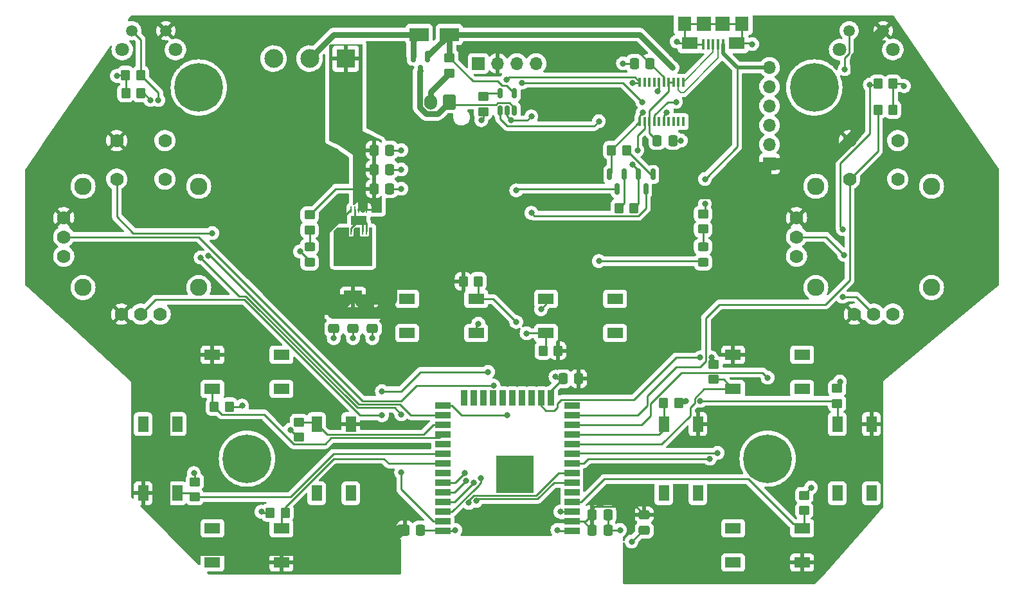
<source format=gbr>
%TF.GenerationSoftware,KiCad,Pcbnew,6.0.4-6f826c9f35~116~ubuntu18.04.1*%
%TF.CreationDate,2022-06-21T09:58:33-04:00*%
%TF.ProjectId,Makers-Unified-Controller,4d616b65-7273-42d5-956e-69666965642d,rev?*%
%TF.SameCoordinates,Original*%
%TF.FileFunction,Copper,L1,Top*%
%TF.FilePolarity,Positive*%
%FSLAX46Y46*%
G04 Gerber Fmt 4.6, Leading zero omitted, Abs format (unit mm)*
G04 Created by KiCad (PCBNEW 6.0.4-6f826c9f35~116~ubuntu18.04.1) date 2022-06-21 09:58:33*
%MOMM*%
%LPD*%
G01*
G04 APERTURE LIST*
G04 Aperture macros list*
%AMRoundRect*
0 Rectangle with rounded corners*
0 $1 Rounding radius*
0 $2 $3 $4 $5 $6 $7 $8 $9 X,Y pos of 4 corners*
0 Add a 4 corners polygon primitive as box body*
4,1,4,$2,$3,$4,$5,$6,$7,$8,$9,$2,$3,0*
0 Add four circle primitives for the rounded corners*
1,1,$1+$1,$2,$3*
1,1,$1+$1,$4,$5*
1,1,$1+$1,$6,$7*
1,1,$1+$1,$8,$9*
0 Add four rect primitives between the rounded corners*
20,1,$1+$1,$2,$3,$4,$5,0*
20,1,$1+$1,$4,$5,$6,$7,0*
20,1,$1+$1,$6,$7,$8,$9,0*
20,1,$1+$1,$8,$9,$2,$3,0*%
G04 Aperture macros list end*
%TA.AperFunction,ComponentPad*%
%ADD10C,1.778000*%
%TD*%
%TA.AperFunction,ComponentPad*%
%ADD11C,2.286000*%
%TD*%
%TA.AperFunction,SMDPad,CuDef*%
%ADD12RoundRect,0.250000X-0.337500X-0.475000X0.337500X-0.475000X0.337500X0.475000X-0.337500X0.475000X0*%
%TD*%
%TA.AperFunction,SMDPad,CuDef*%
%ADD13RoundRect,0.250000X-0.475000X0.337500X-0.475000X-0.337500X0.475000X-0.337500X0.475000X0.337500X0*%
%TD*%
%TA.AperFunction,SMDPad,CuDef*%
%ADD14RoundRect,0.249999X0.450001X-0.325001X0.450001X0.325001X-0.450001X0.325001X-0.450001X-0.325001X0*%
%TD*%
%TA.AperFunction,ComponentPad*%
%ADD15C,0.800000*%
%TD*%
%TA.AperFunction,ComponentPad*%
%ADD16C,6.400000*%
%TD*%
%TA.AperFunction,SMDPad,CuDef*%
%ADD17R,0.400000X1.350000*%
%TD*%
%TA.AperFunction,SMDPad,CuDef*%
%ADD18R,2.100000X1.600000*%
%TD*%
%TA.AperFunction,SMDPad,CuDef*%
%ADD19R,1.900000X1.900000*%
%TD*%
%TA.AperFunction,SMDPad,CuDef*%
%ADD20R,1.800000X1.900000*%
%TD*%
%TA.AperFunction,ComponentPad*%
%ADD21R,1.700000X1.700000*%
%TD*%
%TA.AperFunction,ComponentPad*%
%ADD22O,1.700000X1.700000*%
%TD*%
%TA.AperFunction,SMDPad,CuDef*%
%ADD23RoundRect,0.249999X0.350001X0.450001X-0.350001X0.450001X-0.350001X-0.450001X0.350001X-0.450001X0*%
%TD*%
%TA.AperFunction,SMDPad,CuDef*%
%ADD24RoundRect,0.249999X-0.350001X-0.450001X0.350001X-0.450001X0.350001X0.450001X-0.350001X0.450001X0*%
%TD*%
%TA.AperFunction,SMDPad,CuDef*%
%ADD25RoundRect,0.249999X-0.450001X0.350001X-0.450001X-0.350001X0.450001X-0.350001X0.450001X0.350001X0*%
%TD*%
%TA.AperFunction,SMDPad,CuDef*%
%ADD26RoundRect,0.249999X0.450001X-0.350001X0.450001X0.350001X-0.450001X0.350001X-0.450001X-0.350001X0*%
%TD*%
%TA.AperFunction,SMDPad,CuDef*%
%ADD27R,2.100000X1.400000*%
%TD*%
%TA.AperFunction,ComponentPad*%
%ADD28C,1.498600*%
%TD*%
%TA.AperFunction,ComponentPad*%
%ADD29C,1.803400*%
%TD*%
%TA.AperFunction,SMDPad,CuDef*%
%ADD30R,1.400000X2.100000*%
%TD*%
%TA.AperFunction,SMDPad,CuDef*%
%ADD31R,2.000000X0.900000*%
%TD*%
%TA.AperFunction,SMDPad,CuDef*%
%ADD32R,0.900000X2.000000*%
%TD*%
%TA.AperFunction,SMDPad,CuDef*%
%ADD33R,5.000000X5.000000*%
%TD*%
%TA.AperFunction,SMDPad,CuDef*%
%ADD34RoundRect,0.250000X0.337500X0.475000X-0.337500X0.475000X-0.337500X-0.475000X0.337500X-0.475000X0*%
%TD*%
%TA.AperFunction,SMDPad,CuDef*%
%ADD35R,2.500000X1.800000*%
%TD*%
%TA.AperFunction,SMDPad,CuDef*%
%ADD36RoundRect,0.150000X-0.150000X0.587500X-0.150000X-0.587500X0.150000X-0.587500X0.150000X0.587500X0*%
%TD*%
%TA.AperFunction,SMDPad,CuDef*%
%ADD37RoundRect,0.150000X0.150000X-0.512500X0.150000X0.512500X-0.150000X0.512500X-0.150000X-0.512500X0*%
%TD*%
%TA.AperFunction,SMDPad,CuDef*%
%ADD38RoundRect,0.250000X-0.350000X-0.450000X0.350000X-0.450000X0.350000X0.450000X-0.350000X0.450000X0*%
%TD*%
%TA.AperFunction,SMDPad,CuDef*%
%ADD39RoundRect,0.250000X-0.450000X0.350000X-0.450000X-0.350000X0.450000X-0.350000X0.450000X0.350000X0*%
%TD*%
%TA.AperFunction,ComponentPad*%
%ADD40R,2.475000X2.475000*%
%TD*%
%TA.AperFunction,ComponentPad*%
%ADD41C,2.475000*%
%TD*%
%TA.AperFunction,SMDPad,CuDef*%
%ADD42R,2.400000X1.500000*%
%TD*%
%TA.AperFunction,SMDPad,CuDef*%
%ADD43R,0.400000X1.200000*%
%TD*%
%TA.AperFunction,SMDPad,CuDef*%
%ADD44RoundRect,0.062500X-0.062500X0.375000X-0.062500X-0.375000X0.062500X-0.375000X0.062500X0.375000X0*%
%TD*%
%TA.AperFunction,ComponentPad*%
%ADD45C,0.600000*%
%TD*%
%TA.AperFunction,SMDPad,CuDef*%
%ADD46R,2.000000X1.200000*%
%TD*%
%TA.AperFunction,SMDPad,CuDef*%
%ADD47RoundRect,0.250000X0.350000X0.450000X-0.350000X0.450000X-0.350000X-0.450000X0.350000X-0.450000X0*%
%TD*%
%TA.AperFunction,ComponentPad*%
%ADD48RoundRect,0.250000X0.600000X0.750000X-0.600000X0.750000X-0.600000X-0.750000X0.600000X-0.750000X0*%
%TD*%
%TA.AperFunction,ComponentPad*%
%ADD49O,1.700000X2.000000*%
%TD*%
%TA.AperFunction,ViaPad*%
%ADD50C,0.800000*%
%TD*%
%TA.AperFunction,Conductor*%
%ADD51C,0.250000*%
%TD*%
%TA.AperFunction,Conductor*%
%ADD52C,1.500000*%
%TD*%
%TA.AperFunction,Conductor*%
%ADD53C,0.750000*%
%TD*%
%TA.AperFunction,Conductor*%
%ADD54C,0.500000*%
%TD*%
%TA.AperFunction,Conductor*%
%ADD55C,0.200000*%
%TD*%
G04 APERTURE END LIST*
D10*
%TO.P,U4,V3,V-*%
%TO.N,GND*%
X199390000Y-85090000D03*
%TO.P,U4,V2,V*%
%TO.N,/RIGHT_JOY_Y*%
X199390000Y-82550000D03*
%TO.P,U4,V1,V+*%
%TO.N,+3V3*%
X199390000Y-80010000D03*
D11*
%TO.P,U4,S4,SHIELD*%
%TO.N,GND*%
X217170000Y-75882500D03*
%TO.P,U4,S3,SHIELD*%
X217170000Y-89217500D03*
%TO.P,U4,S2,SHIELD*%
X201930000Y-89217500D03*
%TO.P,U4,S1,SHIELD*%
X201930000Y-75882500D03*
D10*
%TO.P,U4,H3,H-*%
X212090000Y-92710000D03*
%TO.P,U4,H2,H*%
%TO.N,/RIGHT_JOY_X*%
X209550000Y-92710000D03*
%TO.P,U4,H1,H+*%
%TO.N,+3V3*%
X207010000Y-92710000D03*
%TO.P,U4,B2B*%
%TO.N,N/C*%
X212725000Y-74930000D03*
%TO.P,U4,B2A,SW-*%
%TO.N,/RIGHT_JOY_SW*%
X206375000Y-74930000D03*
%TO.P,U4,B1B*%
%TO.N,N/C*%
X212725000Y-69850000D03*
%TO.P,U4,B1A,SW+*%
%TO.N,+3V3*%
X206375000Y-69850000D03*
%TD*%
%TO.P,U1,V3,V-*%
%TO.N,GND*%
X102870000Y-85090000D03*
%TO.P,U1,V2,V*%
%TO.N,/LEFT_JOY_Y*%
X102870000Y-82550000D03*
%TO.P,U1,V1,V+*%
%TO.N,+3V3*%
X102870000Y-80010000D03*
D11*
%TO.P,U1,S4,SHIELD*%
%TO.N,GND*%
X120650000Y-75882500D03*
%TO.P,U1,S3,SHIELD*%
X120650000Y-89217500D03*
%TO.P,U1,S2,SHIELD*%
X105410000Y-89217500D03*
%TO.P,U1,S1,SHIELD*%
X105410000Y-75882500D03*
D10*
%TO.P,U1,H3,H-*%
X115570000Y-92710000D03*
%TO.P,U1,H2,H*%
%TO.N,/LEFT_JOY_X*%
X113030000Y-92710000D03*
%TO.P,U1,H1,H+*%
%TO.N,+3V3*%
X110490000Y-92710000D03*
%TO.P,U1,B2B*%
%TO.N,N/C*%
X116205000Y-74930000D03*
%TO.P,U1,B2A,SW-*%
%TO.N,/LEFT_JOY_SW*%
X109855000Y-74930000D03*
%TO.P,U1,B1B*%
%TO.N,N/C*%
X116205000Y-69850000D03*
%TO.P,U1,B1A,SW+*%
%TO.N,+3V3*%
X109855000Y-69850000D03*
%TD*%
D12*
%TO.P,C6,1*%
%TO.N,+3V3*%
X172466000Y-121158000D03*
%TO.P,C6,2*%
%TO.N,GND*%
X174541000Y-121158000D03*
%TD*%
D13*
%TO.P,C7,1*%
%TO.N,+3V3*%
X179324000Y-119126000D03*
%TO.P,C7,2*%
%TO.N,GND*%
X179324000Y-121201000D03*
%TD*%
D12*
%TO.P,C8,1*%
%TO.N,+3V3*%
X172466000Y-119126000D03*
%TO.P,C8,2*%
%TO.N,GND*%
X174541000Y-119126000D03*
%TD*%
D14*
%TO.P,D2,1,K*%
%TO.N,GND*%
X135255000Y-85870000D03*
%TO.P,D2,2,A*%
%TO.N,Net-(D2-Pad2)*%
X135255000Y-83820000D03*
%TD*%
%TO.P,D3,1,K*%
%TO.N,/CHG_COMPLETE*%
X187071000Y-85870000D03*
%TO.P,D3,2,A*%
%TO.N,Net-(D3-Pad2)*%
X187071000Y-83820000D03*
%TD*%
D15*
%TO.P,H1,1*%
%TO.N,N/C*%
X128697056Y-113457056D03*
X125302944Y-110062944D03*
X128697056Y-110062944D03*
X127000000Y-114160000D03*
X127000000Y-109360000D03*
X124600000Y-111760000D03*
X125302944Y-113457056D03*
D16*
X127000000Y-111760000D03*
D15*
X129400000Y-111760000D03*
%TD*%
%TO.P,H2,1*%
%TO.N,N/C*%
X203419112Y-64562056D03*
X200025000Y-61167944D03*
X203419112Y-61167944D03*
X201722056Y-65265000D03*
D16*
X201722056Y-62865000D03*
D15*
X204122056Y-62865000D03*
X199322056Y-62865000D03*
X201722056Y-60465000D03*
X200025000Y-64562056D03*
%TD*%
%TO.P,H3,1*%
%TO.N,N/C*%
X118952944Y-61167944D03*
X122347056Y-64562056D03*
X122347056Y-61167944D03*
D16*
X120650000Y-62865000D03*
D15*
X123050000Y-62865000D03*
X118250000Y-62865000D03*
X118952944Y-64562056D03*
X120650000Y-65265000D03*
X120650000Y-60465000D03*
%TD*%
D16*
%TO.P,H4,1*%
%TO.N,N/C*%
X195580000Y-111760000D03*
D15*
X197277056Y-110062944D03*
X197277056Y-113457056D03*
X195580000Y-114160000D03*
X193882944Y-110062944D03*
X193180000Y-111760000D03*
X193882944Y-113457056D03*
X195580000Y-109360000D03*
X197980000Y-111760000D03*
%TD*%
D17*
%TO.P,J1,1,VBUS*%
%TO.N,+5V*%
X189711000Y-57158000D03*
%TO.P,J1,2,D-*%
%TO.N,/D-*%
X189061000Y-57158000D03*
%TO.P,J1,3,D+*%
%TO.N,/D+*%
X188411000Y-57158000D03*
%TO.P,J1,4,ID*%
%TO.N,unconnected-(J1-Pad4)*%
X187761000Y-57158000D03*
%TO.P,J1,5,GND*%
%TO.N,GND*%
X187111000Y-57158000D03*
D18*
%TO.P,J1,6,Shield*%
X185311000Y-57033000D03*
D19*
X187211000Y-54483000D03*
X189611000Y-54483000D03*
D20*
X192211000Y-54483000D03*
X184611000Y-54483000D03*
D18*
X191511000Y-57033000D03*
%TD*%
D21*
%TO.P,J2,1,Pin_1*%
%TO.N,+3V3*%
X195834000Y-72898000D03*
D22*
%TO.P,J2,2,Pin_2*%
%TO.N,/BRIDGE_DTR*%
X195834000Y-70358000D03*
%TO.P,J2,3,Pin_3*%
%TO.N,/BRIDGE_RX*%
X195834000Y-67818000D03*
%TO.P,J2,4,Pin_4*%
%TO.N,/BRIDGE_TX*%
X195834000Y-65278000D03*
%TO.P,J2,5,Pin_5*%
%TO.N,GND*%
X195834000Y-62738000D03*
%TO.P,J2,6,Pin_6*%
%TO.N,+5V*%
X195834000Y-60198000D03*
%TD*%
D23*
%TO.P,R2,1*%
%TO.N,/LEFT_JOY_SW*%
X113030000Y-63627000D03*
%TO.P,R2,2*%
%TO.N,GND*%
X111030000Y-63627000D03*
%TD*%
D24*
%TO.P,R5,1*%
%TO.N,/RIGHT_JOY_SW*%
X210090000Y-65786000D03*
%TO.P,R5,2*%
%TO.N,GND*%
X212090000Y-65786000D03*
%TD*%
D23*
%TO.P,R8,1*%
%TO.N,+3V3*%
X167989000Y-97536000D03*
%TO.P,R8,2*%
%TO.N,/EN*%
X165989000Y-97536000D03*
%TD*%
D24*
%TO.P,R9,1*%
%TO.N,/TRIG_R*%
X210090000Y-62357000D03*
%TO.P,R9,2*%
%TO.N,GND*%
X212090000Y-62357000D03*
%TD*%
%TO.P,R10,1*%
%TO.N,+3V3*%
X155480000Y-88392000D03*
%TO.P,R10,2*%
%TO.N,/IO0*%
X157480000Y-88392000D03*
%TD*%
D23*
%TO.P,R11,1*%
%TO.N,/TRIG_L*%
X113014000Y-61214000D03*
%TO.P,R11,2*%
%TO.N,GND*%
X111014000Y-61214000D03*
%TD*%
D24*
%TO.P,R12,1*%
%TO.N,/SW_1*%
X122682000Y-104902000D03*
%TO.P,R12,2*%
%TO.N,GND*%
X124682000Y-104902000D03*
%TD*%
D25*
%TO.P,R13,1*%
%TO.N,/SW_2*%
X133858000Y-106934000D03*
%TO.P,R13,2*%
%TO.N,GND*%
X133858000Y-108934000D03*
%TD*%
D26*
%TO.P,R15,1*%
%TO.N,/SW_4*%
X120142000Y-116808000D03*
%TO.P,R15,2*%
%TO.N,GND*%
X120142000Y-114808000D03*
%TD*%
%TO.P,R17,1*%
%TO.N,/SW_6*%
X204724000Y-104489000D03*
%TO.P,R17,2*%
%TO.N,GND*%
X204724000Y-102489000D03*
%TD*%
%TO.P,R18,1*%
%TO.N,/SW_7*%
X200406000Y-118586000D03*
%TO.P,R18,2*%
%TO.N,GND*%
X200406000Y-116586000D03*
%TD*%
D25*
%TO.P,R19,1*%
%TO.N,/PWR_IN*%
X135255000Y-79645000D03*
%TO.P,R19,2*%
%TO.N,Net-(D2-Pad2)*%
X135255000Y-81645000D03*
%TD*%
D24*
%TO.P,R20,1*%
%TO.N,/SW_8*%
X181864000Y-104394000D03*
%TO.P,R20,2*%
%TO.N,GND*%
X183864000Y-104394000D03*
%TD*%
D25*
%TO.P,R21,1*%
%TO.N,+5V*%
X187071000Y-79518000D03*
%TO.P,R21,2*%
%TO.N,Net-(D3-Pad2)*%
X187071000Y-81518000D03*
%TD*%
D27*
%TO.P,SW2,1,1*%
%TO.N,GND*%
X166392000Y-90714000D03*
%TO.P,SW2,2*%
%TO.N,N/C*%
X175492000Y-90714000D03*
%TO.P,SW2,3,3*%
%TO.N,/EN*%
X166392000Y-95214000D03*
%TO.P,SW2,4*%
%TO.N,N/C*%
X175492000Y-95214000D03*
%TD*%
%TO.P,SW3,1,1*%
%TO.N,GND*%
X157204000Y-95214000D03*
%TO.P,SW3,2*%
%TO.N,N/C*%
X148104000Y-95214000D03*
%TO.P,SW3,3,3*%
%TO.N,/IO0*%
X157204000Y-90714000D03*
%TO.P,SW3,4*%
%TO.N,N/C*%
X148104000Y-90714000D03*
%TD*%
D28*
%TO.P,SW4,1,1*%
%TO.N,+3V3*%
X210820000Y-55372000D03*
%TO.P,SW4,2,2*%
%TO.N,/TRIG_R*%
X206319999Y-55372000D03*
D29*
%TO.P,SW4,3*%
%TO.N,N/C*%
X212075000Y-57862299D03*
%TO.P,SW4,4*%
X205064999Y-57862299D03*
%TD*%
D28*
%TO.P,SW5,1,1*%
%TO.N,+3V3*%
X116332000Y-55372000D03*
%TO.P,SW5,2,2*%
%TO.N,/TRIG_L*%
X111831999Y-55372000D03*
D29*
%TO.P,SW5,3*%
%TO.N,N/C*%
X117587000Y-57862299D03*
%TO.P,SW5,4*%
X110576999Y-57862299D03*
%TD*%
D27*
%TO.P,SW6,1,1*%
%TO.N,+3V3*%
X122450000Y-98080000D03*
%TO.P,SW6,2*%
%TO.N,N/C*%
X131550000Y-98080000D03*
%TO.P,SW6,3,3*%
%TO.N,/SW_1*%
X122450000Y-102580000D03*
%TO.P,SW6,4*%
%TO.N,N/C*%
X131550000Y-102580000D03*
%TD*%
D30*
%TO.P,SW7,1,1*%
%TO.N,+3V3*%
X140680000Y-107210000D03*
%TO.P,SW7,2*%
%TO.N,N/C*%
X140680000Y-116310000D03*
%TO.P,SW7,3,3*%
%TO.N,/SW_2*%
X136180000Y-107210000D03*
%TO.P,SW7,4*%
%TO.N,N/C*%
X136180000Y-116310000D03*
%TD*%
D27*
%TO.P,SW8,1,1*%
%TO.N,+3V3*%
X131550000Y-125440000D03*
%TO.P,SW8,2*%
%TO.N,N/C*%
X122450000Y-125440000D03*
%TO.P,SW8,3,3*%
%TO.N,/SW_3*%
X131550000Y-120940000D03*
%TO.P,SW8,4*%
%TO.N,N/C*%
X122450000Y-120940000D03*
%TD*%
D30*
%TO.P,SW9,1,1*%
%TO.N,+3V3*%
X113320000Y-116310000D03*
%TO.P,SW9,2*%
%TO.N,N/C*%
X113320000Y-107210000D03*
%TO.P,SW9,3,3*%
%TO.N,/SW_4*%
X117820000Y-116310000D03*
%TO.P,SW9,4*%
%TO.N,N/C*%
X117820000Y-107210000D03*
%TD*%
D27*
%TO.P,SW10,1,1*%
%TO.N,+3V3*%
X191030000Y-98080000D03*
%TO.P,SW10,2*%
%TO.N,N/C*%
X200130000Y-98080000D03*
%TO.P,SW10,3,3*%
%TO.N,/SW_5*%
X191030000Y-102580000D03*
%TO.P,SW10,4*%
%TO.N,N/C*%
X200130000Y-102580000D03*
%TD*%
D30*
%TO.P,SW11,1,1*%
%TO.N,+3V3*%
X209260000Y-107210000D03*
%TO.P,SW11,2*%
%TO.N,N/C*%
X209260000Y-116310000D03*
%TO.P,SW11,3,3*%
%TO.N,/SW_6*%
X204760000Y-107210000D03*
%TO.P,SW11,4*%
%TO.N,N/C*%
X204760000Y-116310000D03*
%TD*%
D27*
%TO.P,SW12,1,1*%
%TO.N,+3V3*%
X200130000Y-125440000D03*
%TO.P,SW12,2*%
%TO.N,N/C*%
X191030000Y-125440000D03*
%TO.P,SW12,3,3*%
%TO.N,/SW_7*%
X200130000Y-120940000D03*
%TO.P,SW12,4*%
%TO.N,N/C*%
X191030000Y-120940000D03*
%TD*%
D30*
%TO.P,SW13,1,1*%
%TO.N,+3V3*%
X186400000Y-107210000D03*
%TO.P,SW13,2*%
%TO.N,N/C*%
X186400000Y-116310000D03*
%TO.P,SW13,3,3*%
%TO.N,/SW_8*%
X181900000Y-107210000D03*
%TO.P,SW13,4*%
%TO.N,N/C*%
X181900000Y-116310000D03*
%TD*%
D31*
%TO.P,U5,1,GND*%
%TO.N,GND*%
X169790000Y-121285000D03*
%TO.P,U5,2,VDD*%
%TO.N,+3V3*%
X169790000Y-120015000D03*
%TO.P,U5,3,EN*%
%TO.N,/EN*%
X169790000Y-118745000D03*
%TO.P,U5,4,SENSOR_VP*%
%TO.N,/SW_7*%
X169790000Y-117475000D03*
%TO.P,U5,5,SENSOR_VN*%
%TO.N,unconnected-(U5-Pad5)*%
X169790000Y-116205000D03*
%TO.P,U5,6,IO34*%
%TO.N,/LEFT_JOY_Y*%
X169790000Y-114935000D03*
%TO.P,U5,7,IO35*%
%TO.N,/LEFT_JOY_X*%
X169790000Y-113665000D03*
%TO.P,U5,8,IO32*%
%TO.N,/RIGHT_JOY_X*%
X169790000Y-112395000D03*
%TO.P,U5,9,IO33*%
%TO.N,/RIGHT_JOY_Y*%
X169790000Y-111125000D03*
%TO.P,U5,10,IO25*%
%TO.N,/SW_5*%
X169790000Y-109855000D03*
%TO.P,U5,11,IO26*%
%TO.N,/SW_8*%
X169790000Y-108585000D03*
%TO.P,U5,12,IO27*%
%TO.N,/TRIG_R*%
X169790000Y-107315000D03*
%TO.P,U5,13,IO14*%
%TO.N,/RIGHT_JOY_SW*%
X169790000Y-106045000D03*
%TO.P,U5,14,IO12*%
%TO.N,unconnected-(U5-Pad14)*%
X169790000Y-104775000D03*
D32*
%TO.P,U5,15,GND*%
%TO.N,GND*%
X167005000Y-103775000D03*
%TO.P,U5,16,IO13*%
%TO.N,/SW_6*%
X165735000Y-103775000D03*
%TO.P,U5,17,SHD/SD2*%
%TO.N,unconnected-(U5-Pad17)*%
X164465000Y-103775000D03*
%TO.P,U5,18,SWP/SD3*%
%TO.N,unconnected-(U5-Pad18)*%
X163195000Y-103775000D03*
%TO.P,U5,19,SCS/CMD*%
%TO.N,unconnected-(U5-Pad19)*%
X161925000Y-103775000D03*
%TO.P,U5,20,SCK/CLK*%
%TO.N,unconnected-(U5-Pad20)*%
X160655000Y-103775000D03*
%TO.P,U5,21,SDO/SD0*%
%TO.N,unconnected-(U5-Pad21)*%
X159385000Y-103775000D03*
%TO.P,U5,22,SDI/SD1*%
%TO.N,unconnected-(U5-Pad22)*%
X158115000Y-103775000D03*
%TO.P,U5,23,IO15*%
%TO.N,unconnected-(U5-Pad23)*%
X156845000Y-103775000D03*
%TO.P,U5,24,IO2*%
%TO.N,unconnected-(U5-Pad24)*%
X155575000Y-103775000D03*
D31*
%TO.P,U5,25,IO0*%
%TO.N,/IO0*%
X152790000Y-104775000D03*
%TO.P,U5,26,IO4*%
%TO.N,/LEFT_JOY_SW*%
X152790000Y-106045000D03*
%TO.P,U5,27,IO16*%
%TO.N,/SW_2*%
X152790000Y-107315000D03*
%TO.P,U5,28,IO17*%
%TO.N,/SW_1*%
X152790000Y-108585000D03*
%TO.P,U5,29,IO5*%
%TO.N,unconnected-(U5-Pad29)*%
X152790000Y-109855000D03*
%TO.P,U5,30,IO18*%
%TO.N,/SW_4*%
X152790000Y-111125000D03*
%TO.P,U5,31,IO19*%
%TO.N,/SW_3*%
X152790000Y-112395000D03*
%TO.P,U5,32,NC*%
%TO.N,unconnected-(U5-Pad32)*%
X152790000Y-113665000D03*
%TO.P,U5,33,IO21*%
%TO.N,/I2C_SDA*%
X152790000Y-114935000D03*
%TO.P,U5,34,RXD0/IO3*%
%TO.N,/BRIDGE_TX*%
X152790000Y-116205000D03*
%TO.P,U5,35,TXD0/IO1*%
%TO.N,/BRIDGE_RX*%
X152790000Y-117475000D03*
%TO.P,U5,36,IO22*%
%TO.N,/I2C_SCL*%
X152790000Y-118745000D03*
%TO.P,U5,37,IO23*%
%TO.N,/TRIG_L*%
X152790000Y-120015000D03*
%TO.P,U5,38,GND*%
%TO.N,GND*%
X152790000Y-121285000D03*
D33*
%TO.P,U5,39,GND*%
X162290000Y-113785000D03*
%TD*%
D23*
%TO.P,R14,1*%
%TO.N,/SW_3*%
X132048000Y-118872000D03*
%TO.P,R14,2*%
%TO.N,GND*%
X130048000Y-118872000D03*
%TD*%
D21*
%TO.P,A1,1,GND*%
%TO.N,GND*%
X157480000Y-59690000D03*
D22*
%TO.P,A1,2,VDD*%
%TO.N,+3V3*%
X160020000Y-59690000D03*
%TO.P,A1,3,SCL*%
%TO.N,/I2C_SCL*%
X162560000Y-59690000D03*
%TO.P,A1,4,SDA*%
%TO.N,/I2C_SDA*%
X165100000Y-59690000D03*
%TD*%
D26*
%TO.P,R16,1*%
%TO.N,/SW_5*%
X188468000Y-101330000D03*
%TO.P,R16,2*%
%TO.N,GND*%
X188468000Y-99330000D03*
%TD*%
D12*
%TO.P,C10,1*%
%TO.N,+3V3*%
X147806500Y-121158000D03*
%TO.P,C10,2*%
%TO.N,GND*%
X149881500Y-121158000D03*
%TD*%
D34*
%TO.P,C11,1*%
%TO.N,+3V3*%
X170709500Y-101219000D03*
%TO.P,C11,2*%
%TO.N,GND*%
X168634500Y-101219000D03*
%TD*%
D13*
%TO.P,C13,1*%
%TO.N,+3V3*%
X143510000Y-92540000D03*
%TO.P,C13,2*%
%TO.N,GND*%
X143510000Y-94615000D03*
%TD*%
D35*
%TO.P,D1,1,K*%
%TO.N,Net-(D1-Pad1)*%
X149670000Y-55880000D03*
%TO.P,D1,2,A*%
%TO.N,+5V*%
X153670000Y-55880000D03*
%TD*%
D36*
%TO.P,Q2,1,B*%
%TO.N,Net-(Q2-Pad1)*%
X176675000Y-74325000D03*
%TO.P,Q2,2,E*%
%TO.N,/BRIDGE_DTR*%
X174775000Y-74325000D03*
%TO.P,Q2,3,C*%
%TO.N,/IO0*%
X175725000Y-76200000D03*
%TD*%
D37*
%TO.P,U3,1,STAT*%
%TO.N,/CHG_COMPLETE*%
X160340000Y-65907500D03*
%TO.P,U3,2,VSS*%
%TO.N,GND*%
X161290000Y-65907500D03*
%TO.P,U3,3,VBAT*%
%TO.N,/BAT+*%
X162240000Y-65907500D03*
%TO.P,U3,4,VDD*%
%TO.N,+5V*%
X162240000Y-63632500D03*
%TO.P,U3,5,PROG*%
%TO.N,Net-(R1-Pad1)*%
X160340000Y-63632500D03*
%TD*%
D12*
%TO.P,C1,1*%
%TO.N,Net-(C1-Pad1)*%
X181037500Y-69850000D03*
%TO.P,C1,2*%
%TO.N,GND*%
X183112500Y-69850000D03*
%TD*%
%TO.P,C4,1*%
%TO.N,/PWR_IN*%
X143742500Y-76200000D03*
%TO.P,C4,2*%
%TO.N,GND*%
X145817500Y-76200000D03*
%TD*%
D13*
%TO.P,C12,1*%
%TO.N,+3V3*%
X140970000Y-92540000D03*
%TO.P,C12,2*%
%TO.N,GND*%
X140970000Y-94615000D03*
%TD*%
%TO.P,C5,1*%
%TO.N,+3V3*%
X138430000Y-92540000D03*
%TO.P,C5,2*%
%TO.N,GND*%
X138430000Y-94615000D03*
%TD*%
D38*
%TO.P,R4,1*%
%TO.N,/BRIDGE_DTR*%
X174995000Y-71120000D03*
%TO.P,R4,2*%
%TO.N,Net-(Q3-Pad1)*%
X176995000Y-71120000D03*
%TD*%
D39*
%TO.P,R6,1*%
%TO.N,+5V*%
X153670000Y-58960000D03*
%TO.P,R6,2*%
%TO.N,GND*%
X153670000Y-60960000D03*
%TD*%
D40*
%TO.P,SW1,1,A*%
%TO.N,/PWR_IN*%
X140005000Y-59055000D03*
D41*
%TO.P,SW1,2,B*%
%TO.N,Net-(D1-Pad1)*%
X135255000Y-59055000D03*
%TO.P,SW1,3,C*%
%TO.N,unconnected-(SW1-Pad3)*%
X130505000Y-59055000D03*
%TD*%
D42*
%TO.P,L1,1,1*%
%TO.N,/Power Management/BUCK_SW*%
X140970000Y-84880000D03*
%TO.P,L1,2,2*%
%TO.N,+3V3*%
X140970000Y-90380000D03*
%TD*%
D36*
%TO.P,Q3,1,B*%
%TO.N,Net-(Q3-Pad1)*%
X180485000Y-74325000D03*
%TO.P,Q3,2,E*%
%TO.N,/BRIDGE_RTS*%
X178585000Y-74325000D03*
%TO.P,Q3,3,C*%
%TO.N,/EN*%
X179535000Y-76200000D03*
%TD*%
D43*
%TO.P,U2,1,~{DTR}*%
%TO.N,/BRIDGE_DTR*%
X178752500Y-67370000D03*
%TO.P,U2,2,~{RTS}*%
%TO.N,/BRIDGE_RTS*%
X179387500Y-67370000D03*
%TO.P,U2,3,VCCIO*%
%TO.N,Net-(C1-Pad1)*%
X180022500Y-67370000D03*
%TO.P,U2,4,RXD*%
%TO.N,/BRIDGE_RX*%
X180657500Y-67370000D03*
%TO.P,U2,5,~{RI}*%
%TO.N,unconnected-(U2-Pad5)*%
X181292500Y-67370000D03*
%TO.P,U2,6,GND*%
%TO.N,GND*%
X181927500Y-67370000D03*
%TO.P,U2,7,~{DSR}*%
%TO.N,unconnected-(U2-Pad7)*%
X182562500Y-67370000D03*
%TO.P,U2,8,~{DCD}*%
%TO.N,unconnected-(U2-Pad8)*%
X183197500Y-67370000D03*
%TO.P,U2,9,~{CTS}*%
%TO.N,unconnected-(U2-Pad9)*%
X183832500Y-67370000D03*
%TO.P,U2,10,CBUS2*%
%TO.N,unconnected-(U2-Pad10)*%
X184467500Y-67370000D03*
%TO.P,U2,11,USBDP*%
%TO.N,/D+*%
X184467500Y-62170000D03*
%TO.P,U2,12,USBDM*%
%TO.N,/D-*%
X183832500Y-62170000D03*
%TO.P,U2,13,3V3OUT*%
%TO.N,Net-(C1-Pad1)*%
X183197500Y-62170000D03*
%TO.P,U2,14,~{RESET}*%
X182562500Y-62170000D03*
%TO.P,U2,15,VCC*%
%TO.N,+3V3*%
X181927500Y-62170000D03*
%TO.P,U2,16,GND*%
%TO.N,GND*%
X181292500Y-62170000D03*
%TO.P,U2,17,CBUS1*%
%TO.N,unconnected-(U2-Pad17)*%
X180657500Y-62170000D03*
%TO.P,U2,18,CBUS0*%
%TO.N,unconnected-(U2-Pad18)*%
X180022500Y-62170000D03*
%TO.P,U2,19,CBUS3*%
%TO.N,unconnected-(U2-Pad19)*%
X179387500Y-62170000D03*
%TO.P,U2,20,TXD*%
%TO.N,/BRIDGE_TX*%
X178752500Y-62170000D03*
%TD*%
D44*
%TO.P,U6,1,EN*%
%TO.N,/PWR_IN*%
X142740000Y-78973750D03*
%TO.P,U6,2,VIN*%
X142240000Y-78973750D03*
%TO.P,U6,3,VIN*%
X141740000Y-78973750D03*
%TO.P,U6,4,GND*%
%TO.N,GND*%
X141240000Y-78973750D03*
%TO.P,U6,5,FB*%
%TO.N,+3V3*%
X140740000Y-78973750D03*
%TO.P,U6,6,MODE*%
%TO.N,GND*%
X140740000Y-81848750D03*
%TO.P,U6,7,SW*%
%TO.N,/Power Management/BUCK_SW*%
X141240000Y-81848750D03*
%TO.P,U6,8,SW*%
X141740000Y-81848750D03*
%TO.P,U6,9,PGND*%
%TO.N,GND*%
X142240000Y-81848750D03*
%TO.P,U6,10,PGND*%
X142740000Y-81848750D03*
D45*
%TO.P,U6,11,PAD*%
X141040000Y-80411250D03*
D46*
X141740000Y-80411250D03*
D45*
X142440000Y-80411250D03*
%TD*%
D12*
%TO.P,C2,1*%
%TO.N,/PWR_IN*%
X143742500Y-71120000D03*
%TO.P,C2,2*%
%TO.N,GND*%
X145817500Y-71120000D03*
%TD*%
%TO.P,C3,1*%
%TO.N,/PWR_IN*%
X143742500Y-73660000D03*
%TO.P,C3,2*%
%TO.N,GND*%
X145817500Y-73660000D03*
%TD*%
D36*
%TO.P,Q1,1,G*%
%TO.N,+5V*%
X150810000Y-58752500D03*
%TO.P,Q1,2,S*%
%TO.N,Net-(D1-Pad1)*%
X148910000Y-58752500D03*
%TO.P,Q1,3,D*%
%TO.N,/BAT+*%
X149860000Y-60627500D03*
%TD*%
D47*
%TO.P,R3,1*%
%TO.N,/BRIDGE_RTS*%
X177995000Y-78740000D03*
%TO.P,R3,2*%
%TO.N,Net-(Q2-Pad1)*%
X175995000Y-78740000D03*
%TD*%
D34*
%TO.P,C9,1*%
%TO.N,+3V3*%
X180107500Y-59690000D03*
%TO.P,C9,2*%
%TO.N,GND*%
X178032500Y-59690000D03*
%TD*%
D39*
%TO.P,R1,1*%
%TO.N,Net-(R1-Pad1)*%
X158115000Y-64040000D03*
%TO.P,R1,2*%
%TO.N,GND*%
X158115000Y-66040000D03*
%TD*%
D48*
%TO.P,J3,1,Pin_1*%
%TO.N,/BAT+*%
X153670000Y-64770000D03*
D49*
%TO.P,J3,2,Pin_2*%
%TO.N,GND*%
X151170000Y-64770000D03*
%TD*%
D50*
%TO.N,/I2C_SDA*%
X155667834Y-113668568D03*
%TO.N,/I2C_SCL*%
X157823893Y-114345705D03*
%TO.N,+3V3*%
X158258469Y-81719511D03*
%TO.N,GND*%
X143510000Y-95885000D03*
X140970000Y-95885000D03*
X165735000Y-92075000D03*
X213550500Y-62674500D03*
X154432000Y-121158000D03*
X167894000Y-121158000D03*
X177673000Y-122682000D03*
X157480000Y-93980000D03*
X147320000Y-76200000D03*
X147320000Y-71120000D03*
X184150000Y-69850000D03*
X183617283Y-56813707D03*
X188167980Y-98425000D03*
X176530000Y-59690000D03*
X193548000Y-57150000D03*
X205105000Y-101600000D03*
X133985000Y-84455000D03*
X181114797Y-63360313D03*
X132715000Y-107950000D03*
X157875451Y-67159951D03*
X167640000Y-100965000D03*
X128905000Y-118745000D03*
X163830000Y-115570000D03*
X120015000Y-113665000D03*
X147320000Y-73660000D03*
X109846908Y-61332908D03*
X184785000Y-104140000D03*
X164465000Y-66675000D03*
X138430000Y-95885000D03*
X126365000Y-104775000D03*
X161829011Y-67198197D03*
X182316755Y-66129500D03*
X201295000Y-115570000D03*
X176149000Y-121158000D03*
X163105500Y-113656999D03*
X161290000Y-115570000D03*
%TO.N,+5V*%
X181847400Y-59046999D03*
X183047451Y-60247049D03*
X182367701Y-59567299D03*
X187325000Y-74930000D03*
X187325000Y-78195010D03*
%TO.N,/CHG_COMPLETE*%
X173355000Y-85725000D03*
X173355000Y-67310000D03*
%TO.N,/BRIDGE_TX*%
X161194010Y-61864125D03*
X155889013Y-114643291D03*
X177800000Y-62230000D03*
%TO.N,/BRIDGE_RX*%
X163195000Y-62230000D03*
X156845000Y-114935000D03*
X183515000Y-64770000D03*
X179070000Y-64770000D03*
%TO.N,/BRIDGE_DTR*%
X179143230Y-66149569D03*
%TO.N,/IO0*%
X161290000Y-106045000D03*
X162470500Y-93756617D03*
X162470500Y-76409767D03*
%TO.N,/EN*%
X163830000Y-95250000D03*
X164465000Y-79375000D03*
X168275000Y-118745000D03*
%TO.N,/BRIDGE_RTS*%
X178435000Y-71120000D03*
X177800000Y-73025000D03*
%TO.N,/LEFT_JOY_SW*%
X122428000Y-82042000D03*
X121882782Y-85062102D03*
X114295340Y-64511340D03*
%TO.N,/TRIG_R*%
X205740000Y-60452000D03*
X195580000Y-101092000D03*
X205486000Y-81534000D03*
X209042000Y-62484000D03*
%TO.N,/TRIG_L*%
X147320000Y-113538000D03*
X120902257Y-85258556D03*
X147320000Y-105918000D03*
X115316000Y-64516000D03*
%TO.N,/SW_6*%
X186690000Y-104140000D03*
X186690000Y-98425000D03*
%TO.N,/LEFT_JOY_X*%
X158750000Y-100330000D03*
X156221620Y-117587978D03*
X144780000Y-106045000D03*
X144780000Y-102870000D03*
%TO.N,/LEFT_JOY_Y*%
X159480990Y-102130723D03*
X157186422Y-117326898D03*
%TO.N,/RIGHT_JOY_X*%
X205449000Y-90424000D03*
X187960000Y-111760000D03*
%TO.N,/RIGHT_JOY_Y*%
X205650500Y-84911014D03*
X188976000Y-110998000D03*
%TD*%
D51*
%TO.N,/I2C_SDA*%
X154401402Y-114935000D02*
X155667834Y-113668568D01*
X152790000Y-114935000D02*
X154401402Y-114935000D01*
%TO.N,/I2C_SCL*%
X157125499Y-115659501D02*
X157145099Y-115659501D01*
X157569501Y-115215499D02*
X157823893Y-114961107D01*
X154040000Y-118745000D02*
X157125499Y-115659501D01*
X157823893Y-114961107D02*
X157823893Y-114345705D01*
X157145099Y-115659501D02*
X157569501Y-115235099D01*
X157569501Y-115235099D02*
X157569501Y-115215499D01*
X152790000Y-118745000D02*
X154040000Y-118745000D01*
%TO.N,+3V3*%
X140740000Y-78973750D02*
X136927500Y-82786250D01*
X178202500Y-57785000D02*
X180107500Y-59690000D01*
X181927500Y-61510000D02*
X181927500Y-62170000D01*
D52*
X140970000Y-90380000D02*
X141350000Y-90380000D01*
D51*
X160655000Y-57785000D02*
X178202500Y-57785000D01*
D52*
X138430000Y-92540000D02*
X136927500Y-91037500D01*
X146050000Y-88265000D02*
X146570044Y-87744956D01*
D51*
X178273990Y-118075990D02*
X179324000Y-119126000D01*
D52*
X206375000Y-69850000D02*
X207263999Y-68961001D01*
X128488008Y-76845010D02*
X117809998Y-66167000D01*
X146050000Y-90805000D02*
X146050000Y-88265000D01*
X108331000Y-66167000D02*
X98679000Y-75819000D01*
X117809998Y-66167000D02*
X108331000Y-66167000D01*
X120868999Y-123789999D02*
X144614483Y-123789999D01*
X136927500Y-91037500D02*
X128488008Y-82598008D01*
X144614483Y-123789999D02*
X147246482Y-121158000D01*
X98679000Y-86995000D02*
X102994501Y-91310501D01*
X195834000Y-72898000D02*
X191886990Y-76845010D01*
D51*
X160020000Y-58420000D02*
X160655000Y-57785000D01*
D52*
X116169999Y-103258925D02*
X116169999Y-119090999D01*
D51*
X172466000Y-119126000D02*
X171577000Y-120015000D01*
X172791010Y-118075990D02*
X178273990Y-118075990D01*
X172466000Y-119126000D02*
X172466000Y-118401000D01*
X136927500Y-82786250D02*
X136927500Y-91037500D01*
D52*
X207263999Y-68961001D02*
X207263999Y-58928001D01*
D51*
X171577000Y-120015000D02*
X169790000Y-120015000D01*
D52*
X178880077Y-81719511D02*
X158258469Y-81719511D01*
X183754578Y-76845010D02*
X178880077Y-81719511D01*
X102994501Y-91310501D02*
X104221575Y-91310501D01*
X191886990Y-76845010D02*
X183754578Y-76845010D01*
D51*
X171323000Y-120015000D02*
X169790000Y-120015000D01*
D52*
X207263999Y-58928001D02*
X210820000Y-55372000D01*
X141350000Y-90380000D02*
X143510000Y-92540000D01*
X147246482Y-121158000D02*
X147320000Y-121158000D01*
D51*
X180107500Y-59690000D02*
X181927500Y-61510000D01*
D52*
X140590000Y-90380000D02*
X138430000Y-92540000D01*
X98679000Y-75819000D02*
X98679000Y-86995000D01*
X138430000Y-92540000D02*
X144315000Y-92540000D01*
D51*
X172466000Y-118401000D02*
X172791010Y-118075990D01*
D52*
X152233024Y-87744956D02*
X146570044Y-87744956D01*
X158258469Y-81719511D02*
X152233024Y-87744956D01*
D51*
X160020000Y-59690000D02*
X160020000Y-58420000D01*
D52*
X203327000Y-72898000D02*
X206375000Y-69850000D01*
X104221575Y-91310501D02*
X116169999Y-103258925D01*
X195834000Y-72898000D02*
X203327000Y-72898000D01*
X140970000Y-90380000D02*
X140590000Y-90380000D01*
X128488008Y-82598008D02*
X128488008Y-76845010D01*
X144315000Y-92540000D02*
X146050000Y-90805000D01*
X116169999Y-119090999D02*
X120868999Y-123789999D01*
D51*
X172466000Y-121158000D02*
X171323000Y-120015000D01*
%TO.N,GND*%
X157204000Y-94256000D02*
X157480000Y-93980000D01*
X184611000Y-56333000D02*
X185311000Y-57033000D01*
X149881500Y-121158000D02*
X152663000Y-121158000D01*
X178032500Y-59690000D02*
X176530000Y-59690000D01*
X185436000Y-57158000D02*
X185311000Y-57033000D01*
X111014000Y-61214000D02*
X109965816Y-61214000D01*
X161290000Y-65907500D02*
X161290000Y-66659186D01*
X157204000Y-95214000D02*
X157204000Y-94256000D01*
X192211000Y-54483000D02*
X184611000Y-54483000D01*
X126238000Y-104902000D02*
X126365000Y-104775000D01*
X179154000Y-121201000D02*
X177673000Y-122682000D01*
X141240000Y-78973750D02*
X141240000Y-80211250D01*
X200406000Y-116586000D02*
X200406000Y-116459000D01*
X152790000Y-121285000D02*
X154305000Y-121285000D01*
X120142000Y-113792000D02*
X120015000Y-113665000D01*
X213233000Y-62357000D02*
X213550500Y-62674500D01*
X133699000Y-108934000D02*
X132715000Y-107950000D01*
X167005000Y-102848500D02*
X168634500Y-101219000D01*
X140740000Y-81848750D02*
X140740000Y-81363922D01*
X184531000Y-104394000D02*
X184785000Y-104140000D01*
X138430000Y-94615000D02*
X138430000Y-95885000D01*
X124682000Y-104902000D02*
X126238000Y-104902000D01*
X145817500Y-71120000D02*
X147320000Y-71120000D01*
X111030000Y-61230000D02*
X111014000Y-61214000D01*
X188468000Y-98725020D02*
X188167980Y-98425000D01*
X184611000Y-54483000D02*
X184611000Y-56333000D01*
D53*
X153670000Y-60960000D02*
X151170000Y-63460000D01*
D51*
X174541000Y-121158000D02*
X176149000Y-121158000D01*
X142740000Y-81848750D02*
X142740000Y-80711250D01*
X192211000Y-56333000D02*
X191511000Y-57033000D01*
X133858000Y-108934000D02*
X133699000Y-108934000D01*
X120142000Y-114808000D02*
X120142000Y-113792000D01*
X181292500Y-62170000D02*
X181292500Y-63182610D01*
X130048000Y-118872000D02*
X129032000Y-118872000D01*
X166392000Y-91418000D02*
X165735000Y-92075000D01*
X142740000Y-80711250D02*
X142440000Y-80411250D01*
X152663000Y-121158000D02*
X152790000Y-121285000D01*
X164465000Y-66675000D02*
X163941803Y-67198197D01*
X140740000Y-81363922D02*
X141692672Y-80411250D01*
X212090000Y-62357000D02*
X213233000Y-62357000D01*
D53*
X151170000Y-63460000D02*
X151170000Y-64770000D01*
D51*
X168634500Y-101219000D02*
X167894000Y-101219000D01*
X183836576Y-57033000D02*
X183617283Y-56813707D01*
X166392000Y-90714000D02*
X166392000Y-91418000D01*
X167894000Y-101219000D02*
X167640000Y-100965000D01*
X181927500Y-67370000D02*
X181927500Y-66518755D01*
X145817500Y-73660000D02*
X147320000Y-73660000D01*
X142240000Y-81848750D02*
X142240000Y-80911250D01*
X185311000Y-57033000D02*
X183836576Y-57033000D01*
X191511000Y-57033000D02*
X193431000Y-57033000D01*
X135255000Y-85870000D02*
X135255000Y-85725000D01*
X163941803Y-67198197D02*
X161829011Y-67198197D01*
X181292500Y-63182610D02*
X181114797Y-63360313D01*
X200406000Y-116459000D02*
X201295000Y-115570000D01*
X192211000Y-54483000D02*
X192211000Y-56333000D01*
X129032000Y-118872000D02*
X128905000Y-118745000D01*
X193431000Y-57033000D02*
X193548000Y-57150000D01*
X111030000Y-63627000D02*
X111030000Y-61230000D01*
X168021000Y-121285000D02*
X167894000Y-121158000D01*
X183864000Y-104394000D02*
X184531000Y-104394000D01*
X158115000Y-66040000D02*
X158115000Y-66920402D01*
X143510000Y-94615000D02*
X143510000Y-95885000D01*
X142240000Y-80911250D02*
X141740000Y-80411250D01*
X181927500Y-66518755D02*
X182316755Y-66129500D01*
X167005000Y-103775000D02*
X167005000Y-102848500D01*
X140970000Y-94615000D02*
X140970000Y-95885000D01*
X188468000Y-99330000D02*
X188468000Y-98725020D01*
X187111000Y-57158000D02*
X185436000Y-57158000D01*
X179324000Y-121201000D02*
X179154000Y-121201000D01*
X174541000Y-119126000D02*
X174541000Y-121158000D01*
X145817500Y-76200000D02*
X147320000Y-76200000D01*
X158115000Y-66920402D02*
X157875451Y-67159951D01*
X141692672Y-80411250D02*
X141740000Y-80411250D01*
X135255000Y-85725000D02*
X133985000Y-84455000D01*
X204724000Y-101981000D02*
X205105000Y-101600000D01*
X141240000Y-80211250D02*
X141040000Y-80411250D01*
X109965816Y-61214000D02*
X109846908Y-61332908D01*
X169790000Y-121285000D02*
X168021000Y-121285000D01*
X212090000Y-62357000D02*
X212090000Y-65786000D01*
X183112500Y-69850000D02*
X184150000Y-69850000D01*
X154305000Y-121285000D02*
X154432000Y-121158000D01*
X161290000Y-66659186D02*
X161829011Y-67198197D01*
X204724000Y-102489000D02*
X204724000Y-101981000D01*
%TO.N,/BAT+*%
X159798448Y-65115480D02*
X154015480Y-65115480D01*
X162240000Y-65907500D02*
X162240000Y-65523928D01*
D53*
X150579945Y-66344520D02*
X149745480Y-65510055D01*
X153670000Y-64770000D02*
X152095480Y-66344520D01*
X152095480Y-66344520D02*
X150579945Y-66344520D01*
D51*
X162240000Y-65523928D02*
X161636552Y-64920480D01*
X159993448Y-64920480D02*
X159798448Y-65115480D01*
X161636552Y-64920480D02*
X159993448Y-64920480D01*
D53*
X149745480Y-60742020D02*
X149860000Y-60627500D01*
D51*
X154015480Y-65115480D02*
X153670000Y-64770000D01*
D53*
X149745480Y-65510055D02*
X149745480Y-60742020D01*
D51*
%TO.N,Net-(C1-Pad1)*%
X182562500Y-63338400D02*
X180022500Y-65878400D01*
X182562500Y-62170000D02*
X183197500Y-62170000D01*
X182562500Y-62170000D02*
X182562500Y-63338400D01*
X180022500Y-68835000D02*
X181037500Y-69850000D01*
X180022500Y-67370000D02*
X180022500Y-68835000D01*
X180022500Y-65878400D02*
X180022500Y-67370000D01*
D53*
%TO.N,/PWR_IN*%
X142240000Y-78105000D02*
X142240000Y-77470000D01*
X142240000Y-78973750D02*
X142240000Y-78105000D01*
D51*
X135255000Y-79645000D02*
X138700000Y-76200000D01*
X141740000Y-78973750D02*
X141740000Y-78605000D01*
X142740000Y-78973750D02*
X142740000Y-78605000D01*
X141740000Y-78605000D02*
X142240000Y-78105000D01*
X142740000Y-78605000D02*
X142240000Y-78105000D01*
X138700000Y-76200000D02*
X143742500Y-76200000D01*
D53*
%TO.N,+5V*%
X150810000Y-58752500D02*
X150810000Y-58740000D01*
D51*
X162240000Y-63632500D02*
X161196126Y-62588626D01*
X161196126Y-62588626D02*
X160581954Y-62588626D01*
X160581954Y-62588626D02*
X160037839Y-62044511D01*
D54*
X191576000Y-60198000D02*
X195834000Y-60198000D01*
D53*
X153670000Y-58960000D02*
X153670000Y-55880000D01*
D51*
X187325000Y-78195010D02*
X187325000Y-79264000D01*
X156754511Y-62044511D02*
X153670000Y-58960000D01*
X187325000Y-79264000D02*
X187071000Y-79518000D01*
D53*
X178680402Y-55880000D02*
X183047451Y-60247049D01*
X150810000Y-58740000D02*
X153670000Y-55880000D01*
D54*
X189711000Y-58333000D02*
X191576000Y-60198000D01*
D51*
X191576000Y-60198000D02*
X191576000Y-70679000D01*
D54*
X189711000Y-57158000D02*
X189711000Y-58333000D01*
D53*
X153670000Y-55880000D02*
X178680402Y-55880000D01*
D51*
X191576000Y-70679000D02*
X187325000Y-74930000D01*
X160037839Y-62044511D02*
X156754511Y-62044511D01*
D53*
%TO.N,Net-(D1-Pad1)*%
X148910000Y-58752500D02*
X148910000Y-56640000D01*
X148910000Y-56640000D02*
X149670000Y-55880000D01*
X138430000Y-55880000D02*
X135255000Y-59055000D01*
X149670000Y-55880000D02*
X138430000Y-55880000D01*
D51*
%TO.N,Net-(D2-Pad2)*%
X135255000Y-81645000D02*
X135255000Y-83820000D01*
%TO.N,Net-(D3-Pad2)*%
X187071000Y-81518000D02*
X187071000Y-83820000D01*
%TO.N,/CHG_COMPLETE*%
X160340000Y-65907500D02*
X160340000Y-66995000D01*
X186753494Y-85725000D02*
X186898494Y-85870000D01*
X160340000Y-66995000D02*
X161290000Y-67945000D01*
X161290000Y-67945000D02*
X172720000Y-67945000D01*
X172720000Y-67945000D02*
X173355000Y-67310000D01*
X186898494Y-85870000D02*
X187071000Y-85870000D01*
X173355000Y-85725000D02*
X186753494Y-85725000D01*
%TO.N,/BRIDGE_TX*%
X161552636Y-61505499D02*
X161194010Y-61864125D01*
X178752500Y-62170000D02*
X178087999Y-61505499D01*
X178692500Y-62230000D02*
X178752500Y-62170000D01*
X154327304Y-116205000D02*
X155889013Y-114643291D01*
X177800000Y-62230000D02*
X178692500Y-62230000D01*
X152790000Y-116205000D02*
X154327304Y-116205000D01*
X178087999Y-61505499D02*
X161552636Y-61505499D01*
%TO.N,/BRIDGE_RX*%
X154305000Y-117475000D02*
X156845000Y-114935000D01*
X182407500Y-64770000D02*
X183515000Y-64770000D01*
X176530000Y-62230000D02*
X179070000Y-64770000D01*
X163195000Y-62230000D02*
X176530000Y-62230000D01*
X180657500Y-67370000D02*
X180657500Y-66520000D01*
X180657500Y-66520000D02*
X182407500Y-64770000D01*
X152790000Y-117475000D02*
X154305000Y-117475000D01*
%TO.N,/BRIDGE_DTR*%
X178745000Y-67370000D02*
X174995000Y-71120000D01*
X178752500Y-66540299D02*
X179143230Y-66149569D01*
X178752500Y-67370000D02*
X178745000Y-67370000D01*
X174995000Y-71120000D02*
X174995000Y-74105000D01*
X178752500Y-67370000D02*
X178752500Y-66540299D01*
X174995000Y-74105000D02*
X174775000Y-74325000D01*
%TO.N,/IO0*%
X152790000Y-104775000D02*
X154040000Y-104775000D01*
X157480000Y-90438000D02*
X157204000Y-90714000D01*
X157204000Y-90714000D02*
X159427883Y-90714000D01*
X154040000Y-104775000D02*
X155310000Y-106045000D01*
X159427883Y-90714000D02*
X162470500Y-93756617D01*
X155310000Y-106045000D02*
X161290000Y-106045000D01*
X157480000Y-88392000D02*
X157480000Y-90438000D01*
X162680267Y-76200000D02*
X162470500Y-76409767D01*
X175725000Y-76200000D02*
X162680267Y-76200000D01*
%TO.N,Net-(Q2-Pad1)*%
X176675000Y-78060000D02*
X175995000Y-78740000D01*
X176675000Y-74325000D02*
X176675000Y-78060000D01*
%TO.N,/EN*%
X178582973Y-79764520D02*
X164854520Y-79764520D01*
X166392000Y-95214000D02*
X166392000Y-97133000D01*
X166392000Y-95214000D02*
X163866000Y-95214000D01*
X166392000Y-97133000D02*
X165989000Y-97536000D01*
X164854520Y-79764520D02*
X164465000Y-79375000D01*
X179535000Y-78812493D02*
X178582973Y-79764520D01*
X168275000Y-118745000D02*
X169790000Y-118745000D01*
X163866000Y-95214000D02*
X163830000Y-95250000D01*
X179535000Y-76200000D02*
X179535000Y-78812493D01*
%TO.N,/BRIDGE_RTS*%
X179387500Y-68262500D02*
X178435000Y-69215000D01*
X178585000Y-74325000D02*
X178585000Y-73810000D01*
X178585000Y-74325000D02*
X178585000Y-78150000D01*
X178585000Y-78150000D02*
X177995000Y-78740000D01*
X178435000Y-69215000D02*
X178435000Y-71120000D01*
X179387500Y-68262500D02*
X179387500Y-67370000D01*
X178585000Y-73810000D02*
X177800000Y-73025000D01*
%TO.N,Net-(Q3-Pad1)*%
X180485000Y-74325000D02*
X180200000Y-74325000D01*
X180200000Y-74325000D02*
X176995000Y-71120000D01*
%TO.N,/LEFT_JOY_SW*%
X152790000Y-106045000D02*
X148589296Y-106045000D01*
X109855000Y-79883000D02*
X112014000Y-82042000D01*
X113030000Y-63627000D02*
X113411000Y-63627000D01*
X141729941Y-104589511D02*
X122202532Y-85062102D01*
X147133807Y-104589511D02*
X141729941Y-104589511D01*
X148589296Y-106045000D02*
X147133807Y-104589511D01*
X122202532Y-85062102D02*
X121882782Y-85062102D01*
X113411000Y-63627000D02*
X114295340Y-64511340D01*
X112014000Y-82042000D02*
X122428000Y-82042000D01*
X109855000Y-74930000D02*
X109855000Y-79883000D01*
%TO.N,/RIGHT_JOY_SW*%
X186690000Y-99695000D02*
X187443480Y-98941520D01*
X169790000Y-106045000D02*
X178435000Y-106045000D01*
X183515000Y-99695000D02*
X186690000Y-99695000D01*
X179705000Y-103505000D02*
X183515000Y-99695000D01*
X178435000Y-106045000D02*
X179705000Y-104775000D01*
X189230000Y-91440000D02*
X203200000Y-91440000D01*
X187443480Y-93226520D02*
X189230000Y-91440000D01*
X187443480Y-98941520D02*
X187443480Y-93226520D01*
X206375000Y-88265000D02*
X206375000Y-74930000D01*
X210090000Y-65786000D02*
X210090000Y-71215000D01*
X203200000Y-91440000D02*
X206375000Y-88265000D01*
X179705000Y-104775000D02*
X179705000Y-103505000D01*
X210090000Y-71215000D02*
X206375000Y-74930000D01*
%TO.N,/TRIG_R*%
X205740000Y-58931707D02*
X205740000Y-60452000D01*
X209042000Y-62484000D02*
X209963000Y-62484000D01*
X178943000Y-107315000D02*
X169790000Y-107315000D01*
X209042000Y-62484000D02*
X209042000Y-68979722D01*
X180154511Y-104490299D02*
X180154511Y-106103489D01*
X209042000Y-68979722D02*
X205160999Y-72860723D01*
X184239820Y-100404990D02*
X180154511Y-104490299D01*
X209963000Y-62484000D02*
X210090000Y-62357000D01*
X180154511Y-106103489D02*
X178943000Y-107315000D01*
X206319999Y-58351708D02*
X205740000Y-58931707D01*
X205160999Y-72860723D02*
X205160999Y-81208999D01*
X205160999Y-81208999D02*
X205486000Y-81534000D01*
X206319999Y-55372000D02*
X206319999Y-58351708D01*
X194892990Y-100404990D02*
X184239820Y-100404990D01*
X195580000Y-101092000D02*
X194892990Y-100404990D01*
%TO.N,/TRIG_L*%
X115316000Y-63516000D02*
X115316000Y-64516000D01*
X147320000Y-115795000D02*
X147320000Y-113538000D01*
X151540000Y-120015000D02*
X147320000Y-115795000D01*
X113014000Y-61214000D02*
X115316000Y-63516000D01*
X152790000Y-120015000D02*
X151540000Y-120015000D01*
X146441022Y-105039022D02*
X141543748Y-105039022D01*
X126860215Y-90355489D02*
X125999190Y-90355489D01*
X125999190Y-90355489D02*
X120902257Y-85258556D01*
X147320000Y-105918000D02*
X146441022Y-105039022D01*
X141543748Y-105039022D02*
X126860215Y-90355489D01*
X113014000Y-61214000D02*
X113014000Y-56554001D01*
X113014000Y-56554001D02*
X111831999Y-55372000D01*
%TO.N,/SW_1*%
X122450000Y-102580000D02*
X122450000Y-104670000D01*
X137282990Y-109859010D02*
X138106988Y-109035012D01*
X133169820Y-109859010D02*
X137282990Y-109859010D01*
X122450000Y-104670000D02*
X122682000Y-104902000D01*
X122682000Y-104902000D02*
X123707010Y-105927010D01*
X138106988Y-109035012D02*
X152339988Y-109035012D01*
X123707010Y-105927010D02*
X129237820Y-105927010D01*
X152339988Y-109035012D02*
X152790000Y-108585000D01*
X129237820Y-105927010D02*
X133169820Y-109859010D01*
%TO.N,/SW_2*%
X133858000Y-106934000D02*
X135904000Y-106934000D01*
X137555001Y-108585001D02*
X150269999Y-108585001D01*
X135904000Y-106934000D02*
X136180000Y-107210000D01*
X151540000Y-107315000D02*
X152790000Y-107315000D01*
X136180000Y-107210000D02*
X137555001Y-108585001D01*
X150269999Y-108585001D02*
X151540000Y-107315000D01*
%TO.N,/SW_3*%
X145669000Y-112395000D02*
X152790000Y-112395000D01*
X132048000Y-118106998D02*
X138394998Y-111760000D01*
X131550000Y-120940000D02*
X131550000Y-119370000D01*
X132048000Y-118872000D02*
X132048000Y-118106998D01*
X138394998Y-111760000D02*
X145034000Y-111760000D01*
X131550000Y-119370000D02*
X132048000Y-118872000D01*
X145034000Y-111760000D02*
X145669000Y-112395000D01*
%TO.N,/SW_4*%
X132710588Y-116808000D02*
X138393588Y-111125000D01*
X117820000Y-116310000D02*
X119644000Y-116310000D01*
X119644000Y-116310000D02*
X120142000Y-116808000D01*
X138393588Y-111125000D02*
X152790000Y-111125000D01*
X120142000Y-116808000D02*
X132710588Y-116808000D01*
%TO.N,/SW_5*%
X169790000Y-109855000D02*
X181610000Y-109855000D01*
X187225400Y-102580000D02*
X191030000Y-102580000D01*
X185965499Y-104440099D02*
X185965499Y-103839901D01*
X185374999Y-106090001D02*
X185374999Y-105030599D01*
X189780000Y-101330000D02*
X191030000Y-102580000D01*
X185965499Y-103839901D02*
X187225400Y-102580000D01*
X188468000Y-101330000D02*
X189780000Y-101330000D01*
X181610000Y-109855000D02*
X185374999Y-106090001D01*
X185374999Y-105030599D02*
X185965499Y-104440099D01*
%TO.N,/SW_6*%
X183515000Y-98425000D02*
X177939511Y-104000489D01*
X165735000Y-104775000D02*
X165735000Y-103775000D01*
X204375000Y-104140000D02*
X186690000Y-104140000D01*
X204760000Y-107210000D02*
X204760000Y-104525000D01*
X166370000Y-105410000D02*
X165735000Y-104775000D01*
X167469022Y-105410000D02*
X166370000Y-105410000D01*
X186690000Y-98425000D02*
X183515000Y-98425000D01*
X204724000Y-104489000D02*
X204375000Y-104140000D01*
X204760000Y-104525000D02*
X204724000Y-104489000D01*
X168414511Y-104000489D02*
X167872011Y-104542989D01*
X167872011Y-104542989D02*
X167872011Y-105007011D01*
X177939511Y-104000489D02*
X168414511Y-104000489D01*
X167872011Y-105007011D02*
X167469022Y-105410000D01*
%TO.N,/SW_7*%
X193029998Y-114427000D02*
X174088000Y-114427000D01*
X174088000Y-114427000D02*
X171040000Y-117475000D01*
X198976998Y-120374000D02*
X193029998Y-114427000D01*
X200130000Y-120374000D02*
X198976998Y-120374000D01*
X200406000Y-118586000D02*
X200406000Y-120664000D01*
X200406000Y-120664000D02*
X200130000Y-120940000D01*
X200130000Y-120940000D02*
X200130000Y-120374000D01*
X171040000Y-117475000D02*
X169790000Y-117475000D01*
%TO.N,/SW_8*%
X169790000Y-108585000D02*
X181229000Y-108585000D01*
X181229000Y-108585000D02*
X181900000Y-107914000D01*
X181900000Y-107914000D02*
X181900000Y-107210000D01*
X181900000Y-104430000D02*
X181864000Y-104394000D01*
X181900000Y-107210000D02*
X181900000Y-104430000D01*
%TO.N,/LEFT_JOY_X*%
X169790000Y-113665000D02*
X168059022Y-113665000D01*
X157480384Y-116609511D02*
X157473271Y-116602398D01*
X126674022Y-90805000D02*
X114935000Y-90805000D01*
X165114511Y-116609511D02*
X157480384Y-116609511D01*
X158750000Y-100330000D02*
X149860000Y-100330000D01*
X156873073Y-116602398D02*
X156221620Y-117253851D01*
X147320000Y-102870000D02*
X144780000Y-102870000D01*
X114935000Y-90805000D02*
X113030000Y-92710000D01*
X141914022Y-106045000D02*
X126674022Y-90805000D01*
X157473271Y-116602398D02*
X156873073Y-116602398D01*
X144780000Y-106045000D02*
X141914022Y-106045000D01*
X168059022Y-113665000D02*
X165114511Y-116609511D01*
X149860000Y-100330000D02*
X147320000Y-102870000D01*
X156221620Y-117253851D02*
X156221620Y-117587978D01*
%TO.N,/LEFT_JOY_Y*%
X157217385Y-117104022D02*
X157217385Y-117295935D01*
X102870000Y-82550000D02*
X120650000Y-82550000D01*
X120650000Y-82550000D02*
X142240000Y-104140000D01*
X169790000Y-114935000D02*
X167424726Y-114935000D01*
X165300704Y-117059022D02*
X157262386Y-117059022D01*
X157217385Y-117295935D02*
X157186422Y-117326898D01*
X167424726Y-114935000D02*
X165300704Y-117059022D01*
X157262386Y-117059022D02*
X157217385Y-117104022D01*
X142240000Y-104140000D02*
X147320000Y-104140000D01*
X147320000Y-104140000D02*
X149329277Y-102130723D01*
X149329277Y-102130723D02*
X159480990Y-102130723D01*
%TO.N,/RIGHT_JOY_X*%
X171323000Y-112395000D02*
X169790000Y-112395000D01*
X187960000Y-111760000D02*
X171958000Y-111760000D01*
X207264000Y-90424000D02*
X205449000Y-90424000D01*
X209550000Y-92710000D02*
X207264000Y-90424000D01*
X171958000Y-111760000D02*
X171323000Y-112395000D01*
%TO.N,/RIGHT_JOY_Y*%
X169917000Y-110998000D02*
X169790000Y-111125000D01*
X199390000Y-82550000D02*
X203289486Y-82550000D01*
X203289486Y-82550000D02*
X205650500Y-84911014D01*
X188976000Y-110998000D02*
X169917000Y-110998000D01*
%TO.N,Net-(R1-Pad1)*%
X158522500Y-63632500D02*
X158115000Y-64040000D01*
X160340000Y-63632500D02*
X158522500Y-63632500D01*
D55*
%TO.N,/D+*%
X188411000Y-58226500D02*
X188411000Y-57158000D01*
X184467500Y-62170000D02*
X188411000Y-58226500D01*
%TO.N,/D-*%
X183832500Y-63182500D02*
X183832500Y-62170000D01*
X184536522Y-63500000D02*
X184150000Y-63500000D01*
X189061000Y-58975522D02*
X184536522Y-63500000D01*
X189061000Y-57158000D02*
X189061000Y-58975522D01*
X184150000Y-63500000D02*
X183832500Y-63182500D01*
%TD*%
%TA.AperFunction,Conductor*%
%TO.N,/PWR_IN*%
G36*
X142213566Y-57167313D02*
G01*
X142238876Y-57211150D01*
X142240000Y-57224000D01*
X142240000Y-68580000D01*
X142246789Y-68583395D01*
X142246791Y-68583396D01*
X144739094Y-69829547D01*
X144773896Y-69866305D01*
X144780000Y-69895735D01*
X144780000Y-70094273D01*
X144762687Y-70141839D01*
X144718850Y-70167149D01*
X144669000Y-70158359D01*
X144653720Y-70146644D01*
X144556038Y-70049132D01*
X144549328Y-70043832D01*
X144406184Y-69955597D01*
X144398445Y-69951989D01*
X144238598Y-69898969D01*
X144230737Y-69897284D01*
X144132242Y-69887193D01*
X144128471Y-69887000D01*
X144009548Y-69887000D01*
X143999552Y-69890638D01*
X143996500Y-69895925D01*
X143996500Y-72339952D01*
X144006123Y-72366391D01*
X144006123Y-72417010D01*
X144000671Y-72428701D01*
X143996500Y-72435925D01*
X143996500Y-74879952D01*
X144006123Y-74906391D01*
X144006123Y-74957010D01*
X144000671Y-74968701D01*
X143996500Y-74975925D01*
X143996500Y-77419951D01*
X144000138Y-77429947D01*
X144005425Y-77432999D01*
X144128454Y-77432999D01*
X144132259Y-77432802D01*
X144232034Y-77422450D01*
X144239908Y-77420749D01*
X144399650Y-77367456D01*
X144407389Y-77363831D01*
X144550377Y-77275347D01*
X144557076Y-77270036D01*
X144653629Y-77173316D01*
X144699487Y-77151883D01*
X144748392Y-77164942D01*
X144777462Y-77206381D01*
X144780000Y-77225596D01*
X144780000Y-79301000D01*
X144762687Y-79348566D01*
X144718850Y-79373876D01*
X144706000Y-79375000D01*
X143447000Y-79375000D01*
X143399434Y-79357687D01*
X143374124Y-79313850D01*
X143373000Y-79301000D01*
X143373000Y-79111798D01*
X143369362Y-79101802D01*
X143364075Y-79098750D01*
X141641000Y-79098750D01*
X141593434Y-79081437D01*
X141568124Y-79037600D01*
X141567000Y-79024750D01*
X141567000Y-78913287D01*
X141584313Y-78865721D01*
X141610728Y-78847224D01*
X141615000Y-78839825D01*
X141615000Y-78835702D01*
X141865000Y-78835702D01*
X141868638Y-78845698D01*
X141873925Y-78848750D01*
X142101952Y-78848750D01*
X142111948Y-78845112D01*
X142115000Y-78839825D01*
X142115000Y-78835702D01*
X142365000Y-78835702D01*
X142368638Y-78845698D01*
X142373925Y-78848750D01*
X142601952Y-78848750D01*
X142611948Y-78845112D01*
X142615000Y-78839825D01*
X142615000Y-78835702D01*
X142865000Y-78835702D01*
X142868638Y-78845698D01*
X142873925Y-78848750D01*
X143359952Y-78848750D01*
X143369948Y-78845112D01*
X143373000Y-78839825D01*
X143373000Y-78563784D01*
X143372683Y-78558949D01*
X143358949Y-78454628D01*
X143356460Y-78445339D01*
X143302688Y-78315522D01*
X143297876Y-78307187D01*
X143212341Y-78195715D01*
X143205535Y-78188909D01*
X143094059Y-78103371D01*
X143085732Y-78098564D01*
X142955908Y-78044789D01*
X142946625Y-78042301D01*
X142877937Y-78033258D01*
X142867551Y-78035561D01*
X142865000Y-78038886D01*
X142865000Y-78835702D01*
X142615000Y-78835702D01*
X142615000Y-78044603D01*
X142611362Y-78034607D01*
X142607732Y-78032512D01*
X142533378Y-78042301D01*
X142524088Y-78044790D01*
X142518316Y-78047181D01*
X142467745Y-78049387D01*
X142461684Y-78047181D01*
X142455912Y-78044790D01*
X142446622Y-78042301D01*
X142377937Y-78033258D01*
X142367551Y-78035561D01*
X142365000Y-78038886D01*
X142365000Y-78835702D01*
X142115000Y-78835702D01*
X142115000Y-78044603D01*
X142111362Y-78034607D01*
X142107732Y-78032512D01*
X142033378Y-78042301D01*
X142024088Y-78044790D01*
X142018316Y-78047181D01*
X141967745Y-78049387D01*
X141961684Y-78047181D01*
X141955912Y-78044790D01*
X141946622Y-78042301D01*
X141877937Y-78033258D01*
X141867551Y-78035561D01*
X141865000Y-78038886D01*
X141865000Y-78835702D01*
X141615000Y-78835702D01*
X141615000Y-78044603D01*
X141611362Y-78034607D01*
X141607732Y-78032512D01*
X141533378Y-78042301D01*
X141524089Y-78044790D01*
X141394272Y-78098562D01*
X141385937Y-78103374D01*
X141274465Y-78188909D01*
X141267659Y-78195715D01*
X141179169Y-78311039D01*
X141177149Y-78309489D01*
X141145450Y-78336095D01*
X141134569Y-78339139D01*
X141074883Y-78351010D01*
X141070896Y-78353674D01*
X141021746Y-78355818D01*
X140981588Y-78325002D01*
X140970000Y-78285244D01*
X140970000Y-76723454D01*
X142647001Y-76723454D01*
X142647198Y-76727259D01*
X142657550Y-76827034D01*
X142659251Y-76834908D01*
X142712544Y-76994650D01*
X142716169Y-77002389D01*
X142804653Y-77145377D01*
X142809964Y-77152076D01*
X142928962Y-77270868D01*
X142935672Y-77276168D01*
X143078816Y-77364403D01*
X143086555Y-77368011D01*
X143246402Y-77421031D01*
X143254263Y-77422716D01*
X143352758Y-77432807D01*
X143356529Y-77433000D01*
X143475452Y-77433000D01*
X143485448Y-77429362D01*
X143488500Y-77424075D01*
X143488500Y-76467048D01*
X143484862Y-76457052D01*
X143479575Y-76454000D01*
X142660049Y-76454000D01*
X142650053Y-76457638D01*
X142647001Y-76462925D01*
X142647001Y-76723454D01*
X140970000Y-76723454D01*
X140970000Y-75932952D01*
X142647000Y-75932952D01*
X142650638Y-75942948D01*
X142655925Y-75946000D01*
X143475452Y-75946000D01*
X143485448Y-75942362D01*
X143488500Y-75937075D01*
X143488500Y-74980048D01*
X143478877Y-74953609D01*
X143478877Y-74902990D01*
X143484329Y-74891299D01*
X143488500Y-74884075D01*
X143488500Y-73927048D01*
X143484862Y-73917052D01*
X143479575Y-73914000D01*
X142660049Y-73914000D01*
X142650053Y-73917638D01*
X142647001Y-73922925D01*
X142647001Y-74183454D01*
X142647198Y-74187259D01*
X142657550Y-74287034D01*
X142659251Y-74294908D01*
X142712544Y-74454650D01*
X142716169Y-74462389D01*
X142804653Y-74605377D01*
X142809964Y-74612076D01*
X142928962Y-74730868D01*
X142935672Y-74736168D01*
X143078816Y-74824403D01*
X143086555Y-74828011D01*
X143182235Y-74859747D01*
X143221932Y-74891154D01*
X143232154Y-74940730D01*
X143208117Y-74985278D01*
X143182357Y-75000180D01*
X143085350Y-75032544D01*
X143077611Y-75036169D01*
X142934623Y-75124653D01*
X142927924Y-75129964D01*
X142809132Y-75248962D01*
X142803832Y-75255672D01*
X142715597Y-75398816D01*
X142711989Y-75406555D01*
X142658969Y-75566402D01*
X142657284Y-75574263D01*
X142647193Y-75672758D01*
X142647000Y-75676529D01*
X142647000Y-75932952D01*
X140970000Y-75932952D01*
X140970000Y-73392952D01*
X142647000Y-73392952D01*
X142650638Y-73402948D01*
X142655925Y-73406000D01*
X143475452Y-73406000D01*
X143485448Y-73402362D01*
X143488500Y-73397075D01*
X143488500Y-72440048D01*
X143478877Y-72413609D01*
X143478877Y-72362990D01*
X143484329Y-72351299D01*
X143488500Y-72344075D01*
X143488500Y-71387048D01*
X143484862Y-71377052D01*
X143479575Y-71374000D01*
X142660049Y-71374000D01*
X142650053Y-71377638D01*
X142647001Y-71382925D01*
X142647001Y-71643454D01*
X142647198Y-71647259D01*
X142657550Y-71747034D01*
X142659251Y-71754908D01*
X142712544Y-71914650D01*
X142716169Y-71922389D01*
X142804653Y-72065377D01*
X142809964Y-72072076D01*
X142928962Y-72190868D01*
X142935672Y-72196168D01*
X143078816Y-72284403D01*
X143086555Y-72288011D01*
X143182235Y-72319747D01*
X143221932Y-72351154D01*
X143232154Y-72400730D01*
X143208117Y-72445278D01*
X143182357Y-72460180D01*
X143085350Y-72492544D01*
X143077611Y-72496169D01*
X142934623Y-72584653D01*
X142927924Y-72589964D01*
X142809132Y-72708962D01*
X142803832Y-72715672D01*
X142715597Y-72858816D01*
X142711989Y-72866555D01*
X142658969Y-73026402D01*
X142657284Y-73034263D01*
X142647193Y-73132758D01*
X142647000Y-73136529D01*
X142647000Y-73392952D01*
X140970000Y-73392952D01*
X140970000Y-71755000D01*
X140963729Y-71750819D01*
X139616928Y-70852952D01*
X142647000Y-70852952D01*
X142650638Y-70862948D01*
X142655925Y-70866000D01*
X143475452Y-70866000D01*
X143485448Y-70862362D01*
X143488500Y-70857075D01*
X143488500Y-69900049D01*
X143484862Y-69890053D01*
X143479575Y-69887001D01*
X143356546Y-69887001D01*
X143352741Y-69887198D01*
X143252966Y-69897550D01*
X143245092Y-69899251D01*
X143085350Y-69952544D01*
X143077611Y-69956169D01*
X142934623Y-70044653D01*
X142927924Y-70049964D01*
X142809132Y-70168962D01*
X142803832Y-70175672D01*
X142715597Y-70318816D01*
X142711989Y-70326555D01*
X142658969Y-70486402D01*
X142657284Y-70494263D01*
X142647193Y-70592758D01*
X142647000Y-70596529D01*
X142647000Y-70852952D01*
X139616928Y-70852952D01*
X139066909Y-70486273D01*
X139065000Y-70485000D01*
X139062955Y-70483978D01*
X139062949Y-70483974D01*
X137835906Y-69870453D01*
X137801104Y-69833695D01*
X137795000Y-69804265D01*
X137795000Y-60338577D01*
X138259501Y-60338577D01*
X138259719Y-60342591D01*
X138265747Y-60398094D01*
X138267876Y-60407050D01*
X138315477Y-60534025D01*
X138320491Y-60543183D01*
X138401431Y-60651181D01*
X138408819Y-60658569D01*
X138516817Y-60739509D01*
X138525975Y-60744523D01*
X138652947Y-60792123D01*
X138661907Y-60794253D01*
X138717411Y-60800283D01*
X138721421Y-60800500D01*
X139737952Y-60800500D01*
X139747948Y-60796862D01*
X139751000Y-60791575D01*
X139751000Y-60787451D01*
X140259000Y-60787451D01*
X140262638Y-60797447D01*
X140267925Y-60800499D01*
X141288577Y-60800499D01*
X141292591Y-60800281D01*
X141348094Y-60794253D01*
X141357050Y-60792124D01*
X141484025Y-60744523D01*
X141493183Y-60739509D01*
X141601181Y-60658569D01*
X141608569Y-60651181D01*
X141689509Y-60543183D01*
X141694523Y-60534025D01*
X141742123Y-60407053D01*
X141744253Y-60398093D01*
X141750283Y-60342589D01*
X141750500Y-60338579D01*
X141750500Y-59322048D01*
X141746862Y-59312052D01*
X141741575Y-59309000D01*
X140272048Y-59309000D01*
X140262052Y-59312638D01*
X140259000Y-59317925D01*
X140259000Y-60787451D01*
X139751000Y-60787451D01*
X139751000Y-59322048D01*
X139747362Y-59312052D01*
X139742075Y-59309000D01*
X138272549Y-59309000D01*
X138262553Y-59312638D01*
X138259501Y-59317925D01*
X138259501Y-60338577D01*
X137795000Y-60338577D01*
X137795000Y-58787952D01*
X138259500Y-58787952D01*
X138263138Y-58797948D01*
X138268425Y-58801000D01*
X139737952Y-58801000D01*
X139747948Y-58797362D01*
X139751000Y-58792075D01*
X139751000Y-58787952D01*
X140259000Y-58787952D01*
X140262638Y-58797948D01*
X140267925Y-58801000D01*
X141737451Y-58801000D01*
X141747447Y-58797362D01*
X141750499Y-58792075D01*
X141750499Y-57771423D01*
X141750281Y-57767409D01*
X141744253Y-57711906D01*
X141742124Y-57702950D01*
X141694523Y-57575975D01*
X141689509Y-57566817D01*
X141608569Y-57458819D01*
X141601181Y-57451431D01*
X141493183Y-57370491D01*
X141484025Y-57365477D01*
X141357053Y-57317877D01*
X141348093Y-57315747D01*
X141292589Y-57309717D01*
X141288579Y-57309500D01*
X140272048Y-57309500D01*
X140262052Y-57313138D01*
X140259000Y-57318425D01*
X140259000Y-58787952D01*
X139751000Y-58787952D01*
X139751000Y-57322549D01*
X139747362Y-57312553D01*
X139742075Y-57309501D01*
X138721423Y-57309501D01*
X138717409Y-57309719D01*
X138661906Y-57315747D01*
X138652950Y-57317876D01*
X138525975Y-57365477D01*
X138516817Y-57370491D01*
X138408819Y-57451431D01*
X138401431Y-57458819D01*
X138320491Y-57566817D01*
X138315477Y-57575975D01*
X138267877Y-57702947D01*
X138265747Y-57711907D01*
X138259717Y-57767411D01*
X138259500Y-57771421D01*
X138259500Y-58787952D01*
X137795000Y-58787952D01*
X137795000Y-57359532D01*
X137812313Y-57311966D01*
X137816674Y-57307206D01*
X137952206Y-57171674D01*
X137998082Y-57150282D01*
X138004532Y-57150000D01*
X142166000Y-57150000D01*
X142213566Y-57167313D01*
G37*
%TD.AperFunction*%
%TD*%
%TA.AperFunction,Conductor*%
%TO.N,/Power Management/BUCK_SW*%
G36*
X140397479Y-81294352D02*
G01*
X140411831Y-81329000D01*
X140411725Y-81331425D01*
X140410736Y-81335115D01*
X140411109Y-81339380D01*
X140411109Y-81339382D01*
X140414314Y-81376010D01*
X140414500Y-81380281D01*
X140414500Y-81877225D01*
X140414501Y-81877228D01*
X140414501Y-82249650D01*
X140429760Y-82326367D01*
X140487888Y-82413362D01*
X140574883Y-82471490D01*
X140651599Y-82486750D01*
X140654009Y-82486750D01*
X140740128Y-82486749D01*
X140828400Y-82486749D01*
X140830752Y-82486281D01*
X140830754Y-82486281D01*
X140866960Y-82479079D01*
X140905117Y-82471490D01*
X140909128Y-82468810D01*
X140909130Y-82468809D01*
X140988101Y-82416042D01*
X140992112Y-82413362D01*
X141050240Y-82326367D01*
X141065500Y-82249651D01*
X141065500Y-81519044D01*
X141079852Y-81484396D01*
X141269896Y-81294352D01*
X141304544Y-81280000D01*
X141865500Y-81280000D01*
X141900148Y-81294352D01*
X141914500Y-81329000D01*
X141914500Y-81877225D01*
X141914501Y-81877228D01*
X141914501Y-82249650D01*
X141929760Y-82326367D01*
X141987888Y-82413362D01*
X142074883Y-82471490D01*
X142151599Y-82486750D01*
X142154009Y-82486750D01*
X142240128Y-82486749D01*
X142328400Y-82486749D01*
X142330752Y-82486281D01*
X142330754Y-82486281D01*
X142366960Y-82479079D01*
X142405117Y-82471490D01*
X142409128Y-82468810D01*
X142409130Y-82468809D01*
X142462777Y-82432963D01*
X142499560Y-82425647D01*
X142517224Y-82432963D01*
X142574883Y-82471490D01*
X142651599Y-82486750D01*
X142654009Y-82486750D01*
X142740128Y-82486749D01*
X142828400Y-82486749D01*
X142830752Y-82486281D01*
X142830754Y-82486281D01*
X142866960Y-82479079D01*
X142905117Y-82471490D01*
X142909128Y-82468810D01*
X142909130Y-82468809D01*
X142988101Y-82416042D01*
X142992112Y-82413362D01*
X143050240Y-82326367D01*
X143065500Y-82249651D01*
X143065500Y-81329000D01*
X143079852Y-81294352D01*
X143114500Y-81280000D01*
X143461000Y-81280000D01*
X143495648Y-81294352D01*
X143510000Y-81329000D01*
X143510000Y-86311000D01*
X143495648Y-86345648D01*
X143461000Y-86360000D01*
X138479000Y-86360000D01*
X138444352Y-86345648D01*
X138430000Y-86311000D01*
X138430000Y-81764372D01*
X138444352Y-81729724D01*
X138879724Y-81294352D01*
X138914372Y-81280000D01*
X140362831Y-81280000D01*
X140397479Y-81294352D01*
G37*
%TD.AperFunction*%
%TD*%
%TA.AperFunction,Conductor*%
%TO.N,+3V3*%
G36*
X183145929Y-53360002D02*
G01*
X183192422Y-53413658D01*
X183202823Y-53478060D01*
X183203053Y-53478072D01*
X183202996Y-53479130D01*
X183203072Y-53479602D01*
X183202500Y-53484866D01*
X183202500Y-55481134D01*
X183209255Y-55543316D01*
X183260385Y-55679705D01*
X183302882Y-55736408D01*
X183333341Y-55777050D01*
X183358189Y-55843556D01*
X183343136Y-55912939D01*
X183292962Y-55963169D01*
X183283764Y-55967722D01*
X183166561Y-56019904D01*
X183166559Y-56019905D01*
X183160531Y-56022589D01*
X183155190Y-56026469D01*
X183155189Y-56026470D01*
X183125820Y-56047808D01*
X183006030Y-56134841D01*
X183001609Y-56139751D01*
X183001608Y-56139752D01*
X182908759Y-56242872D01*
X182878243Y-56276763D01*
X182782756Y-56442151D01*
X182723741Y-56623779D01*
X182723051Y-56630340D01*
X182723051Y-56630342D01*
X182715326Y-56703845D01*
X182703779Y-56813707D01*
X182704469Y-56820272D01*
X182722844Y-56995097D01*
X182723741Y-57003635D01*
X182782756Y-57185263D01*
X182786059Y-57190985D01*
X182786060Y-57190986D01*
X182804324Y-57222620D01*
X182878243Y-57350651D01*
X182882661Y-57355558D01*
X182882662Y-57355559D01*
X182937934Y-57416945D01*
X183006030Y-57492573D01*
X183048779Y-57523632D01*
X183149965Y-57597148D01*
X183160531Y-57604825D01*
X183166559Y-57607509D01*
X183166561Y-57607510D01*
X183304756Y-57669038D01*
X183334995Y-57682501D01*
X183405569Y-57697502D01*
X183515339Y-57720835D01*
X183515344Y-57720835D01*
X183521796Y-57722207D01*
X183626500Y-57722207D01*
X183694621Y-57742209D01*
X183741114Y-57795865D01*
X183752500Y-57848207D01*
X183752500Y-57881134D01*
X183759255Y-57943316D01*
X183810385Y-58079705D01*
X183897739Y-58196261D01*
X184014295Y-58283615D01*
X184150684Y-58334745D01*
X184212866Y-58341500D01*
X186409134Y-58341500D01*
X186471316Y-58334745D01*
X186478712Y-58331973D01*
X186478718Y-58331971D01*
X186591771Y-58289589D01*
X186662578Y-58284406D01*
X186680229Y-58289589D01*
X186793282Y-58331971D01*
X186793288Y-58331973D01*
X186800684Y-58334745D01*
X186862866Y-58341500D01*
X187131261Y-58341500D01*
X187199382Y-58361502D01*
X187245875Y-58415158D01*
X187255979Y-58485432D01*
X187226485Y-58550012D01*
X187220356Y-58556595D01*
X184752356Y-61024595D01*
X184690044Y-61058621D01*
X184663261Y-61061500D01*
X184219366Y-61061500D01*
X184215971Y-61061869D01*
X184215967Y-61061869D01*
X184163607Y-61067557D01*
X184136393Y-61067557D01*
X184084033Y-61061869D01*
X184084029Y-61061869D01*
X184080634Y-61061500D01*
X183819623Y-61061500D01*
X183751502Y-61041498D01*
X183705009Y-60987842D01*
X183694905Y-60917568D01*
X183725985Y-60851191D01*
X183786491Y-60783993D01*
X183858948Y-60658494D01*
X183878674Y-60624328D01*
X183878675Y-60624327D01*
X183881978Y-60618605D01*
X183940993Y-60436977D01*
X183943617Y-60412017D01*
X183960265Y-60253614D01*
X183960955Y-60247049D01*
X183956398Y-60203691D01*
X183941683Y-60063684D01*
X183941683Y-60063682D01*
X183940993Y-60057121D01*
X183881978Y-59875493D01*
X183877936Y-59868491D01*
X183829355Y-59784348D01*
X183786491Y-59710105D01*
X183768389Y-59690000D01*
X183663126Y-59573094D01*
X183663125Y-59573093D01*
X183658704Y-59568183D01*
X183518029Y-59465976D01*
X183502996Y-59453136D01*
X183154707Y-59104847D01*
X183134683Y-59078752D01*
X183119152Y-59051851D01*
X183106741Y-59030355D01*
X183090202Y-59011986D01*
X182983376Y-58893344D01*
X182983375Y-58893343D01*
X182978954Y-58888433D01*
X182838279Y-58786226D01*
X182823246Y-58773386D01*
X182634405Y-58584545D01*
X182614381Y-58558450D01*
X182605512Y-58543088D01*
X182586440Y-58510055D01*
X182571132Y-58493053D01*
X182463075Y-58373044D01*
X182463074Y-58373043D01*
X182458653Y-58368133D01*
X182452903Y-58363955D01*
X182337897Y-58280398D01*
X182317982Y-58265929D01*
X182302949Y-58253089D01*
X179361314Y-55311454D01*
X179348477Y-55296426D01*
X179340587Y-55285566D01*
X179291218Y-55241114D01*
X179286433Y-55236573D01*
X179272388Y-55222528D01*
X179269811Y-55220441D01*
X179256956Y-55210031D01*
X179251940Y-55205747D01*
X179207482Y-55165717D01*
X179207477Y-55165713D01*
X179202571Y-55161296D01*
X179190954Y-55154589D01*
X179174661Y-55143391D01*
X179169373Y-55139109D01*
X179164241Y-55134953D01*
X179105039Y-55104787D01*
X179099269Y-55101654D01*
X179047457Y-55071740D01*
X179047452Y-55071738D01*
X179041733Y-55068436D01*
X179035453Y-55066395D01*
X179035445Y-55066392D01*
X179028981Y-55064292D01*
X179010719Y-55056728D01*
X179004653Y-55053637D01*
X179004644Y-55053634D01*
X178998765Y-55050638D01*
X178988074Y-55047773D01*
X178934598Y-55033444D01*
X178928296Y-55031578D01*
X178865104Y-55011046D01*
X178851774Y-55009645D01*
X178832331Y-55006042D01*
X178819373Y-55002570D01*
X178812783Y-55002225D01*
X178812779Y-55002224D01*
X178768829Y-54999921D01*
X178753030Y-54999093D01*
X178746471Y-54998577D01*
X178726708Y-54996500D01*
X178706847Y-54996500D01*
X178700252Y-54996327D01*
X178640500Y-54993195D01*
X178640496Y-54993195D01*
X178633909Y-54992850D01*
X178620655Y-54994949D01*
X178600946Y-54996500D01*
X155548575Y-54996500D01*
X155480454Y-54976498D01*
X155433961Y-54922842D01*
X155423312Y-54884108D01*
X155422598Y-54877540D01*
X155421745Y-54869684D01*
X155370615Y-54733295D01*
X155283261Y-54616739D01*
X155166705Y-54529385D01*
X155030316Y-54478255D01*
X154968134Y-54471500D01*
X152371866Y-54471500D01*
X152309684Y-54478255D01*
X152173295Y-54529385D01*
X152056739Y-54616739D01*
X151969385Y-54733295D01*
X151918255Y-54869684D01*
X151911500Y-54931866D01*
X151911500Y-56336853D01*
X151891498Y-56404974D01*
X151874595Y-56425948D01*
X151643595Y-56656948D01*
X151581283Y-56690974D01*
X151510468Y-56685909D01*
X151453632Y-56643362D01*
X151428821Y-56576842D01*
X151428500Y-56567853D01*
X151428500Y-54931866D01*
X151421745Y-54869684D01*
X151370615Y-54733295D01*
X151283261Y-54616739D01*
X151166705Y-54529385D01*
X151030316Y-54478255D01*
X150968134Y-54471500D01*
X148371866Y-54471500D01*
X148309684Y-54478255D01*
X148173295Y-54529385D01*
X148056739Y-54616739D01*
X147969385Y-54733295D01*
X147918255Y-54869684D01*
X147917402Y-54877540D01*
X147916688Y-54884108D01*
X147889446Y-54949670D01*
X147831083Y-54990096D01*
X147791425Y-54996500D01*
X138509457Y-54996500D01*
X138489745Y-54994949D01*
X138483008Y-54993882D01*
X138483009Y-54993882D01*
X138476493Y-54992850D01*
X138469906Y-54993195D01*
X138469902Y-54993195D01*
X138410150Y-54996327D01*
X138403555Y-54996500D01*
X138383694Y-54996500D01*
X138363931Y-54998577D01*
X138357372Y-54999093D01*
X138341573Y-54999921D01*
X138297623Y-55002224D01*
X138297619Y-55002225D01*
X138291029Y-55002570D01*
X138278071Y-55006042D01*
X138258628Y-55009645D01*
X138245298Y-55011046D01*
X138182106Y-55031578D01*
X138175804Y-55033444D01*
X138122328Y-55047773D01*
X138111637Y-55050638D01*
X138105758Y-55053634D01*
X138105749Y-55053637D01*
X138099683Y-55056728D01*
X138081421Y-55064292D01*
X138074957Y-55066392D01*
X138074949Y-55066395D01*
X138068669Y-55068436D01*
X138062950Y-55071738D01*
X138062945Y-55071740D01*
X138011133Y-55101654D01*
X138005363Y-55104787D01*
X137946161Y-55134953D01*
X137941029Y-55139109D01*
X137935741Y-55143391D01*
X137919448Y-55154589D01*
X137907831Y-55161296D01*
X137902925Y-55165713D01*
X137902920Y-55165717D01*
X137858462Y-55205747D01*
X137853446Y-55210031D01*
X137840591Y-55220441D01*
X137838014Y-55222528D01*
X137823969Y-55236573D01*
X137819184Y-55241114D01*
X137769815Y-55285566D01*
X137761925Y-55296426D01*
X137749088Y-55311454D01*
X135747496Y-57313046D01*
X135685184Y-57347072D01*
X135638148Y-57348313D01*
X135412213Y-57311518D01*
X135412212Y-57311518D01*
X135407601Y-57310767D01*
X135277856Y-57309069D01*
X135152787Y-57307431D01*
X135152784Y-57307431D01*
X135148110Y-57307370D01*
X134890968Y-57342365D01*
X134886482Y-57343673D01*
X134886480Y-57343673D01*
X134851379Y-57353904D01*
X134641823Y-57414984D01*
X134637571Y-57416944D01*
X134637569Y-57416945D01*
X134605787Y-57431597D01*
X134406149Y-57523632D01*
X134388052Y-57535497D01*
X134193035Y-57663355D01*
X134193030Y-57663359D01*
X134189122Y-57665921D01*
X134135521Y-57713762D01*
X134002207Y-57832749D01*
X133995511Y-57838725D01*
X133829568Y-58038250D01*
X133804253Y-58079968D01*
X133703284Y-58246360D01*
X133694940Y-58260110D01*
X133594584Y-58499433D01*
X133530704Y-58750960D01*
X133504704Y-59009167D01*
X133504928Y-59013833D01*
X133504928Y-59013838D01*
X133508046Y-59078752D01*
X133517155Y-59268381D01*
X133567783Y-59522907D01*
X133655477Y-59767154D01*
X133657693Y-59771278D01*
X133768420Y-59977351D01*
X133778309Y-59995756D01*
X133781104Y-59999499D01*
X133781106Y-59999502D01*
X133930790Y-60199953D01*
X133930795Y-60199959D01*
X133933582Y-60203691D01*
X133936891Y-60206971D01*
X133936896Y-60206977D01*
X134114567Y-60383104D01*
X134117884Y-60386392D01*
X134121646Y-60389150D01*
X134121649Y-60389153D01*
X134313922Y-60530133D01*
X134327166Y-60539844D01*
X134331309Y-60542024D01*
X134331311Y-60542025D01*
X134552682Y-60658494D01*
X134552687Y-60658496D01*
X134556832Y-60660677D01*
X134561255Y-60662222D01*
X134561256Y-60662222D01*
X134771367Y-60735596D01*
X134801835Y-60746236D01*
X134806428Y-60747108D01*
X135052204Y-60793770D01*
X135052207Y-60793770D01*
X135056793Y-60794641D01*
X135179978Y-60799481D01*
X135311437Y-60804646D01*
X135311442Y-60804646D01*
X135316105Y-60804829D01*
X135397126Y-60795956D01*
X135569422Y-60777087D01*
X135569428Y-60777086D01*
X135574075Y-60776577D01*
X135607599Y-60767751D01*
X135820513Y-60711696D01*
X135820516Y-60711695D01*
X135825036Y-60710505D01*
X135829333Y-60708659D01*
X136059180Y-60609909D01*
X136059182Y-60609908D01*
X136063474Y-60608064D01*
X136207465Y-60518960D01*
X136280178Y-60473964D01*
X136280182Y-60473961D01*
X136284151Y-60471505D01*
X136311195Y-60448611D01*
X136478653Y-60306846D01*
X136478654Y-60306845D01*
X136482219Y-60303827D01*
X136533794Y-60245017D01*
X136650252Y-60112224D01*
X136650255Y-60112220D01*
X136653328Y-60108716D01*
X136725986Y-59995756D01*
X136791189Y-59894386D01*
X136791192Y-59894381D01*
X136793717Y-59890455D01*
X136900304Y-59653842D01*
X136970746Y-59404073D01*
X136988008Y-59268381D01*
X137003098Y-59149765D01*
X137003098Y-59149761D01*
X137003496Y-59146635D01*
X137003780Y-59135817D01*
X137005300Y-59077756D01*
X137005896Y-59055000D01*
X137004892Y-59041492D01*
X136987010Y-58800853D01*
X136987009Y-58800849D01*
X136986664Y-58796201D01*
X136960775Y-58681788D01*
X136965250Y-58610932D01*
X136994573Y-58564885D01*
X137066405Y-58493053D01*
X137128717Y-58459027D01*
X137199532Y-58464092D01*
X137256368Y-58506639D01*
X137281179Y-58573159D01*
X137281500Y-58582148D01*
X137281500Y-69804265D01*
X137285210Y-69840420D01*
X137291065Y-69897474D01*
X137292201Y-69908549D01*
X137298305Y-69937979D01*
X137343860Y-70067383D01*
X137428219Y-70186738D01*
X137431303Y-70189995D01*
X137431306Y-70189999D01*
X137455234Y-70215271D01*
X137463021Y-70223496D01*
X137463711Y-70224180D01*
X137463714Y-70224183D01*
X137482260Y-70242566D01*
X137482263Y-70242569D01*
X137486168Y-70246439D01*
X137490685Y-70249572D01*
X137490686Y-70249573D01*
X137525877Y-70273983D01*
X137606262Y-70329741D01*
X138213697Y-70633458D01*
X138799745Y-70926482D01*
X138813288Y-70934342D01*
X139332090Y-71280210D01*
X140400392Y-71992411D01*
X140445977Y-72046840D01*
X140456500Y-72097249D01*
X140456500Y-75440500D01*
X140436498Y-75508621D01*
X140382842Y-75555114D01*
X140330500Y-75566500D01*
X138778768Y-75566500D01*
X138767585Y-75565973D01*
X138760092Y-75564298D01*
X138752166Y-75564547D01*
X138752165Y-75564547D01*
X138692002Y-75566438D01*
X138688044Y-75566500D01*
X138660144Y-75566500D01*
X138656154Y-75567004D01*
X138644320Y-75567936D01*
X138600111Y-75569326D01*
X138592497Y-75571538D01*
X138592492Y-75571539D01*
X138580659Y-75574977D01*
X138561296Y-75578988D01*
X138541203Y-75581526D01*
X138533836Y-75584443D01*
X138533831Y-75584444D01*
X138500092Y-75597802D01*
X138488865Y-75601646D01*
X138446407Y-75613982D01*
X138439581Y-75618019D01*
X138428972Y-75624293D01*
X138411224Y-75632988D01*
X138392383Y-75640448D01*
X138385967Y-75645110D01*
X138385966Y-75645110D01*
X138356613Y-75666436D01*
X138346693Y-75672952D01*
X138315465Y-75691420D01*
X138315462Y-75691422D01*
X138308638Y-75695458D01*
X138294317Y-75709779D01*
X138279284Y-75722619D01*
X138262893Y-75734528D01*
X138257842Y-75740634D01*
X138234702Y-75768605D01*
X138226712Y-75777384D01*
X135504500Y-78499595D01*
X135442188Y-78533621D01*
X135415405Y-78536500D01*
X134796603Y-78536501D01*
X134754600Y-78536501D01*
X134648833Y-78547474D01*
X134642286Y-78549658D01*
X134642287Y-78549658D01*
X134487998Y-78601133D01*
X134487996Y-78601134D01*
X134481054Y-78603450D01*
X134330651Y-78696521D01*
X134205694Y-78821697D01*
X134189947Y-78847244D01*
X134132089Y-78941107D01*
X134112885Y-78972261D01*
X134099760Y-79011833D01*
X134065740Y-79114401D01*
X134057203Y-79140138D01*
X134046500Y-79244599D01*
X134046501Y-80045400D01*
X134057474Y-80151167D01*
X134068359Y-80183792D01*
X134110730Y-80310792D01*
X134113450Y-80318946D01*
X134206521Y-80469349D01*
X134293110Y-80555786D01*
X134327188Y-80618066D01*
X134322185Y-80688886D01*
X134293267Y-80733971D01*
X134205694Y-80821697D01*
X134112885Y-80972261D01*
X134110581Y-80979208D01*
X134059405Y-81133500D01*
X134057203Y-81140138D01*
X134056503Y-81146974D01*
X134056502Y-81146977D01*
X134055492Y-81156835D01*
X134046500Y-81244599D01*
X134046501Y-82045400D01*
X134057474Y-82151167D01*
X134059658Y-82157713D01*
X134110730Y-82310792D01*
X134113450Y-82318946D01*
X134206521Y-82469349D01*
X134211703Y-82474522D01*
X134247850Y-82510606D01*
X134331697Y-82594306D01*
X134391861Y-82631391D01*
X134402168Y-82637745D01*
X134449661Y-82690517D01*
X134461085Y-82760589D01*
X134432811Y-82825713D01*
X134402355Y-82852149D01*
X134336878Y-82892667D01*
X134336874Y-82892670D01*
X134330651Y-82896521D01*
X134205694Y-83021697D01*
X134112885Y-83172261D01*
X134057203Y-83340138D01*
X134056502Y-83346976D01*
X134056502Y-83346978D01*
X134047653Y-83433343D01*
X134020811Y-83499070D01*
X133962696Y-83539852D01*
X133922309Y-83546500D01*
X133889513Y-83546500D01*
X133883061Y-83547872D01*
X133883056Y-83547872D01*
X133796112Y-83566353D01*
X133702712Y-83586206D01*
X133696682Y-83588891D01*
X133696681Y-83588891D01*
X133534278Y-83661197D01*
X133534276Y-83661198D01*
X133528248Y-83663882D01*
X133373747Y-83776134D01*
X133369326Y-83781044D01*
X133369325Y-83781045D01*
X133259164Y-83903392D01*
X133245960Y-83918056D01*
X133150473Y-84083444D01*
X133091458Y-84265072D01*
X133090768Y-84271633D01*
X133090768Y-84271635D01*
X133078005Y-84393071D01*
X133071496Y-84455000D01*
X133072186Y-84461565D01*
X133088770Y-84619349D01*
X133091458Y-84644928D01*
X133150473Y-84826556D01*
X133245960Y-84991944D01*
X133250378Y-84996851D01*
X133250379Y-84996852D01*
X133337280Y-85093365D01*
X133373747Y-85133866D01*
X133441578Y-85183148D01*
X133493751Y-85221054D01*
X133528248Y-85246118D01*
X133534276Y-85248802D01*
X133534278Y-85248803D01*
X133615940Y-85285161D01*
X133702712Y-85323794D01*
X133796112Y-85343647D01*
X133883056Y-85362128D01*
X133883061Y-85362128D01*
X133889513Y-85363500D01*
X133920760Y-85363500D01*
X133988881Y-85383502D01*
X134035374Y-85437158D01*
X134046345Y-85494599D01*
X134046500Y-85494599D01*
X134046501Y-86245400D01*
X134057474Y-86351167D01*
X134059658Y-86357713D01*
X134110730Y-86510792D01*
X134113450Y-86518946D01*
X134206521Y-86669349D01*
X134331697Y-86794306D01*
X134396759Y-86834411D01*
X134459137Y-86872861D01*
X134482261Y-86887115D01*
X134562004Y-86913564D01*
X134643610Y-86940632D01*
X134643612Y-86940632D01*
X134650138Y-86942797D01*
X134656974Y-86943497D01*
X134656977Y-86943498D01*
X134700030Y-86947909D01*
X134754599Y-86953500D01*
X135251141Y-86953500D01*
X135755400Y-86953499D01*
X135861167Y-86942526D01*
X136020347Y-86889419D01*
X136022002Y-86888867D01*
X136022004Y-86888866D01*
X136028946Y-86886550D01*
X136179349Y-86793479D01*
X136205333Y-86767450D01*
X136299134Y-86673484D01*
X136304306Y-86668303D01*
X136351889Y-86591109D01*
X136393275Y-86523969D01*
X136393276Y-86523967D01*
X136397115Y-86517739D01*
X136443298Y-86378502D01*
X136450632Y-86356390D01*
X136450632Y-86356388D01*
X136452797Y-86349862D01*
X136463500Y-86245401D01*
X136463499Y-85494600D01*
X136452526Y-85388833D01*
X136429931Y-85321109D01*
X136398867Y-85227998D01*
X136398866Y-85227996D01*
X136396550Y-85221054D01*
X136303479Y-85070651D01*
X136295164Y-85062350D01*
X136218906Y-84986226D01*
X136178303Y-84945694D01*
X136174082Y-84943092D01*
X136133583Y-84885963D01*
X136130355Y-84815040D01*
X136165984Y-84753630D01*
X136173532Y-84747079D01*
X136179349Y-84743479D01*
X136304306Y-84618303D01*
X136397115Y-84467739D01*
X136425143Y-84383236D01*
X136450632Y-84306390D01*
X136450632Y-84306388D01*
X136452797Y-84299862D01*
X136463500Y-84195401D01*
X136463499Y-83444600D01*
X136452526Y-83338833D01*
X136401758Y-83186664D01*
X136398867Y-83177998D01*
X136398866Y-83177996D01*
X136396550Y-83171054D01*
X136303479Y-83020651D01*
X136178303Y-82895694D01*
X136107832Y-82852255D01*
X136060339Y-82799483D01*
X136048915Y-82729411D01*
X136077189Y-82664287D01*
X136107645Y-82637851D01*
X136173122Y-82597333D01*
X136173126Y-82597330D01*
X136179349Y-82593479D01*
X136304306Y-82468303D01*
X136350711Y-82393021D01*
X136393275Y-82323969D01*
X136393276Y-82323967D01*
X136397115Y-82317739D01*
X136436774Y-82198169D01*
X136450632Y-82156390D01*
X136450632Y-82156388D01*
X136452797Y-82149862D01*
X136463500Y-82045401D01*
X136463499Y-81244600D01*
X136452526Y-81138833D01*
X136412445Y-81018697D01*
X136398867Y-80977998D01*
X136398866Y-80977996D01*
X136396550Y-80971054D01*
X136303479Y-80820651D01*
X136216890Y-80734214D01*
X136182812Y-80671934D01*
X136187815Y-80601114D01*
X136216733Y-80556029D01*
X136304306Y-80468303D01*
X136375949Y-80352077D01*
X136393275Y-80323969D01*
X136393276Y-80323967D01*
X136397115Y-80317739D01*
X136427415Y-80226387D01*
X136450632Y-80156390D01*
X136450632Y-80156388D01*
X136452797Y-80149862D01*
X136463500Y-80045401D01*
X136463499Y-79384595D01*
X136483501Y-79316474D01*
X136500404Y-79295500D01*
X138925500Y-76870405D01*
X138987812Y-76836379D01*
X139014595Y-76833500D01*
X140330500Y-76833500D01*
X140398621Y-76853502D01*
X140445114Y-76907158D01*
X140456500Y-76959500D01*
X140456500Y-77990401D01*
X140436498Y-78058522D01*
X140393499Y-78099521D01*
X140383237Y-78105446D01*
X140277165Y-78186837D01*
X140265586Y-78198417D01*
X140184198Y-78304485D01*
X140176008Y-78318671D01*
X140124844Y-78442191D01*
X140120606Y-78458008D01*
X140107538Y-78557269D01*
X140107000Y-78565478D01*
X140107000Y-79382022D01*
X140107538Y-79390231D01*
X140120606Y-79489492D01*
X140124844Y-79505310D01*
X140176009Y-79628832D01*
X140184198Y-79643017D01*
X140206306Y-79671829D01*
X140231906Y-79738049D01*
X140231678Y-79756301D01*
X140232053Y-79756321D01*
X140231869Y-79759720D01*
X140231500Y-79763116D01*
X140231500Y-80352095D01*
X140230506Y-80367887D01*
X140226463Y-80399890D01*
X140228841Y-80424143D01*
X140230899Y-80445132D01*
X140231500Y-80457427D01*
X140231500Y-80640500D01*
X140211498Y-80708621D01*
X140157842Y-80755114D01*
X140105500Y-80766500D01*
X138914372Y-80766500D01*
X138883841Y-80768137D01*
X138865664Y-80769111D01*
X138865661Y-80769111D01*
X138859477Y-80769443D01*
X138717860Y-80805589D01*
X138713698Y-80807313D01*
X138684795Y-80819285D01*
X138684786Y-80819289D01*
X138683212Y-80819941D01*
X138681684Y-80820672D01*
X138681673Y-80820677D01*
X138666521Y-80827927D01*
X138633630Y-80843664D01*
X138516625Y-80931253D01*
X138081253Y-81366625D01*
X138080124Y-81367882D01*
X138080121Y-81367885D01*
X138048658Y-81402910D01*
X138048655Y-81402914D01*
X138044522Y-81407515D01*
X138041364Y-81412837D01*
X138041362Y-81412840D01*
X138007566Y-81469800D01*
X137969941Y-81533212D01*
X137955589Y-81567860D01*
X137937300Y-81619702D01*
X137936420Y-81625823D01*
X137917139Y-81759924D01*
X137917138Y-81759931D01*
X137916500Y-81764372D01*
X137916500Y-86311000D01*
X137918137Y-86341531D01*
X137919047Y-86358500D01*
X137919443Y-86365895D01*
X137955589Y-86507512D01*
X137969941Y-86542160D01*
X138022550Y-86638505D01*
X138122143Y-86745478D01*
X138129888Y-86750073D01*
X138129890Y-86750075D01*
X138159174Y-86767450D01*
X138247840Y-86820059D01*
X138282488Y-86834411D01*
X138284066Y-86834968D01*
X138284072Y-86834970D01*
X138328499Y-86850643D01*
X138334330Y-86852700D01*
X138340451Y-86853580D01*
X138474552Y-86872861D01*
X138474559Y-86872862D01*
X138479000Y-86873500D01*
X143461000Y-86873500D01*
X143491531Y-86871863D01*
X143509708Y-86870889D01*
X143509711Y-86870889D01*
X143515895Y-86870557D01*
X143657512Y-86834411D01*
X143692160Y-86820059D01*
X143788505Y-86767450D01*
X143895478Y-86667857D01*
X143909472Y-86644273D01*
X143967759Y-86546036D01*
X143970059Y-86542160D01*
X143984411Y-86507512D01*
X143990291Y-86490846D01*
X144000643Y-86461501D01*
X144000643Y-86461500D01*
X144002700Y-86455670D01*
X144009590Y-86407749D01*
X144022861Y-86315448D01*
X144022862Y-86315441D01*
X144023500Y-86311000D01*
X144023500Y-85725000D01*
X172441496Y-85725000D01*
X172442186Y-85731565D01*
X172451286Y-85818142D01*
X172461458Y-85914928D01*
X172520473Y-86096556D01*
X172615960Y-86261944D01*
X172620378Y-86266851D01*
X172620379Y-86266852D01*
X172696297Y-86351167D01*
X172743747Y-86403866D01*
X172824180Y-86462304D01*
X172884223Y-86505928D01*
X172898248Y-86516118D01*
X172904276Y-86518802D01*
X172904278Y-86518803D01*
X172963419Y-86545134D01*
X173072712Y-86593794D01*
X173166113Y-86613647D01*
X173253056Y-86632128D01*
X173253061Y-86632128D01*
X173259513Y-86633500D01*
X173450487Y-86633500D01*
X173456939Y-86632128D01*
X173456944Y-86632128D01*
X173543887Y-86613647D01*
X173637288Y-86593794D01*
X173746581Y-86545134D01*
X173805722Y-86518803D01*
X173805724Y-86518802D01*
X173811752Y-86516118D01*
X173825778Y-86505928D01*
X173944671Y-86419546D01*
X173966253Y-86403866D01*
X173970668Y-86398963D01*
X173975580Y-86394540D01*
X173976705Y-86395789D01*
X174030014Y-86362949D01*
X174063200Y-86358500D01*
X185785130Y-86358500D01*
X185853251Y-86378502D01*
X185899744Y-86432158D01*
X185904653Y-86444623D01*
X185927132Y-86512001D01*
X185927135Y-86512008D01*
X185929450Y-86518946D01*
X185933299Y-86525166D01*
X185933300Y-86525168D01*
X185974105Y-86591109D01*
X186022521Y-86669349D01*
X186147697Y-86794306D01*
X186212759Y-86834411D01*
X186275137Y-86872861D01*
X186298261Y-86887115D01*
X186378004Y-86913564D01*
X186459610Y-86940632D01*
X186459612Y-86940632D01*
X186466138Y-86942797D01*
X186472974Y-86943497D01*
X186472977Y-86943498D01*
X186516030Y-86947909D01*
X186570599Y-86953500D01*
X187067141Y-86953500D01*
X187571400Y-86953499D01*
X187677167Y-86942526D01*
X187836347Y-86889419D01*
X187838002Y-86888867D01*
X187838004Y-86888866D01*
X187844946Y-86886550D01*
X187995349Y-86793479D01*
X188021333Y-86767450D01*
X188115134Y-86673484D01*
X188120306Y-86668303D01*
X188167889Y-86591109D01*
X188209275Y-86523969D01*
X188209276Y-86523967D01*
X188213115Y-86517739D01*
X188259298Y-86378502D01*
X188266632Y-86356390D01*
X188266632Y-86356388D01*
X188268797Y-86349862D01*
X188279500Y-86245401D01*
X188279499Y-85494600D01*
X188268526Y-85388833D01*
X188245931Y-85321109D01*
X188214867Y-85227998D01*
X188214866Y-85227996D01*
X188212550Y-85221054D01*
X188119479Y-85070651D01*
X188111164Y-85062350D01*
X188034906Y-84986226D01*
X187994303Y-84945694D01*
X187990082Y-84943092D01*
X187949583Y-84885963D01*
X187946355Y-84815040D01*
X187981984Y-84753630D01*
X187989532Y-84747079D01*
X187995349Y-84743479D01*
X188120306Y-84618303D01*
X188213115Y-84467739D01*
X188241143Y-84383236D01*
X188266632Y-84306390D01*
X188266632Y-84306388D01*
X188268797Y-84299862D01*
X188279500Y-84195401D01*
X188279499Y-83444600D01*
X188268526Y-83338833D01*
X188217758Y-83186664D01*
X188214867Y-83177998D01*
X188214866Y-83177996D01*
X188212550Y-83171054D01*
X188119479Y-83020651D01*
X187994303Y-82895694D01*
X187843739Y-82802885D01*
X187836792Y-82800581D01*
X187830157Y-82797487D01*
X187830854Y-82795993D01*
X187779744Y-82760582D01*
X187752510Y-82695017D01*
X187765047Y-82625136D01*
X187813374Y-82573126D01*
X187837896Y-82561902D01*
X187844946Y-82559550D01*
X187995349Y-82466479D01*
X188120306Y-82341303D01*
X188213115Y-82190739D01*
X188252684Y-82071441D01*
X188266632Y-82029390D01*
X188266632Y-82029388D01*
X188268797Y-82022862D01*
X188270603Y-82005242D01*
X188275818Y-81954334D01*
X188279500Y-81918401D01*
X188279499Y-81117600D01*
X188268526Y-81011833D01*
X188227854Y-80889925D01*
X188214867Y-80850998D01*
X188214866Y-80850996D01*
X188212550Y-80844054D01*
X188119479Y-80693651D01*
X188032890Y-80607214D01*
X187998812Y-80544934D01*
X188003815Y-80474114D01*
X188032733Y-80429029D01*
X188120306Y-80341303D01*
X188181579Y-80241900D01*
X188209275Y-80196969D01*
X188209276Y-80196967D01*
X188213115Y-80190739D01*
X188257226Y-80057749D01*
X188266632Y-80029390D01*
X188266632Y-80029388D01*
X188268797Y-80022862D01*
X188270459Y-80006646D01*
X188273096Y-79980907D01*
X197988927Y-79980907D01*
X198001557Y-80199932D01*
X198002990Y-80210134D01*
X198051219Y-80424143D01*
X198054302Y-80433983D01*
X198136837Y-80637240D01*
X198141490Y-80646451D01*
X198228098Y-80787780D01*
X198238555Y-80797241D01*
X198247331Y-80793458D01*
X199017979Y-80022811D01*
X199024356Y-80011132D01*
X199754408Y-80011132D01*
X199754539Y-80012966D01*
X199758790Y-80019580D01*
X200528425Y-80789214D01*
X200540431Y-80795770D01*
X200552170Y-80786802D01*
X200588549Y-80736174D01*
X200593860Y-80727335D01*
X200691056Y-80530675D01*
X200694854Y-80521082D01*
X200758628Y-80311177D01*
X200760805Y-80301107D01*
X200789677Y-80081799D01*
X200790196Y-80075124D01*
X200791706Y-80013364D01*
X200791512Y-80006646D01*
X200773389Y-79786203D01*
X200771706Y-79776041D01*
X200718261Y-79563263D01*
X200714943Y-79553516D01*
X200627462Y-79352323D01*
X200622595Y-79343246D01*
X200551268Y-79232993D01*
X200540582Y-79223791D01*
X200531017Y-79228194D01*
X199762021Y-79997189D01*
X199754408Y-80011132D01*
X199024356Y-80011132D01*
X199025592Y-80008868D01*
X199025461Y-80007034D01*
X199021210Y-80000420D01*
X198251778Y-79230989D01*
X198240246Y-79224692D01*
X198227964Y-79234315D01*
X198174064Y-79313329D01*
X198168976Y-79322285D01*
X198076611Y-79521270D01*
X198073048Y-79530957D01*
X198014424Y-79742347D01*
X198012493Y-79752468D01*
X197989178Y-79970619D01*
X197988927Y-79980907D01*
X188273096Y-79980907D01*
X188277420Y-79938699D01*
X188279500Y-79918401D01*
X188279499Y-79117600D01*
X188268526Y-79011833D01*
X188228721Y-78892523D01*
X188217393Y-78858570D01*
X198603365Y-78858570D01*
X198610108Y-78870897D01*
X199377189Y-79637979D01*
X199391132Y-79645592D01*
X199392966Y-79645461D01*
X199399580Y-79641210D01*
X200171162Y-78869627D01*
X200178179Y-78856776D01*
X200170405Y-78846107D01*
X200169796Y-78845625D01*
X200161210Y-78839921D01*
X199969151Y-78733900D01*
X199959752Y-78729675D01*
X199752950Y-78656443D01*
X199742993Y-78653813D01*
X199527008Y-78615339D01*
X199516757Y-78614370D01*
X199297386Y-78611690D01*
X199287102Y-78612410D01*
X199070251Y-78645592D01*
X199060224Y-78647981D01*
X198851704Y-78716135D01*
X198842195Y-78720132D01*
X198647603Y-78821431D01*
X198638890Y-78826918D01*
X198611819Y-78847244D01*
X198603365Y-78858570D01*
X188217393Y-78858570D01*
X188214867Y-78850998D01*
X188214866Y-78850996D01*
X188212550Y-78844054D01*
X188174537Y-78782625D01*
X188141881Y-78729852D01*
X188123044Y-78661400D01*
X188139907Y-78600550D01*
X188156226Y-78572284D01*
X188156227Y-78572281D01*
X188159527Y-78566566D01*
X188218542Y-78384938D01*
X188233818Y-78239600D01*
X188237814Y-78201575D01*
X188238504Y-78195010D01*
X188218542Y-78005082D01*
X188159527Y-77823454D01*
X188064040Y-77658066D01*
X187993340Y-77579545D01*
X187940675Y-77521055D01*
X187940674Y-77521054D01*
X187936253Y-77516144D01*
X187810605Y-77424855D01*
X187787094Y-77407773D01*
X187787093Y-77407772D01*
X187781752Y-77403892D01*
X187775724Y-77401208D01*
X187775722Y-77401207D01*
X187613319Y-77328901D01*
X187613318Y-77328901D01*
X187607288Y-77326216D01*
X187513798Y-77306344D01*
X187426944Y-77287882D01*
X187426939Y-77287882D01*
X187420487Y-77286510D01*
X187229513Y-77286510D01*
X187223061Y-77287882D01*
X187223056Y-77287882D01*
X187136202Y-77306344D01*
X187042712Y-77326216D01*
X187036682Y-77328901D01*
X187036681Y-77328901D01*
X186874278Y-77401207D01*
X186874276Y-77401208D01*
X186868248Y-77403892D01*
X186862907Y-77407772D01*
X186862906Y-77407773D01*
X186839395Y-77424855D01*
X186713747Y-77516144D01*
X186709326Y-77521054D01*
X186709325Y-77521055D01*
X186656661Y-77579545D01*
X186585960Y-77658066D01*
X186490473Y-77823454D01*
X186431458Y-78005082D01*
X186411496Y-78195010D01*
X186412186Y-78201575D01*
X186425617Y-78329367D01*
X186412845Y-78399205D01*
X186364343Y-78451052D01*
X186340184Y-78462060D01*
X186297054Y-78476450D01*
X186146651Y-78569521D01*
X186021694Y-78694697D01*
X186006016Y-78720132D01*
X185936352Y-78833148D01*
X185928885Y-78845261D01*
X185926581Y-78852208D01*
X185875896Y-79005020D01*
X185873203Y-79013138D01*
X185862500Y-79117599D01*
X185862501Y-79918400D01*
X185873474Y-80024167D01*
X185875658Y-80030713D01*
X185926730Y-80183792D01*
X185929450Y-80191946D01*
X186022521Y-80342349D01*
X186109110Y-80428786D01*
X186143188Y-80491066D01*
X186138185Y-80561886D01*
X186109267Y-80606971D01*
X186021694Y-80694697D01*
X186017854Y-80700927D01*
X185940218Y-80826876D01*
X185928885Y-80845261D01*
X185926581Y-80852208D01*
X185887162Y-80971054D01*
X185873203Y-81013138D01*
X185862500Y-81117599D01*
X185862501Y-81918400D01*
X185873474Y-82024167D01*
X185875658Y-82030713D01*
X185926730Y-82183792D01*
X185929450Y-82191946D01*
X186022521Y-82342349D01*
X186147697Y-82467306D01*
X186298261Y-82560115D01*
X186305208Y-82562419D01*
X186311843Y-82565513D01*
X186311146Y-82567007D01*
X186362256Y-82602418D01*
X186389490Y-82667983D01*
X186376953Y-82737864D01*
X186328626Y-82789874D01*
X186304104Y-82801098D01*
X186297054Y-82803450D01*
X186146651Y-82896521D01*
X186021694Y-83021697D01*
X185928885Y-83172261D01*
X185873203Y-83340138D01*
X185862500Y-83444599D01*
X185862501Y-84195400D01*
X185873474Y-84301167D01*
X185875658Y-84307713D01*
X185926730Y-84460792D01*
X185929450Y-84468946D01*
X186022521Y-84619349D01*
X186027703Y-84624522D01*
X186041295Y-84638090D01*
X186147697Y-84744306D01*
X186151918Y-84746908D01*
X186192417Y-84804037D01*
X186195645Y-84874960D01*
X186160016Y-84936370D01*
X186152468Y-84942921D01*
X186146651Y-84946521D01*
X186047212Y-85046134D01*
X186038844Y-85054517D01*
X185976562Y-85088597D01*
X185949671Y-85091500D01*
X174063200Y-85091500D01*
X173995079Y-85071498D01*
X173975853Y-85055157D01*
X173975580Y-85055460D01*
X173970668Y-85051037D01*
X173966253Y-85046134D01*
X173944671Y-85030454D01*
X173817094Y-84937763D01*
X173817093Y-84937762D01*
X173811752Y-84933882D01*
X173805724Y-84931198D01*
X173805722Y-84931197D01*
X173643319Y-84858891D01*
X173643318Y-84858891D01*
X173637288Y-84856206D01*
X173543888Y-84836353D01*
X173456944Y-84817872D01*
X173456939Y-84817872D01*
X173450487Y-84816500D01*
X173259513Y-84816500D01*
X173253061Y-84817872D01*
X173253056Y-84817872D01*
X173166112Y-84836353D01*
X173072712Y-84856206D01*
X173066682Y-84858891D01*
X173066681Y-84858891D01*
X172904278Y-84931197D01*
X172904276Y-84931198D01*
X172898248Y-84933882D01*
X172892907Y-84937762D01*
X172892906Y-84937763D01*
X172873718Y-84951704D01*
X172743747Y-85046134D01*
X172739326Y-85051044D01*
X172739325Y-85051045D01*
X172642571Y-85158502D01*
X172615960Y-85188056D01*
X172520473Y-85353444D01*
X172461458Y-85535072D01*
X172460768Y-85541633D01*
X172460768Y-85541635D01*
X172444307Y-85698251D01*
X172441496Y-85725000D01*
X144023500Y-85725000D01*
X144023500Y-81329000D01*
X144020557Y-81274105D01*
X143984411Y-81132488D01*
X143970059Y-81097840D01*
X143917450Y-81001495D01*
X143817857Y-80894522D01*
X143810112Y-80889927D01*
X143810110Y-80889925D01*
X143696036Y-80822241D01*
X143692160Y-80819941D01*
X143657512Y-80805589D01*
X143655934Y-80805032D01*
X143655928Y-80805030D01*
X143611501Y-80789357D01*
X143611500Y-80789357D01*
X143605670Y-80787300D01*
X143599551Y-80786420D01*
X143599550Y-80786420D01*
X143577095Y-80783192D01*
X143479845Y-80769209D01*
X143415265Y-80739717D01*
X143376881Y-80679991D01*
X143371839Y-80648451D01*
X143370922Y-80619280D01*
X143370673Y-80611361D01*
X143365021Y-80591907D01*
X143361013Y-80572550D01*
X143359468Y-80560320D01*
X143359468Y-80560319D01*
X143358474Y-80552453D01*
X143355497Y-80544934D01*
X143342196Y-80511338D01*
X143338351Y-80500108D01*
X143328229Y-80465267D01*
X143328229Y-80465266D01*
X143326018Y-80457657D01*
X143321985Y-80450838D01*
X143321983Y-80450833D01*
X143315707Y-80440222D01*
X143307012Y-80422474D01*
X143299552Y-80403633D01*
X143289315Y-80389542D01*
X143273564Y-80367863D01*
X143267057Y-80357959D01*
X143266055Y-80356265D01*
X143248500Y-80292111D01*
X143248500Y-80005372D01*
X143268502Y-79937251D01*
X143322158Y-79890758D01*
X143392432Y-79880655D01*
X143442541Y-79887860D01*
X143442556Y-79887861D01*
X143447000Y-79888500D01*
X144706000Y-79888500D01*
X144707369Y-79888440D01*
X144707380Y-79888440D01*
X144740925Y-79886976D01*
X144750745Y-79886547D01*
X144752098Y-79886429D01*
X144752108Y-79886428D01*
X144755950Y-79886092D01*
X144763595Y-79885423D01*
X144839918Y-79872900D01*
X144975605Y-79818577D01*
X145019442Y-79793267D01*
X145045334Y-79776041D01*
X145068253Y-79760793D01*
X145068255Y-79760791D01*
X145073665Y-79757192D01*
X145176191Y-79653027D01*
X145245218Y-79524197D01*
X145262531Y-79476631D01*
X145272700Y-79445670D01*
X145282861Y-79375000D01*
X145292861Y-79305448D01*
X145292862Y-79305441D01*
X145293500Y-79301000D01*
X145293500Y-77558984D01*
X145313502Y-77490863D01*
X145367158Y-77444370D01*
X145425929Y-77433148D01*
X145426399Y-77433172D01*
X145429600Y-77433500D01*
X146205400Y-77433500D01*
X146208646Y-77433163D01*
X146208650Y-77433163D01*
X146304308Y-77423238D01*
X146304312Y-77423237D01*
X146311166Y-77422526D01*
X146317702Y-77420345D01*
X146317704Y-77420345D01*
X146471998Y-77368868D01*
X146478946Y-77366550D01*
X146629348Y-77273478D01*
X146754305Y-77148303D01*
X146758148Y-77142069D01*
X146795963Y-77080723D01*
X146848735Y-77033230D01*
X146918807Y-77021808D01*
X146954470Y-77031733D01*
X147031677Y-77066108D01*
X147031685Y-77066111D01*
X147037712Y-77068794D01*
X147131047Y-77088633D01*
X147218056Y-77107128D01*
X147218061Y-77107128D01*
X147224513Y-77108500D01*
X147415487Y-77108500D01*
X147421939Y-77107128D01*
X147421944Y-77107128D01*
X147508953Y-77088633D01*
X147602288Y-77068794D01*
X147628529Y-77057111D01*
X147770722Y-76993803D01*
X147770724Y-76993802D01*
X147776752Y-76991118D01*
X147931253Y-76878866D01*
X147951429Y-76856458D01*
X148054621Y-76741852D01*
X148054622Y-76741851D01*
X148059040Y-76736944D01*
X148154527Y-76571556D01*
X148213542Y-76389928D01*
X148227776Y-76254504D01*
X148232814Y-76206565D01*
X148233504Y-76200000D01*
X148220407Y-76075389D01*
X148214232Y-76016635D01*
X148214232Y-76016633D01*
X148213542Y-76010072D01*
X148154527Y-75828444D01*
X148059040Y-75663056D01*
X148042882Y-75645110D01*
X147935675Y-75526045D01*
X147935674Y-75526044D01*
X147931253Y-75521134D01*
X147828139Y-75446217D01*
X147782094Y-75412763D01*
X147782093Y-75412762D01*
X147776752Y-75408882D01*
X147770724Y-75406198D01*
X147770722Y-75406197D01*
X147608319Y-75333891D01*
X147608318Y-75333891D01*
X147602288Y-75331206D01*
X147489721Y-75307279D01*
X147421944Y-75292872D01*
X147421939Y-75292872D01*
X147415487Y-75291500D01*
X147224513Y-75291500D01*
X147218061Y-75292872D01*
X147218056Y-75292872D01*
X147150279Y-75307279D01*
X147037712Y-75331206D01*
X147031685Y-75333889D01*
X147031677Y-75333892D01*
X146954456Y-75368273D01*
X146884089Y-75377707D01*
X146819792Y-75347600D01*
X146796064Y-75319470D01*
X146781089Y-75295271D01*
X146753478Y-75250652D01*
X146628303Y-75125695D01*
X146622072Y-75121854D01*
X146484969Y-75037342D01*
X146437475Y-74984569D01*
X146426052Y-74914498D01*
X146454326Y-74849374D01*
X146484780Y-74822940D01*
X146629348Y-74733478D01*
X146754305Y-74608303D01*
X146763198Y-74593876D01*
X146795963Y-74540723D01*
X146848735Y-74493230D01*
X146918807Y-74481808D01*
X146954470Y-74491733D01*
X147031677Y-74526108D01*
X147031685Y-74526111D01*
X147037712Y-74528794D01*
X147116284Y-74545495D01*
X147218056Y-74567128D01*
X147218061Y-74567128D01*
X147224513Y-74568500D01*
X147415487Y-74568500D01*
X147421939Y-74567128D01*
X147421944Y-74567128D01*
X147523716Y-74545495D01*
X147602288Y-74528794D01*
X147608321Y-74526108D01*
X147770722Y-74453803D01*
X147770724Y-74453802D01*
X147776752Y-74451118D01*
X147931253Y-74338866D01*
X147974874Y-74290420D01*
X148054621Y-74201852D01*
X148054622Y-74201851D01*
X148059040Y-74196944D01*
X148145316Y-74047510D01*
X148151223Y-74037279D01*
X148151224Y-74037278D01*
X148154527Y-74031556D01*
X148213542Y-73849928D01*
X148233504Y-73660000D01*
X148232112Y-73646757D01*
X148214232Y-73476635D01*
X148214232Y-73476633D01*
X148213542Y-73470072D01*
X148154527Y-73288444D01*
X148059040Y-73123056D01*
X148023634Y-73083733D01*
X147935675Y-72986045D01*
X147935674Y-72986044D01*
X147931253Y-72981134D01*
X147814823Y-72896542D01*
X147782094Y-72872763D01*
X147782093Y-72872762D01*
X147776752Y-72868882D01*
X147770724Y-72866198D01*
X147770722Y-72866197D01*
X147608319Y-72793891D01*
X147608318Y-72793891D01*
X147602288Y-72791206D01*
X147508887Y-72771353D01*
X147421944Y-72752872D01*
X147421939Y-72752872D01*
X147415487Y-72751500D01*
X147224513Y-72751500D01*
X147218061Y-72752872D01*
X147218056Y-72752872D01*
X147131113Y-72771353D01*
X147037712Y-72791206D01*
X147031685Y-72793889D01*
X147031677Y-72793892D01*
X146954456Y-72828273D01*
X146884089Y-72837707D01*
X146819792Y-72807600D01*
X146796064Y-72779470D01*
X146792068Y-72773012D01*
X146753478Y-72710652D01*
X146628303Y-72585695D01*
X146622072Y-72581854D01*
X146484969Y-72497342D01*
X146437475Y-72444569D01*
X146426052Y-72374498D01*
X146454326Y-72309374D01*
X146484780Y-72282940D01*
X146629348Y-72193478D01*
X146754305Y-72068303D01*
X146763852Y-72052815D01*
X146795963Y-72000723D01*
X146848735Y-71953230D01*
X146918807Y-71941808D01*
X146954470Y-71951733D01*
X147031677Y-71986108D01*
X147031685Y-71986111D01*
X147037712Y-71988794D01*
X147106089Y-72003328D01*
X147218056Y-72027128D01*
X147218061Y-72027128D01*
X147224513Y-72028500D01*
X147415487Y-72028500D01*
X147421939Y-72027128D01*
X147421944Y-72027128D01*
X147533911Y-72003328D01*
X147602288Y-71988794D01*
X147643685Y-71970363D01*
X147770722Y-71913803D01*
X147770724Y-71913802D01*
X147776752Y-71911118D01*
X147791813Y-71900176D01*
X147832157Y-71870864D01*
X147931253Y-71798866D01*
X147935675Y-71793955D01*
X148054621Y-71661852D01*
X148054622Y-71661851D01*
X148059040Y-71656944D01*
X148154527Y-71491556D01*
X148213542Y-71309928D01*
X148216666Y-71280210D01*
X148232814Y-71126565D01*
X148233504Y-71120000D01*
X148230944Y-71095644D01*
X148214232Y-70936635D01*
X148214232Y-70936633D01*
X148213542Y-70930072D01*
X148154527Y-70748444D01*
X148059040Y-70583056D01*
X148052844Y-70576174D01*
X147935675Y-70446045D01*
X147935674Y-70446044D01*
X147931253Y-70441134D01*
X147821461Y-70361365D01*
X147782094Y-70332763D01*
X147782093Y-70332762D01*
X147776752Y-70328882D01*
X147770724Y-70326198D01*
X147770722Y-70326197D01*
X147608319Y-70253891D01*
X147608318Y-70253891D01*
X147602288Y-70251206D01*
X147489721Y-70227279D01*
X147421944Y-70212872D01*
X147421939Y-70212872D01*
X147415487Y-70211500D01*
X147224513Y-70211500D01*
X147218061Y-70212872D01*
X147218056Y-70212872D01*
X147150279Y-70227279D01*
X147037712Y-70251206D01*
X147031685Y-70253889D01*
X147031677Y-70253892D01*
X146954456Y-70288273D01*
X146884089Y-70297707D01*
X146819792Y-70267600D01*
X146796064Y-70239470D01*
X146784978Y-70221556D01*
X146753478Y-70170652D01*
X146628303Y-70045695D01*
X146622072Y-70041854D01*
X146483968Y-69956725D01*
X146483966Y-69956724D01*
X146477738Y-69952885D01*
X146385234Y-69922203D01*
X146316389Y-69899368D01*
X146316387Y-69899368D01*
X146309861Y-69897203D01*
X146303025Y-69896503D01*
X146303022Y-69896502D01*
X146259969Y-69892091D01*
X146205400Y-69886500D01*
X145429600Y-69886500D01*
X145418440Y-69887658D01*
X145348619Y-69874790D01*
X145296839Y-69826217D01*
X145282067Y-69787921D01*
X145277551Y-69766149D01*
X145276695Y-69762021D01*
X145231140Y-69632617D01*
X145146781Y-69513262D01*
X145134356Y-69500138D01*
X145112638Y-69477200D01*
X145112637Y-69477199D01*
X145111979Y-69476504D01*
X145111286Y-69475817D01*
X145092740Y-69457434D01*
X145092737Y-69457431D01*
X145088832Y-69453561D01*
X144968738Y-69370259D01*
X142823150Y-68297465D01*
X142771167Y-68249111D01*
X142753500Y-68184768D01*
X142753500Y-57224000D01*
X142752382Y-57198374D01*
X142751607Y-57180631D01*
X142751547Y-57179255D01*
X142750423Y-57166405D01*
X142737900Y-57090082D01*
X142683577Y-56954395D01*
X142681322Y-56950488D01*
X142679362Y-56946455D01*
X142680846Y-56945734D01*
X142665743Y-56883530D01*
X142688950Y-56816433D01*
X142744748Y-56772535D01*
X142791601Y-56763500D01*
X147791425Y-56763500D01*
X147859546Y-56783502D01*
X147906039Y-56837158D01*
X147916688Y-56875892D01*
X147918255Y-56890316D01*
X147969385Y-57026705D01*
X147974770Y-57033890D01*
X147974771Y-57033892D01*
X148001326Y-57069324D01*
X148026174Y-57135831D01*
X148026500Y-57144889D01*
X148026500Y-58798806D01*
X148041046Y-58937202D01*
X148043086Y-58943480D01*
X148043086Y-58943481D01*
X148095333Y-59104281D01*
X148101500Y-59143217D01*
X148101500Y-59406502D01*
X148101693Y-59408950D01*
X148101693Y-59408958D01*
X148103664Y-59433996D01*
X148104438Y-59443831D01*
X148150855Y-59603601D01*
X148154892Y-59610427D01*
X148231509Y-59739980D01*
X148231511Y-59739983D01*
X148235547Y-59746807D01*
X148353193Y-59864453D01*
X148360017Y-59868489D01*
X148360020Y-59868491D01*
X148429033Y-59909305D01*
X148496399Y-59949145D01*
X148504010Y-59951356D01*
X148504012Y-59951357D01*
X148556231Y-59966528D01*
X148656169Y-59995562D01*
X148662574Y-59996066D01*
X148662579Y-59996067D01*
X148691042Y-59998307D01*
X148691050Y-59998307D01*
X148693498Y-59998500D01*
X148925500Y-59998500D01*
X148993621Y-60018502D01*
X149040114Y-60072158D01*
X149051500Y-60124500D01*
X149051500Y-60146055D01*
X149027945Y-60218553D01*
X149026776Y-60219851D01*
X149023477Y-60225564D01*
X149023477Y-60225565D01*
X149020069Y-60231468D01*
X149008871Y-60247761D01*
X149000433Y-60258181D01*
X148970267Y-60317383D01*
X148967134Y-60323153D01*
X148937220Y-60374965D01*
X148937218Y-60374970D01*
X148933916Y-60380689D01*
X148931875Y-60386969D01*
X148931872Y-60386977D01*
X148929772Y-60393441D01*
X148922208Y-60411703D01*
X148919117Y-60417769D01*
X148919114Y-60417778D01*
X148916118Y-60423657D01*
X148914409Y-60430035D01*
X148898924Y-60487824D01*
X148897058Y-60494126D01*
X148876526Y-60557318D01*
X148875836Y-60563886D01*
X148875125Y-60570648D01*
X148871522Y-60590091D01*
X148868050Y-60603049D01*
X148867705Y-60609639D01*
X148867704Y-60609643D01*
X148866424Y-60634068D01*
X148864859Y-60663938D01*
X148864573Y-60669387D01*
X148864057Y-60675951D01*
X148861980Y-60695714D01*
X148861980Y-60715575D01*
X148861807Y-60722170D01*
X148858867Y-60778275D01*
X148858330Y-60788513D01*
X148859910Y-60798487D01*
X148860429Y-60801764D01*
X148861980Y-60821476D01*
X148861980Y-65430598D01*
X148860429Y-65450310D01*
X148858330Y-65463562D01*
X148858675Y-65470149D01*
X148858675Y-65470153D01*
X148861807Y-65529905D01*
X148861980Y-65536500D01*
X148861980Y-65556361D01*
X148862324Y-65559632D01*
X148864056Y-65576114D01*
X148864573Y-65582683D01*
X148865090Y-65592556D01*
X148867586Y-65640166D01*
X148868050Y-65649026D01*
X148871522Y-65661984D01*
X148875125Y-65681427D01*
X148876526Y-65694757D01*
X148897056Y-65757944D01*
X148898924Y-65764251D01*
X148903514Y-65781380D01*
X148916118Y-65828418D01*
X148919114Y-65834297D01*
X148919117Y-65834306D01*
X148922208Y-65840372D01*
X148929772Y-65858634D01*
X148931872Y-65865098D01*
X148931875Y-65865106D01*
X148933916Y-65871386D01*
X148937218Y-65877105D01*
X148937220Y-65877110D01*
X148967134Y-65928922D01*
X148970267Y-65934692D01*
X149000433Y-65993894D01*
X149004589Y-65999026D01*
X149008871Y-66004314D01*
X149020069Y-66020607D01*
X149026776Y-66032224D01*
X149031193Y-66037130D01*
X149031197Y-66037135D01*
X149071227Y-66081593D01*
X149075511Y-66086609D01*
X149085921Y-66099464D01*
X149088008Y-66102041D01*
X149102053Y-66116086D01*
X149106594Y-66120871D01*
X149143167Y-66161489D01*
X149151046Y-66170240D01*
X149156388Y-66174121D01*
X149156390Y-66174123D01*
X149161896Y-66178123D01*
X149176930Y-66190963D01*
X149899033Y-66913065D01*
X149911875Y-66928101D01*
X149919760Y-66938954D01*
X149924670Y-66943375D01*
X149924671Y-66943376D01*
X149969139Y-66983415D01*
X149973915Y-66987947D01*
X149987960Y-67001992D01*
X149995314Y-67007947D01*
X150003392Y-67014489D01*
X150008407Y-67018773D01*
X150052865Y-67058803D01*
X150052870Y-67058807D01*
X150057776Y-67063224D01*
X150063492Y-67066524D01*
X150063493Y-67066525D01*
X150069394Y-67069932D01*
X150085682Y-67081127D01*
X150096106Y-67089568D01*
X150155311Y-67119734D01*
X150161064Y-67122857D01*
X150218614Y-67156084D01*
X150224898Y-67158126D01*
X150224903Y-67158128D01*
X150231366Y-67160228D01*
X150249628Y-67167792D01*
X150255694Y-67170883D01*
X150255703Y-67170886D01*
X150261582Y-67173882D01*
X150267960Y-67175591D01*
X150325749Y-67191076D01*
X150332051Y-67192942D01*
X150395243Y-67213474D01*
X150408150Y-67214831D01*
X150408573Y-67214875D01*
X150428016Y-67218478D01*
X150440974Y-67221950D01*
X150447564Y-67222295D01*
X150447568Y-67222296D01*
X150491518Y-67224599D01*
X150507317Y-67225427D01*
X150513876Y-67225943D01*
X150533639Y-67228020D01*
X150553500Y-67228020D01*
X150560095Y-67228193D01*
X150619847Y-67231325D01*
X150619851Y-67231325D01*
X150626438Y-67231670D01*
X150639692Y-67229571D01*
X150659401Y-67228020D01*
X152016023Y-67228020D01*
X152035735Y-67229571D01*
X152048987Y-67231670D01*
X152055574Y-67231325D01*
X152055578Y-67231325D01*
X152115330Y-67228193D01*
X152121925Y-67228020D01*
X152141786Y-67228020D01*
X152161549Y-67225943D01*
X152168108Y-67225427D01*
X152183907Y-67224599D01*
X152227857Y-67222296D01*
X152227861Y-67222295D01*
X152234451Y-67221950D01*
X152247409Y-67218478D01*
X152266852Y-67214875D01*
X152267275Y-67214831D01*
X152280182Y-67213474D01*
X152343374Y-67192942D01*
X152349676Y-67191076D01*
X152407465Y-67175591D01*
X152413843Y-67173882D01*
X152419722Y-67170886D01*
X152419731Y-67170883D01*
X152425797Y-67167792D01*
X152444059Y-67160228D01*
X152450523Y-67158128D01*
X152450531Y-67158125D01*
X152456811Y-67156084D01*
X152462530Y-67152782D01*
X152462535Y-67152780D01*
X152514347Y-67122866D01*
X152520117Y-67119733D01*
X152579319Y-67089567D01*
X152589742Y-67081127D01*
X152606032Y-67069931D01*
X152606383Y-67069729D01*
X152617649Y-67063224D01*
X152622555Y-67058807D01*
X152622560Y-67058803D01*
X152667018Y-67018773D01*
X152672034Y-67014489D01*
X152684889Y-67004079D01*
X152684892Y-67004076D01*
X152687466Y-67001992D01*
X152701511Y-66987947D01*
X152706296Y-66983406D01*
X152750754Y-66943376D01*
X152750755Y-66943375D01*
X152755665Y-66938954D01*
X152763555Y-66928094D01*
X152776392Y-66913066D01*
X153374053Y-66315405D01*
X153436365Y-66281379D01*
X153463148Y-66278500D01*
X154090099Y-66278500D01*
X154158220Y-66298502D01*
X154204713Y-66352158D01*
X154214817Y-66422432D01*
X154209126Y-66445834D01*
X154190107Y-66500601D01*
X154190105Y-66500610D01*
X154188139Y-66506271D01*
X154187278Y-66512206D01*
X154187278Y-66512208D01*
X154158701Y-66709303D01*
X154157787Y-66715604D01*
X154167567Y-66926899D01*
X154168970Y-66932721D01*
X154168971Y-66932725D01*
X154214805Y-67122906D01*
X154217125Y-67132534D01*
X154219607Y-67137992D01*
X154219608Y-67137996D01*
X154260540Y-67228020D01*
X154304674Y-67325087D01*
X154427054Y-67497611D01*
X154579850Y-67643881D01*
X154757548Y-67758620D01*
X154763114Y-67760863D01*
X154948168Y-67835442D01*
X154948171Y-67835443D01*
X154953737Y-67837686D01*
X155161337Y-67878228D01*
X155166899Y-67878500D01*
X155322846Y-67878500D01*
X155480566Y-67863452D01*
X155683534Y-67803908D01*
X155688862Y-67801164D01*
X155866249Y-67709804D01*
X155866252Y-67709802D01*
X155871580Y-67707058D01*
X156037920Y-67576396D01*
X156041852Y-67571865D01*
X156041855Y-67571862D01*
X156172621Y-67421167D01*
X156176552Y-67416637D01*
X156179552Y-67411451D01*
X156179555Y-67411447D01*
X156279467Y-67238742D01*
X156282473Y-67233546D01*
X156351861Y-67033729D01*
X156356463Y-67001992D01*
X156381352Y-66830336D01*
X156381352Y-66830333D01*
X156382213Y-66824396D01*
X156372433Y-66613101D01*
X156335601Y-66460269D01*
X156324281Y-66413299D01*
X156324280Y-66413297D01*
X156322875Y-66407466D01*
X156320163Y-66401500D01*
X156264237Y-66278500D01*
X156235326Y-66214913D01*
X156112946Y-66042389D01*
X156033147Y-65965998D01*
X155997771Y-65904443D01*
X156001290Y-65833533D01*
X156042587Y-65775783D01*
X156108550Y-65749527D01*
X156120278Y-65748980D01*
X156780500Y-65748980D01*
X156848621Y-65768982D01*
X156895114Y-65822638D01*
X156906500Y-65874980D01*
X156906500Y-66440400D01*
X156906837Y-66443646D01*
X156906837Y-66443650D01*
X156915157Y-66523831D01*
X156917474Y-66546166D01*
X156919655Y-66552702D01*
X156919655Y-66552704D01*
X156962159Y-66680104D01*
X156973450Y-66713946D01*
X156977306Y-66720177D01*
X157002813Y-66761396D01*
X157021651Y-66829848D01*
X157015502Y-66866635D01*
X156981909Y-66970023D01*
X156981219Y-66976584D01*
X156981219Y-66976586D01*
X156969344Y-67089568D01*
X156961947Y-67159951D01*
X156962637Y-67166516D01*
X156978408Y-67316565D01*
X156981909Y-67349879D01*
X157040924Y-67531507D01*
X157136411Y-67696895D01*
X157140829Y-67701802D01*
X157140830Y-67701803D01*
X157215466Y-67784695D01*
X157264198Y-67838817D01*
X157418699Y-67951069D01*
X157424727Y-67953753D01*
X157424729Y-67953754D01*
X157561655Y-68014717D01*
X157593163Y-68028745D01*
X157686564Y-68048598D01*
X157773507Y-68067079D01*
X157773512Y-68067079D01*
X157779964Y-68068451D01*
X157970938Y-68068451D01*
X157977390Y-68067079D01*
X157977395Y-68067079D01*
X158064338Y-68048598D01*
X158157739Y-68028745D01*
X158189247Y-68014717D01*
X158326173Y-67953754D01*
X158326175Y-67953753D01*
X158332203Y-67951069D01*
X158486704Y-67838817D01*
X158535436Y-67784695D01*
X158610072Y-67701803D01*
X158610073Y-67701802D01*
X158614491Y-67696895D01*
X158709978Y-67531507D01*
X158768993Y-67349879D01*
X158772495Y-67316565D01*
X158781453Y-67231325D01*
X158785382Y-67193951D01*
X158812394Y-67128295D01*
X158870816Y-67087599D01*
X158888946Y-67081550D01*
X158907721Y-67069932D01*
X159033120Y-66992332D01*
X159039348Y-66988478D01*
X159164305Y-66863303D01*
X159181563Y-66835306D01*
X159253275Y-66718968D01*
X159253276Y-66718966D01*
X159257115Y-66712738D01*
X159301667Y-66578416D01*
X159306652Y-66563388D01*
X159347083Y-66505028D01*
X159412647Y-66477791D01*
X159482528Y-66490324D01*
X159534540Y-66538649D01*
X159547242Y-66567903D01*
X159580855Y-66683601D01*
X159584892Y-66690427D01*
X159661509Y-66819980D01*
X159661511Y-66819983D01*
X159665547Y-66826807D01*
X159671155Y-66832415D01*
X159676011Y-66838675D01*
X159674401Y-66839924D01*
X159703300Y-66892846D01*
X159705502Y-66929523D01*
X159704298Y-66934909D01*
X159704547Y-66942835D01*
X159704547Y-66942836D01*
X159706438Y-67002986D01*
X159706500Y-67006945D01*
X159706500Y-67034856D01*
X159706997Y-67038790D01*
X159706997Y-67038791D01*
X159707005Y-67038856D01*
X159707938Y-67050693D01*
X159709327Y-67094889D01*
X159714978Y-67114339D01*
X159718987Y-67133700D01*
X159721526Y-67153797D01*
X159724445Y-67161168D01*
X159724445Y-67161170D01*
X159737804Y-67194912D01*
X159741649Y-67206142D01*
X159751120Y-67238742D01*
X159753982Y-67248593D01*
X159758015Y-67255412D01*
X159758017Y-67255417D01*
X159764293Y-67266028D01*
X159772988Y-67283776D01*
X159780448Y-67302617D01*
X159785110Y-67309033D01*
X159785110Y-67309034D01*
X159806436Y-67338387D01*
X159812952Y-67348307D01*
X159830928Y-67378702D01*
X159835458Y-67386362D01*
X159849779Y-67400683D01*
X159862619Y-67415716D01*
X159874528Y-67432107D01*
X159880633Y-67437158D01*
X159880638Y-67437163D01*
X159908604Y-67460299D01*
X159917382Y-67468287D01*
X160786348Y-68337253D01*
X160793888Y-68345539D01*
X160798000Y-68352018D01*
X160803777Y-68357443D01*
X160847651Y-68398643D01*
X160850493Y-68401398D01*
X160870230Y-68421135D01*
X160873427Y-68423615D01*
X160882447Y-68431318D01*
X160914679Y-68461586D01*
X160921625Y-68465405D01*
X160921628Y-68465407D01*
X160932434Y-68471348D01*
X160948953Y-68482199D01*
X160964959Y-68494614D01*
X160972228Y-68497759D01*
X160972232Y-68497762D01*
X161005537Y-68512174D01*
X161016187Y-68517391D01*
X161054940Y-68538695D01*
X161062615Y-68540666D01*
X161062616Y-68540666D01*
X161074562Y-68543733D01*
X161093266Y-68550137D01*
X161097937Y-68552158D01*
X161111855Y-68558181D01*
X161119678Y-68559420D01*
X161119688Y-68559423D01*
X161155524Y-68565099D01*
X161167144Y-68567505D01*
X161192053Y-68573900D01*
X161209970Y-68578500D01*
X161230224Y-68578500D01*
X161249934Y-68580051D01*
X161269943Y-68583220D01*
X161277835Y-68582474D01*
X161296580Y-68580702D01*
X161313962Y-68579059D01*
X161325819Y-68578500D01*
X172641233Y-68578500D01*
X172652416Y-68579027D01*
X172659909Y-68580702D01*
X172667835Y-68580453D01*
X172667836Y-68580453D01*
X172727986Y-68578562D01*
X172731945Y-68578500D01*
X172759856Y-68578500D01*
X172763791Y-68578003D01*
X172763856Y-68577995D01*
X172775693Y-68577062D01*
X172807951Y-68576048D01*
X172811970Y-68575922D01*
X172819889Y-68575673D01*
X172839343Y-68570021D01*
X172858700Y-68566013D01*
X172870930Y-68564468D01*
X172870931Y-68564468D01*
X172878797Y-68563474D01*
X172886168Y-68560555D01*
X172886170Y-68560555D01*
X172919912Y-68547196D01*
X172931142Y-68543351D01*
X172965983Y-68533229D01*
X172965984Y-68533229D01*
X172973593Y-68531018D01*
X172980412Y-68526985D01*
X172980417Y-68526983D01*
X172991028Y-68520707D01*
X173008776Y-68512012D01*
X173027617Y-68504552D01*
X173039445Y-68495959D01*
X173063387Y-68478564D01*
X173073307Y-68472048D01*
X173104535Y-68453580D01*
X173104538Y-68453578D01*
X173111362Y-68449542D01*
X173125683Y-68435221D01*
X173140717Y-68422380D01*
X173146290Y-68418331D01*
X173157107Y-68410472D01*
X173185298Y-68376395D01*
X173193288Y-68367616D01*
X173305499Y-68255405D01*
X173367811Y-68221379D01*
X173394594Y-68218500D01*
X173450487Y-68218500D01*
X173456939Y-68217128D01*
X173456944Y-68217128D01*
X173543888Y-68198647D01*
X173637288Y-68178794D01*
X173643319Y-68176109D01*
X173805722Y-68103803D01*
X173805724Y-68103802D01*
X173811752Y-68101118D01*
X173840384Y-68080316D01*
X173915060Y-68026060D01*
X173966253Y-67988866D01*
X174057156Y-67887908D01*
X174089621Y-67851852D01*
X174089622Y-67851851D01*
X174094040Y-67846944D01*
X174173218Y-67709804D01*
X174186223Y-67687279D01*
X174186224Y-67687278D01*
X174189527Y-67681556D01*
X174248542Y-67499928D01*
X174264059Y-67352297D01*
X174267814Y-67316565D01*
X174268504Y-67310000D01*
X174265749Y-67283787D01*
X174249232Y-67126635D01*
X174249232Y-67126633D01*
X174248542Y-67120072D01*
X174189527Y-66938444D01*
X174183556Y-66928101D01*
X174121750Y-66821051D01*
X174094040Y-66773056D01*
X174047949Y-66721866D01*
X173970675Y-66636045D01*
X173970674Y-66636044D01*
X173966253Y-66631134D01*
X173854303Y-66549797D01*
X173817094Y-66522763D01*
X173817093Y-66522762D01*
X173811752Y-66518882D01*
X173805724Y-66516198D01*
X173805722Y-66516197D01*
X173643319Y-66443891D01*
X173643318Y-66443891D01*
X173637288Y-66441206D01*
X173543888Y-66421353D01*
X173456944Y-66402872D01*
X173456939Y-66402872D01*
X173450487Y-66401500D01*
X173259513Y-66401500D01*
X173253061Y-66402872D01*
X173253056Y-66402872D01*
X173166112Y-66421353D01*
X173072712Y-66441206D01*
X173066682Y-66443891D01*
X173066681Y-66443891D01*
X172904278Y-66516197D01*
X172904276Y-66516198D01*
X172898248Y-66518882D01*
X172892907Y-66522762D01*
X172892906Y-66522763D01*
X172855697Y-66549797D01*
X172743747Y-66631134D01*
X172739326Y-66636044D01*
X172739325Y-66636045D01*
X172662052Y-66721866D01*
X172615960Y-66773056D01*
X172588250Y-66821051D01*
X172526445Y-66928101D01*
X172520473Y-66938444D01*
X172461458Y-67120072D01*
X172460769Y-67126631D01*
X172460768Y-67126634D01*
X172453197Y-67198671D01*
X172426184Y-67264327D01*
X172367962Y-67304957D01*
X172327887Y-67311500D01*
X165364800Y-67311500D01*
X165296679Y-67291498D01*
X165250186Y-67237842D01*
X165240082Y-67167568D01*
X165255681Y-67122500D01*
X165296223Y-67052279D01*
X165296224Y-67052278D01*
X165299527Y-67046556D01*
X165358542Y-66864928D01*
X165361338Y-66838331D01*
X165377814Y-66681565D01*
X165378504Y-66675000D01*
X165377814Y-66668435D01*
X165359232Y-66491635D01*
X165359232Y-66491633D01*
X165358542Y-66485072D01*
X165299527Y-66303444D01*
X165272041Y-66255836D01*
X165207341Y-66143774D01*
X165204040Y-66138056D01*
X165152723Y-66081062D01*
X165080675Y-66001045D01*
X165080674Y-66001044D01*
X165076253Y-65996134D01*
X164938595Y-65896119D01*
X164927094Y-65887763D01*
X164927093Y-65887762D01*
X164921752Y-65883882D01*
X164915724Y-65881198D01*
X164915722Y-65881197D01*
X164753319Y-65808891D01*
X164753318Y-65808891D01*
X164747288Y-65806206D01*
X164630492Y-65781380D01*
X164566944Y-65767872D01*
X164566939Y-65767872D01*
X164560487Y-65766500D01*
X164369513Y-65766500D01*
X164363061Y-65767872D01*
X164363056Y-65767872D01*
X164299508Y-65781380D01*
X164182712Y-65806206D01*
X164176682Y-65808891D01*
X164176681Y-65808891D01*
X164014278Y-65881197D01*
X164014276Y-65881198D01*
X164008248Y-65883882D01*
X164002907Y-65887762D01*
X164002906Y-65887763D01*
X163991405Y-65896119D01*
X163853747Y-65996134D01*
X163849326Y-66001044D01*
X163849325Y-66001045D01*
X163777278Y-66081062D01*
X163725960Y-66138056D01*
X163722659Y-66143774D01*
X163657960Y-66255836D01*
X163630473Y-66303444D01*
X163624388Y-66322171D01*
X163573875Y-66477633D01*
X163533801Y-66536239D01*
X163468405Y-66563876D01*
X163454042Y-66564697D01*
X163174500Y-66564697D01*
X163106379Y-66544695D01*
X163059886Y-66491039D01*
X163048500Y-66438697D01*
X163048500Y-65328498D01*
X163047190Y-65311852D01*
X163046067Y-65297579D01*
X163046066Y-65297574D01*
X163045562Y-65291169D01*
X163013216Y-65179833D01*
X163001357Y-65139012D01*
X163001356Y-65139010D01*
X162999145Y-65131399D01*
X162969157Y-65080692D01*
X162918491Y-64995020D01*
X162918489Y-64995017D01*
X162914453Y-64988193D01*
X162796807Y-64870547D01*
X162792998Y-64868294D01*
X162752345Y-64812004D01*
X162748494Y-64741112D01*
X162783582Y-64679391D01*
X162791276Y-64672724D01*
X162796807Y-64669453D01*
X162914453Y-64551807D01*
X162918489Y-64544983D01*
X162918491Y-64544980D01*
X162995108Y-64415427D01*
X162999145Y-64408601D01*
X163003387Y-64394002D01*
X163023122Y-64326072D01*
X163045562Y-64248831D01*
X163048500Y-64211502D01*
X163048500Y-63264500D01*
X163068502Y-63196379D01*
X163122158Y-63149886D01*
X163174500Y-63138500D01*
X163290487Y-63138500D01*
X163296939Y-63137128D01*
X163296944Y-63137128D01*
X163383887Y-63118647D01*
X163477288Y-63098794D01*
X163485174Y-63095283D01*
X163645722Y-63023803D01*
X163645724Y-63023802D01*
X163651752Y-63021118D01*
X163677645Y-63002306D01*
X163800914Y-62912745D01*
X163806253Y-62908866D01*
X163810668Y-62903963D01*
X163815580Y-62899540D01*
X163816705Y-62900789D01*
X163870014Y-62867949D01*
X163903200Y-62863500D01*
X176215406Y-62863500D01*
X176283527Y-62883502D01*
X176304501Y-62900405D01*
X178122878Y-64718782D01*
X178156904Y-64781094D01*
X178159092Y-64794703D01*
X178176458Y-64959928D01*
X178235473Y-65141556D01*
X178330960Y-65306944D01*
X178429282Y-65416141D01*
X178459997Y-65480146D01*
X178451233Y-65550599D01*
X178429280Y-65584759D01*
X178404190Y-65612625D01*
X178400887Y-65618346D01*
X178316649Y-65764251D01*
X178308703Y-65778013D01*
X178249688Y-65959641D01*
X178248998Y-65966202D01*
X178248998Y-65966204D01*
X178245336Y-66001045D01*
X178229726Y-66149569D01*
X178226709Y-66149252D01*
X178211260Y-66201867D01*
X178211778Y-66202173D01*
X178210571Y-66204215D01*
X178210414Y-66204748D01*
X178209442Y-66206122D01*
X178207740Y-66209000D01*
X178202886Y-66215258D01*
X178199741Y-66222527D01*
X178199738Y-66222531D01*
X178185326Y-66255836D01*
X178180109Y-66266486D01*
X178158805Y-66305239D01*
X178156834Y-66312914D01*
X178156834Y-66312915D01*
X178153767Y-66324861D01*
X178147363Y-66343565D01*
X178143645Y-66352158D01*
X178139319Y-66362154D01*
X178138080Y-66369977D01*
X178138077Y-66369987D01*
X178132401Y-66405823D01*
X178129995Y-66417443D01*
X178124101Y-66440400D01*
X178119000Y-66460269D01*
X178119000Y-66468198D01*
X178118007Y-66476059D01*
X178115596Y-66475754D01*
X178104236Y-66520158D01*
X178101885Y-66523295D01*
X178050755Y-66659684D01*
X178044000Y-66721866D01*
X178044000Y-67122906D01*
X178023998Y-67191027D01*
X178007095Y-67212001D01*
X175344500Y-69874595D01*
X175282188Y-69908621D01*
X175255405Y-69911500D01*
X174594600Y-69911500D01*
X174591354Y-69911837D01*
X174591350Y-69911837D01*
X174495692Y-69921762D01*
X174495688Y-69921763D01*
X174488834Y-69922474D01*
X174482298Y-69924655D01*
X174482296Y-69924655D01*
X174369389Y-69962324D01*
X174321054Y-69978450D01*
X174170652Y-70071522D01*
X174045695Y-70196697D01*
X174041855Y-70202927D01*
X174041854Y-70202928D01*
X173959137Y-70337120D01*
X173952885Y-70347262D01*
X173943552Y-70375400D01*
X173901632Y-70501787D01*
X173897203Y-70515139D01*
X173896503Y-70521975D01*
X173896502Y-70521978D01*
X173894395Y-70542547D01*
X173886500Y-70619600D01*
X173886500Y-71620400D01*
X173886837Y-71623646D01*
X173886837Y-71623650D01*
X173896695Y-71718657D01*
X173897474Y-71726166D01*
X173953450Y-71893946D01*
X174046522Y-72044348D01*
X174171697Y-72169305D01*
X174177927Y-72173145D01*
X174177928Y-72173146D01*
X174301616Y-72249389D01*
X174349110Y-72302162D01*
X174361500Y-72356649D01*
X174361500Y-73056427D01*
X174341498Y-73124548D01*
X174299642Y-73164878D01*
X174218193Y-73213047D01*
X174100547Y-73330693D01*
X174096511Y-73337517D01*
X174096509Y-73337520D01*
X174056409Y-73405326D01*
X174015855Y-73473899D01*
X174013644Y-73481510D01*
X174013643Y-73481512D01*
X174009038Y-73497364D01*
X173969438Y-73633669D01*
X173968934Y-73640074D01*
X173968933Y-73640079D01*
X173966849Y-73666565D01*
X173966500Y-73670998D01*
X173966500Y-74979002D01*
X173966693Y-74981450D01*
X173966693Y-74981458D01*
X173968035Y-74998502D01*
X173969438Y-75016331D01*
X173997629Y-75113365D01*
X174001356Y-75126193D01*
X174015855Y-75176101D01*
X174019892Y-75182927D01*
X174096509Y-75312480D01*
X174096511Y-75312483D01*
X174100547Y-75319307D01*
X174132645Y-75351405D01*
X174166671Y-75413717D01*
X174161606Y-75484532D01*
X174119059Y-75541368D01*
X174052539Y-75566179D01*
X174043550Y-75566500D01*
X162836906Y-75566500D01*
X162785658Y-75555607D01*
X162758823Y-75543659D01*
X162758815Y-75543656D01*
X162752788Y-75540973D01*
X162642865Y-75517608D01*
X162572444Y-75502639D01*
X162572439Y-75502639D01*
X162565987Y-75501267D01*
X162375013Y-75501267D01*
X162368561Y-75502639D01*
X162368556Y-75502639D01*
X162298135Y-75517608D01*
X162188212Y-75540973D01*
X162182182Y-75543658D01*
X162182181Y-75543658D01*
X162019778Y-75615964D01*
X162019776Y-75615965D01*
X162013748Y-75618649D01*
X162008407Y-75622529D01*
X162008406Y-75622530D01*
X161999032Y-75629341D01*
X161859247Y-75730901D01*
X161854826Y-75735811D01*
X161854825Y-75735812D01*
X161762048Y-75838852D01*
X161731460Y-75872823D01*
X161635973Y-76038211D01*
X161576958Y-76219839D01*
X161576268Y-76226400D01*
X161576268Y-76226402D01*
X161571185Y-76274765D01*
X161556996Y-76409767D01*
X161557686Y-76416332D01*
X161574001Y-76571556D01*
X161576958Y-76599695D01*
X161635973Y-76781323D01*
X161731460Y-76946711D01*
X161735878Y-76951618D01*
X161735879Y-76951619D01*
X161830864Y-77057111D01*
X161859247Y-77088633D01*
X161932795Y-77142069D01*
X161995298Y-77187480D01*
X162013748Y-77200885D01*
X162019776Y-77203569D01*
X162019778Y-77203570D01*
X162165156Y-77268296D01*
X162188212Y-77278561D01*
X162281613Y-77298414D01*
X162368556Y-77316895D01*
X162368561Y-77316895D01*
X162375013Y-77318267D01*
X162565987Y-77318267D01*
X162572439Y-77316895D01*
X162572444Y-77316895D01*
X162659387Y-77298414D01*
X162752788Y-77278561D01*
X162775844Y-77268296D01*
X162921222Y-77203570D01*
X162921224Y-77203569D01*
X162927252Y-77200885D01*
X162945703Y-77187480D01*
X163008205Y-77142069D01*
X163081753Y-77088633D01*
X163110136Y-77057111D01*
X163205121Y-76951619D01*
X163205122Y-76951618D01*
X163209540Y-76946711D01*
X163238530Y-76896499D01*
X163289914Y-76847506D01*
X163347649Y-76833500D01*
X174808033Y-76833500D01*
X174876154Y-76853502D01*
X174922647Y-76907158D01*
X174929030Y-76924348D01*
X174963642Y-77043486D01*
X174963643Y-77043488D01*
X174965855Y-77051101D01*
X174969892Y-77057927D01*
X175046509Y-77187480D01*
X175046511Y-77187483D01*
X175050547Y-77194307D01*
X175168193Y-77311953D01*
X175264431Y-77368868D01*
X175303834Y-77392171D01*
X175352286Y-77444064D01*
X175364991Y-77513914D01*
X175337915Y-77579545D01*
X175305999Y-77607767D01*
X175170652Y-77691522D01*
X175045695Y-77816697D01*
X174952885Y-77967262D01*
X174897203Y-78135139D01*
X174886500Y-78239600D01*
X174886500Y-79005020D01*
X174866498Y-79073141D01*
X174812842Y-79119634D01*
X174760500Y-79131020D01*
X165432523Y-79131020D01*
X165364402Y-79111018D01*
X165317909Y-79057362D01*
X165312690Y-79043956D01*
X165307485Y-79027935D01*
X165299527Y-79003444D01*
X165292134Y-78990638D01*
X165239921Y-78900204D01*
X165204040Y-78838056D01*
X165199083Y-78832550D01*
X165080675Y-78701045D01*
X165080674Y-78701044D01*
X165076253Y-78696134D01*
X164945496Y-78601133D01*
X164927094Y-78587763D01*
X164927093Y-78587762D01*
X164921752Y-78583882D01*
X164915724Y-78581198D01*
X164915722Y-78581197D01*
X164753319Y-78508891D01*
X164753318Y-78508891D01*
X164747288Y-78506206D01*
X164653888Y-78486353D01*
X164566944Y-78467872D01*
X164566939Y-78467872D01*
X164560487Y-78466500D01*
X164369513Y-78466500D01*
X164363061Y-78467872D01*
X164363056Y-78467872D01*
X164276112Y-78486353D01*
X164182712Y-78506206D01*
X164176682Y-78508891D01*
X164176681Y-78508891D01*
X164014278Y-78581197D01*
X164014276Y-78581198D01*
X164008248Y-78583882D01*
X164002907Y-78587762D01*
X164002906Y-78587763D01*
X163984504Y-78601133D01*
X163853747Y-78696134D01*
X163849326Y-78701044D01*
X163849325Y-78701045D01*
X163730918Y-78832550D01*
X163725960Y-78838056D01*
X163690079Y-78900204D01*
X163637867Y-78990638D01*
X163630473Y-79003444D01*
X163571458Y-79185072D01*
X163570768Y-79191633D01*
X163570768Y-79191635D01*
X163555973Y-79332405D01*
X163551496Y-79375000D01*
X163552186Y-79381565D01*
X163570259Y-79553516D01*
X163571458Y-79564928D01*
X163630473Y-79746556D01*
X163725960Y-79911944D01*
X163730378Y-79916851D01*
X163730379Y-79916852D01*
X163849053Y-80048653D01*
X163853747Y-80053866D01*
X163909182Y-80094142D01*
X163996680Y-80157713D01*
X164008248Y-80166118D01*
X164014276Y-80168802D01*
X164014278Y-80168803D01*
X164176681Y-80241109D01*
X164182712Y-80243794D01*
X164275190Y-80263451D01*
X164363056Y-80282128D01*
X164363061Y-80282128D01*
X164369513Y-80283500D01*
X164446848Y-80283500D01*
X164514969Y-80303502D01*
X164522699Y-80308968D01*
X164523210Y-80309270D01*
X164529479Y-80314133D01*
X164570063Y-80331696D01*
X164580693Y-80336903D01*
X164619460Y-80358215D01*
X164627137Y-80360186D01*
X164627142Y-80360188D01*
X164639078Y-80363252D01*
X164657786Y-80369657D01*
X164676375Y-80377701D01*
X164684200Y-80378940D01*
X164684202Y-80378941D01*
X164720039Y-80384617D01*
X164731660Y-80387024D01*
X164763479Y-80395193D01*
X164774490Y-80398020D01*
X164794751Y-80398020D01*
X164814460Y-80399571D01*
X164834463Y-80402739D01*
X164842355Y-80401993D01*
X164847582Y-80401499D01*
X164878474Y-80398579D01*
X164890331Y-80398020D01*
X178504206Y-80398020D01*
X178515389Y-80398547D01*
X178522882Y-80400222D01*
X178530808Y-80399973D01*
X178530809Y-80399973D01*
X178590959Y-80398082D01*
X178594918Y-80398020D01*
X178622829Y-80398020D01*
X178626764Y-80397523D01*
X178626829Y-80397515D01*
X178638666Y-80396582D01*
X178670924Y-80395568D01*
X178674943Y-80395442D01*
X178682862Y-80395193D01*
X178702316Y-80389541D01*
X178721673Y-80385533D01*
X178733903Y-80383988D01*
X178733904Y-80383988D01*
X178741770Y-80382994D01*
X178749141Y-80380075D01*
X178749143Y-80380075D01*
X178782885Y-80366716D01*
X178794115Y-80362871D01*
X178828956Y-80352749D01*
X178828957Y-80352749D01*
X178836566Y-80350538D01*
X178843385Y-80346505D01*
X178843390Y-80346503D01*
X178854001Y-80340227D01*
X178871749Y-80331532D01*
X178890590Y-80324072D01*
X178897646Y-80318946D01*
X178926360Y-80298084D01*
X178936280Y-80291568D01*
X178967508Y-80273100D01*
X178967511Y-80273098D01*
X178974335Y-80269062D01*
X178988656Y-80254741D01*
X179003690Y-80241900D01*
X179013667Y-80234651D01*
X179020080Y-80229992D01*
X179048271Y-80195915D01*
X179056261Y-80187136D01*
X179927247Y-79316150D01*
X179935537Y-79308606D01*
X179942018Y-79304493D01*
X179988659Y-79254825D01*
X179991413Y-79251984D01*
X180011134Y-79232263D01*
X180013612Y-79229068D01*
X180021318Y-79220046D01*
X180046158Y-79193594D01*
X180051586Y-79187814D01*
X180061346Y-79170061D01*
X180072199Y-79153538D01*
X180079753Y-79143799D01*
X180084613Y-79137534D01*
X180102176Y-79096950D01*
X180107383Y-79086320D01*
X180128695Y-79047553D01*
X180130666Y-79039876D01*
X180130668Y-79039871D01*
X180133732Y-79027935D01*
X180140138Y-79009223D01*
X180141842Y-79005287D01*
X180148181Y-78990638D01*
X180149992Y-78979208D01*
X180155097Y-78946974D01*
X180157504Y-78935353D01*
X180166528Y-78900204D01*
X180166528Y-78900203D01*
X180168500Y-78892523D01*
X180168500Y-78872262D01*
X180170051Y-78852551D01*
X180170106Y-78852208D01*
X180173219Y-78832550D01*
X180169059Y-78788539D01*
X180168500Y-78776682D01*
X180168500Y-77287450D01*
X180188502Y-77219329D01*
X180199059Y-77206229D01*
X180198989Y-77206175D01*
X180203845Y-77199915D01*
X180209453Y-77194307D01*
X180213489Y-77187483D01*
X180213491Y-77187480D01*
X180290108Y-77057927D01*
X180294145Y-77051101D01*
X180296358Y-77043486D01*
X180326134Y-76940993D01*
X180340562Y-76891331D01*
X180341238Y-76882749D01*
X180343307Y-76856458D01*
X180343307Y-76856450D01*
X180343500Y-76854002D01*
X180343500Y-75882500D01*
X200273393Y-75882500D01*
X200293789Y-76141650D01*
X200294943Y-76146457D01*
X200294944Y-76146463D01*
X200325747Y-76274765D01*
X200354473Y-76394420D01*
X200356366Y-76398991D01*
X200356367Y-76398993D01*
X200439501Y-76599695D01*
X200453952Y-76634584D01*
X200589777Y-76856229D01*
X200592994Y-76859996D01*
X200592995Y-76859997D01*
X200633274Y-76907158D01*
X200758602Y-77053898D01*
X200956271Y-77222723D01*
X201177916Y-77358548D01*
X201182486Y-77360441D01*
X201182488Y-77360442D01*
X201413507Y-77456133D01*
X201418080Y-77458027D01*
X201504543Y-77478785D01*
X201666037Y-77517556D01*
X201666043Y-77517557D01*
X201670850Y-77518711D01*
X201930000Y-77539107D01*
X202189150Y-77518711D01*
X202193957Y-77517557D01*
X202193963Y-77517556D01*
X202355457Y-77478785D01*
X202441920Y-77458027D01*
X202446493Y-77456133D01*
X202677512Y-77360442D01*
X202677514Y-77360441D01*
X202682084Y-77358548D01*
X202903729Y-77222723D01*
X203101398Y-77053898D01*
X203226726Y-76907158D01*
X203267005Y-76859997D01*
X203267006Y-76859996D01*
X203270223Y-76856229D01*
X203406048Y-76634584D01*
X203420500Y-76599695D01*
X203503633Y-76398993D01*
X203503634Y-76398991D01*
X203505527Y-76394420D01*
X203534253Y-76274765D01*
X203565056Y-76146463D01*
X203565057Y-76146457D01*
X203566211Y-76141650D01*
X203586607Y-75882500D01*
X203566211Y-75623350D01*
X203564932Y-75618019D01*
X203506682Y-75375392D01*
X203505527Y-75370580D01*
X203503633Y-75366007D01*
X203407942Y-75134988D01*
X203407941Y-75134986D01*
X203406048Y-75130416D01*
X203270223Y-74908771D01*
X203257181Y-74893500D01*
X203104611Y-74714864D01*
X203101398Y-74711102D01*
X202922658Y-74558444D01*
X202907497Y-74545495D01*
X202907496Y-74545494D01*
X202903729Y-74542277D01*
X202682084Y-74406452D01*
X202677514Y-74404559D01*
X202677512Y-74404558D01*
X202446493Y-74308867D01*
X202446491Y-74308866D01*
X202441920Y-74306973D01*
X202296583Y-74272081D01*
X202193963Y-74247444D01*
X202193957Y-74247443D01*
X202189150Y-74246289D01*
X201930000Y-74225893D01*
X201670850Y-74246289D01*
X201666043Y-74247443D01*
X201666037Y-74247444D01*
X201563417Y-74272081D01*
X201418080Y-74306973D01*
X201413509Y-74308866D01*
X201413507Y-74308867D01*
X201182488Y-74404558D01*
X201182486Y-74404559D01*
X201177916Y-74406452D01*
X200956271Y-74542277D01*
X200952504Y-74545494D01*
X200952503Y-74545495D01*
X200937342Y-74558444D01*
X200758602Y-74711102D01*
X200755389Y-74714864D01*
X200602820Y-74893500D01*
X200589777Y-74908771D01*
X200453952Y-75130416D01*
X200452059Y-75134986D01*
X200452058Y-75134988D01*
X200356367Y-75366007D01*
X200354473Y-75370580D01*
X200353318Y-75375392D01*
X200295069Y-75618019D01*
X200293789Y-75623350D01*
X200273393Y-75882500D01*
X180343500Y-75882500D01*
X180343500Y-75697000D01*
X180363502Y-75628879D01*
X180417158Y-75582386D01*
X180469500Y-75571000D01*
X180701502Y-75571000D01*
X180703950Y-75570807D01*
X180703958Y-75570807D01*
X180732421Y-75568567D01*
X180732426Y-75568566D01*
X180738831Y-75568062D01*
X180838769Y-75539028D01*
X180890988Y-75523857D01*
X180890990Y-75523856D01*
X180898601Y-75521645D01*
X180961356Y-75484532D01*
X181034980Y-75440991D01*
X181034983Y-75440989D01*
X181041807Y-75436953D01*
X181159453Y-75319307D01*
X181163489Y-75312483D01*
X181163491Y-75312480D01*
X181240108Y-75182927D01*
X181244145Y-75176101D01*
X181258645Y-75126193D01*
X181262371Y-75113365D01*
X181290562Y-75016331D01*
X181291966Y-74998502D01*
X181293307Y-74981458D01*
X181293307Y-74981450D01*
X181293500Y-74979002D01*
X181293500Y-73670998D01*
X181293151Y-73666565D01*
X181291067Y-73640079D01*
X181291066Y-73640074D01*
X181290562Y-73633669D01*
X181250962Y-73497364D01*
X181246357Y-73481512D01*
X181246356Y-73481510D01*
X181244145Y-73473899D01*
X181203591Y-73405326D01*
X181163491Y-73337520D01*
X181163489Y-73337517D01*
X181159453Y-73330693D01*
X181041807Y-73213047D01*
X181034983Y-73209011D01*
X181034980Y-73209009D01*
X180905427Y-73132392D01*
X180905428Y-73132392D01*
X180898601Y-73128355D01*
X180890990Y-73126144D01*
X180890988Y-73126143D01*
X180825770Y-73107196D01*
X180738831Y-73081938D01*
X180732426Y-73081434D01*
X180732421Y-73081433D01*
X180703958Y-73079193D01*
X180703950Y-73079193D01*
X180701502Y-73079000D01*
X180268498Y-73079000D01*
X180266050Y-73079193D01*
X180266042Y-73079193D01*
X180237579Y-73081433D01*
X180237574Y-73081434D01*
X180231169Y-73081938D01*
X180144230Y-73107196D01*
X180079012Y-73126143D01*
X180079010Y-73126144D01*
X180071399Y-73128355D01*
X180064573Y-73132392D01*
X180064571Y-73132393D01*
X180047355Y-73142574D01*
X179978539Y-73160034D01*
X179911208Y-73137517D01*
X179894121Y-73123216D01*
X178874395Y-72103490D01*
X178840369Y-72041178D01*
X178845434Y-71970363D01*
X178887981Y-71913527D01*
X178891387Y-71911281D01*
X178891752Y-71911118D01*
X179046253Y-71798866D01*
X179050675Y-71793955D01*
X179169621Y-71661852D01*
X179169622Y-71661851D01*
X179174040Y-71656944D01*
X179269527Y-71491556D01*
X179328542Y-71309928D01*
X179331666Y-71280210D01*
X179347814Y-71126565D01*
X179348504Y-71120000D01*
X179345944Y-71095644D01*
X179329232Y-70936635D01*
X179329232Y-70936633D01*
X179328542Y-70930072D01*
X179269527Y-70748444D01*
X179174040Y-70583056D01*
X179100863Y-70501785D01*
X179070147Y-70437779D01*
X179068500Y-70417476D01*
X179068500Y-69529594D01*
X179088502Y-69461473D01*
X179105405Y-69440499D01*
X179330932Y-69214972D01*
X179393244Y-69180946D01*
X179464059Y-69186011D01*
X179517203Y-69225086D01*
X179517958Y-69226362D01*
X179532279Y-69240683D01*
X179545119Y-69255716D01*
X179557028Y-69272107D01*
X179563134Y-69277158D01*
X179591105Y-69300298D01*
X179599884Y-69308288D01*
X179904595Y-69612999D01*
X179938621Y-69675311D01*
X179941500Y-69702094D01*
X179941500Y-70375400D01*
X179941837Y-70378646D01*
X179941837Y-70378650D01*
X179949604Y-70453501D01*
X179952474Y-70481166D01*
X179954655Y-70487702D01*
X179954655Y-70487704D01*
X179986467Y-70583056D01*
X180008450Y-70648946D01*
X180101522Y-70799348D01*
X180226697Y-70924305D01*
X180232927Y-70928145D01*
X180232928Y-70928146D01*
X180370090Y-71012694D01*
X180377262Y-71017115D01*
X180386102Y-71020047D01*
X180538611Y-71070632D01*
X180538613Y-71070632D01*
X180545139Y-71072797D01*
X180551975Y-71073497D01*
X180551978Y-71073498D01*
X180595031Y-71077909D01*
X180649600Y-71083500D01*
X181425400Y-71083500D01*
X181428646Y-71083163D01*
X181428650Y-71083163D01*
X181524308Y-71073238D01*
X181524312Y-71073237D01*
X181531166Y-71072526D01*
X181537702Y-71070345D01*
X181537704Y-71070345D01*
X181688464Y-71020047D01*
X181698946Y-71016550D01*
X181849348Y-70923478D01*
X181974305Y-70798303D01*
X181976906Y-70794084D01*
X182034030Y-70753583D01*
X182104953Y-70750351D01*
X182166365Y-70785976D01*
X182172922Y-70793530D01*
X182176522Y-70799348D01*
X182301697Y-70924305D01*
X182307927Y-70928145D01*
X182307928Y-70928146D01*
X182445090Y-71012694D01*
X182452262Y-71017115D01*
X182461102Y-71020047D01*
X182613611Y-71070632D01*
X182613613Y-71070632D01*
X182620139Y-71072797D01*
X182626975Y-71073497D01*
X182626978Y-71073498D01*
X182670031Y-71077909D01*
X182724600Y-71083500D01*
X183500400Y-71083500D01*
X183503646Y-71083163D01*
X183503650Y-71083163D01*
X183599308Y-71073238D01*
X183599312Y-71073237D01*
X183606166Y-71072526D01*
X183612702Y-71070345D01*
X183612704Y-71070345D01*
X183763464Y-71020047D01*
X183773946Y-71016550D01*
X183924348Y-70923478D01*
X183992850Y-70854857D01*
X184049305Y-70798303D01*
X184050945Y-70799941D01*
X184099744Y-70765344D01*
X184140706Y-70758500D01*
X184245487Y-70758500D01*
X184251939Y-70757128D01*
X184251944Y-70757128D01*
X184338887Y-70738647D01*
X184432288Y-70718794D01*
X184459034Y-70706886D01*
X184600722Y-70643803D01*
X184600724Y-70643802D01*
X184606752Y-70641118D01*
X184623137Y-70629214D01*
X184686667Y-70583056D01*
X184761253Y-70528866D01*
X184785635Y-70501787D01*
X184884621Y-70391852D01*
X184884622Y-70391851D01*
X184889040Y-70386944D01*
X184984527Y-70221556D01*
X185043542Y-70039928D01*
X185050637Y-69972428D01*
X185062814Y-69856565D01*
X185063504Y-69850000D01*
X185054691Y-69766149D01*
X185044232Y-69666635D01*
X185044232Y-69666633D01*
X185043542Y-69660072D01*
X184984527Y-69478444D01*
X184889040Y-69313056D01*
X184852170Y-69272107D01*
X184765675Y-69176045D01*
X184765674Y-69176044D01*
X184761253Y-69171134D01*
X184649303Y-69089797D01*
X184612094Y-69062763D01*
X184612093Y-69062762D01*
X184606752Y-69058882D01*
X184600724Y-69056198D01*
X184600722Y-69056197D01*
X184438319Y-68983891D01*
X184438318Y-68983891D01*
X184432288Y-68981206D01*
X184338888Y-68961353D01*
X184251944Y-68942872D01*
X184251939Y-68942872D01*
X184245487Y-68941500D01*
X184140683Y-68941500D01*
X184072562Y-68921498D01*
X184048984Y-68900145D01*
X184048478Y-68900652D01*
X183928483Y-68780866D01*
X183923303Y-68775695D01*
X183819582Y-68711760D01*
X183772088Y-68658987D01*
X183760665Y-68588916D01*
X183788939Y-68523792D01*
X183847934Y-68484292D01*
X183885698Y-68478500D01*
X184080634Y-68478500D01*
X184084029Y-68478131D01*
X184084033Y-68478131D01*
X184136393Y-68472443D01*
X184163607Y-68472443D01*
X184215967Y-68478131D01*
X184215971Y-68478131D01*
X184219366Y-68478500D01*
X184715634Y-68478500D01*
X184777816Y-68471745D01*
X184914205Y-68420615D01*
X185030761Y-68333261D01*
X185118115Y-68216705D01*
X185169245Y-68080316D01*
X185176000Y-68018134D01*
X185176000Y-66721866D01*
X185169245Y-66659684D01*
X185118115Y-66523295D01*
X185030761Y-66406739D01*
X184914205Y-66319385D01*
X184777816Y-66268255D01*
X184715634Y-66261500D01*
X184219366Y-66261500D01*
X184215971Y-66261869D01*
X184215967Y-66261869D01*
X184163607Y-66267557D01*
X184136393Y-66267557D01*
X184084033Y-66261869D01*
X184084029Y-66261869D01*
X184080634Y-66261500D01*
X183584366Y-66261500D01*
X183580971Y-66261869D01*
X183580967Y-66261869D01*
X183528607Y-66267557D01*
X183501393Y-66267557D01*
X183449033Y-66261869D01*
X183449029Y-66261869D01*
X183445634Y-66261500D01*
X183355569Y-66261500D01*
X183287448Y-66241498D01*
X183240955Y-66187842D01*
X183229609Y-66135684D01*
X183230259Y-66129500D01*
X183216242Y-65996134D01*
X183210987Y-65946135D01*
X183210987Y-65946133D01*
X183210297Y-65939572D01*
X183171094Y-65818918D01*
X183169066Y-65747952D01*
X183205729Y-65687154D01*
X183269441Y-65655828D01*
X183317125Y-65656737D01*
X183413049Y-65677127D01*
X183413058Y-65677128D01*
X183419513Y-65678500D01*
X183610487Y-65678500D01*
X183616939Y-65677128D01*
X183616944Y-65677128D01*
X183712873Y-65656737D01*
X183797288Y-65638794D01*
X183824207Y-65626809D01*
X183965722Y-65563803D01*
X183965724Y-65563802D01*
X183971752Y-65561118D01*
X183978300Y-65556361D01*
X184096954Y-65470153D01*
X184126253Y-65448866D01*
X184152388Y-65419840D01*
X184249621Y-65311852D01*
X184249625Y-65311847D01*
X184254040Y-65306944D01*
X184349527Y-65141556D01*
X184408542Y-64959928D01*
X184414999Y-64898499D01*
X184427814Y-64776565D01*
X184428504Y-64770000D01*
X184418981Y-64679391D01*
X184409232Y-64586635D01*
X184409232Y-64586633D01*
X184408542Y-64580072D01*
X184349527Y-64398444D01*
X184325011Y-64355980D01*
X184291247Y-64297500D01*
X184274509Y-64228505D01*
X184297729Y-64161413D01*
X184353537Y-64117526D01*
X184400366Y-64108500D01*
X184488386Y-64108500D01*
X184504829Y-64109578D01*
X184536522Y-64113750D01*
X184544711Y-64112672D01*
X184576396Y-64108501D01*
X184576406Y-64108500D01*
X184576407Y-64108500D01*
X184675979Y-64095391D01*
X184687186Y-64093916D01*
X184687188Y-64093915D01*
X184695373Y-64092838D01*
X184843398Y-64031524D01*
X184872270Y-64009370D01*
X184938594Y-63958477D01*
X184938597Y-63958474D01*
X184963956Y-63939015D01*
X184970509Y-63933987D01*
X184975539Y-63927432D01*
X184989974Y-63908621D01*
X185000841Y-63896230D01*
X189457234Y-59439837D01*
X189469625Y-59428970D01*
X189488437Y-59414535D01*
X189494987Y-59409509D01*
X189502976Y-59399098D01*
X189560314Y-59357234D01*
X189631185Y-59353014D01*
X189692030Y-59386711D01*
X190905595Y-60600276D01*
X190939621Y-60662588D01*
X190942500Y-60689371D01*
X190942500Y-70364406D01*
X190922498Y-70432527D01*
X190905595Y-70453501D01*
X187374500Y-73984595D01*
X187312188Y-74018621D01*
X187285405Y-74021500D01*
X187229513Y-74021500D01*
X187223061Y-74022872D01*
X187223056Y-74022872D01*
X187136113Y-74041353D01*
X187042712Y-74061206D01*
X187036682Y-74063891D01*
X187036681Y-74063891D01*
X186874278Y-74136197D01*
X186874276Y-74136198D01*
X186868248Y-74138882D01*
X186862907Y-74142762D01*
X186862906Y-74142763D01*
X186830980Y-74165959D01*
X186713747Y-74251134D01*
X186709326Y-74256044D01*
X186709325Y-74256045D01*
X186602653Y-74374517D01*
X186585960Y-74393056D01*
X186490473Y-74558444D01*
X186431458Y-74740072D01*
X186430768Y-74746633D01*
X186430768Y-74746635D01*
X186419970Y-74849374D01*
X186411496Y-74930000D01*
X186412186Y-74936565D01*
X186422310Y-75032885D01*
X186431458Y-75119928D01*
X186490473Y-75301556D01*
X186493776Y-75307278D01*
X186493777Y-75307279D01*
X186507591Y-75331206D01*
X186585960Y-75466944D01*
X186590378Y-75471851D01*
X186590379Y-75471852D01*
X186686845Y-75578988D01*
X186713747Y-75608866D01*
X186812843Y-75680864D01*
X186835053Y-75697000D01*
X186868248Y-75721118D01*
X186874276Y-75723802D01*
X186874278Y-75723803D01*
X186960302Y-75762103D01*
X187042712Y-75798794D01*
X187136112Y-75818647D01*
X187223056Y-75837128D01*
X187223061Y-75837128D01*
X187229513Y-75838500D01*
X187420487Y-75838500D01*
X187426939Y-75837128D01*
X187426944Y-75837128D01*
X187513888Y-75818647D01*
X187607288Y-75798794D01*
X187689698Y-75762103D01*
X187775722Y-75723803D01*
X187775724Y-75723802D01*
X187781752Y-75721118D01*
X187814948Y-75697000D01*
X187837157Y-75680864D01*
X187936253Y-75608866D01*
X187963155Y-75578988D01*
X188059621Y-75471852D01*
X188059622Y-75471851D01*
X188064040Y-75466944D01*
X188142409Y-75331206D01*
X188156223Y-75307279D01*
X188156224Y-75307278D01*
X188159527Y-75301556D01*
X188218542Y-75119928D01*
X188235907Y-74954706D01*
X188262920Y-74889050D01*
X188272122Y-74878782D01*
X189358236Y-73792669D01*
X194476001Y-73792669D01*
X194476371Y-73799490D01*
X194481895Y-73850352D01*
X194485521Y-73865604D01*
X194530676Y-73986054D01*
X194539214Y-74001649D01*
X194615715Y-74103724D01*
X194628276Y-74116285D01*
X194730351Y-74192786D01*
X194745946Y-74201324D01*
X194866394Y-74246478D01*
X194881649Y-74250105D01*
X194932514Y-74255631D01*
X194939328Y-74256000D01*
X195561885Y-74256000D01*
X195577124Y-74251525D01*
X195578329Y-74250135D01*
X195580000Y-74242452D01*
X195580000Y-74237884D01*
X196088000Y-74237884D01*
X196092475Y-74253123D01*
X196093865Y-74254328D01*
X196101548Y-74255999D01*
X196728669Y-74255999D01*
X196735490Y-74255629D01*
X196786352Y-74250105D01*
X196801604Y-74246479D01*
X196922054Y-74201324D01*
X196937649Y-74192786D01*
X197039724Y-74116285D01*
X197052285Y-74103724D01*
X197128786Y-74001649D01*
X197137324Y-73986054D01*
X197182478Y-73865606D01*
X197186105Y-73850351D01*
X197191631Y-73799486D01*
X197192000Y-73792672D01*
X197192000Y-73170115D01*
X197187525Y-73154876D01*
X197186135Y-73153671D01*
X197178452Y-73152000D01*
X196106115Y-73152000D01*
X196090876Y-73156475D01*
X196089671Y-73157865D01*
X196088000Y-73165548D01*
X196088000Y-74237884D01*
X195580000Y-74237884D01*
X195580000Y-73170115D01*
X195575525Y-73154876D01*
X195574135Y-73153671D01*
X195566452Y-73152000D01*
X194494116Y-73152000D01*
X194478877Y-73156475D01*
X194477672Y-73157865D01*
X194476001Y-73165548D01*
X194476001Y-73792669D01*
X189358236Y-73792669D01*
X190119078Y-73031827D01*
X191968253Y-71182652D01*
X191976539Y-71175112D01*
X191983018Y-71171000D01*
X192029644Y-71121348D01*
X192032398Y-71118507D01*
X192052135Y-71098770D01*
X192054615Y-71095573D01*
X192062320Y-71086551D01*
X192077269Y-71070632D01*
X192092586Y-71054321D01*
X192096405Y-71047375D01*
X192096407Y-71047372D01*
X192102348Y-71036566D01*
X192113199Y-71020047D01*
X192115911Y-71016550D01*
X192125614Y-71004041D01*
X192128759Y-70996772D01*
X192128762Y-70996768D01*
X192143174Y-70963463D01*
X192148391Y-70952813D01*
X192169695Y-70914060D01*
X192174733Y-70894437D01*
X192181137Y-70875734D01*
X192186033Y-70864420D01*
X192186033Y-70864419D01*
X192189181Y-70857145D01*
X192190420Y-70849322D01*
X192190423Y-70849312D01*
X192196099Y-70813476D01*
X192198505Y-70801856D01*
X192207528Y-70766711D01*
X192207528Y-70766710D01*
X192209500Y-70759030D01*
X192209500Y-70738776D01*
X192211051Y-70719065D01*
X192212980Y-70706886D01*
X192214220Y-70699057D01*
X192210059Y-70655038D01*
X192209500Y-70643181D01*
X192209500Y-61082500D01*
X192229502Y-61014379D01*
X192283158Y-60967886D01*
X192335500Y-60956500D01*
X194636491Y-60956500D01*
X194704612Y-60976502D01*
X194733402Y-61003595D01*
X194733987Y-61003088D01*
X194880250Y-61171938D01*
X195052126Y-61314632D01*
X195100328Y-61342799D01*
X195125445Y-61357476D01*
X195174169Y-61409114D01*
X195187240Y-61478897D01*
X195160509Y-61544669D01*
X195120055Y-61578027D01*
X195107607Y-61584507D01*
X195103474Y-61587610D01*
X195103471Y-61587612D01*
X194933100Y-61715530D01*
X194928965Y-61718635D01*
X194904899Y-61743819D01*
X194784459Y-61869852D01*
X194774629Y-61880138D01*
X194648743Y-62064680D01*
X194613864Y-62139820D01*
X194559332Y-62257301D01*
X194554688Y-62267305D01*
X194494989Y-62482570D01*
X194471251Y-62704695D01*
X194471548Y-62709848D01*
X194471548Y-62709851D01*
X194480275Y-62861208D01*
X194484110Y-62927715D01*
X194485247Y-62932761D01*
X194485248Y-62932767D01*
X194505389Y-63022138D01*
X194533222Y-63145639D01*
X194617266Y-63352616D01*
X194661032Y-63424036D01*
X194725116Y-63528611D01*
X194733987Y-63543088D01*
X194880250Y-63711938D01*
X195052126Y-63854632D01*
X195070107Y-63865139D01*
X195125445Y-63897476D01*
X195174169Y-63949114D01*
X195187240Y-64018897D01*
X195160509Y-64084669D01*
X195120055Y-64118027D01*
X195107607Y-64124507D01*
X195103474Y-64127610D01*
X195103471Y-64127612D01*
X194933100Y-64255530D01*
X194928965Y-64258635D01*
X194925393Y-64262373D01*
X194785921Y-64408322D01*
X194774629Y-64420138D01*
X194771715Y-64424410D01*
X194771714Y-64424411D01*
X194750842Y-64455008D01*
X194648743Y-64604680D01*
X194613713Y-64680146D01*
X194560536Y-64794707D01*
X194554688Y-64807305D01*
X194494989Y-65022570D01*
X194471251Y-65244695D01*
X194471548Y-65249848D01*
X194471548Y-65249851D01*
X194477450Y-65352213D01*
X194484110Y-65467715D01*
X194485247Y-65472761D01*
X194485248Y-65472767D01*
X194505765Y-65563803D01*
X194533222Y-65685639D01*
X194570731Y-65778013D01*
X194613720Y-65883882D01*
X194617266Y-65892616D01*
X194619965Y-65897020D01*
X194702818Y-66032224D01*
X194733987Y-66083088D01*
X194880250Y-66251938D01*
X195052126Y-66394632D01*
X195072845Y-66406739D01*
X195125445Y-66437476D01*
X195174169Y-66489114D01*
X195187240Y-66558897D01*
X195160509Y-66624669D01*
X195120055Y-66658027D01*
X195107607Y-66664507D01*
X195103474Y-66667610D01*
X195103471Y-66667612D01*
X194963033Y-66773056D01*
X194928965Y-66798635D01*
X194891031Y-66838331D01*
X194808901Y-66924275D01*
X194774629Y-66960138D01*
X194771715Y-66964410D01*
X194771714Y-66964411D01*
X194702057Y-67066524D01*
X194648743Y-67144680D01*
X194612876Y-67221950D01*
X194558828Y-67338387D01*
X194554688Y-67347305D01*
X194494989Y-67562570D01*
X194471251Y-67784695D01*
X194471548Y-67789848D01*
X194471548Y-67789851D01*
X194477011Y-67884590D01*
X194484110Y-68007715D01*
X194485247Y-68012761D01*
X194485248Y-68012767D01*
X194505765Y-68103803D01*
X194533222Y-68225639D01*
X194581079Y-68343498D01*
X194613110Y-68422380D01*
X194617266Y-68432616D01*
X194655025Y-68494233D01*
X194706702Y-68578562D01*
X194733987Y-68623088D01*
X194880250Y-68791938D01*
X195052126Y-68934632D01*
X195072294Y-68946417D01*
X195125445Y-68977476D01*
X195174169Y-69029114D01*
X195187240Y-69098897D01*
X195160509Y-69164669D01*
X195120055Y-69198027D01*
X195107607Y-69204507D01*
X195103474Y-69207610D01*
X195103471Y-69207612D01*
X194933100Y-69335530D01*
X194928965Y-69338635D01*
X194774629Y-69500138D01*
X194771715Y-69504410D01*
X194771714Y-69504411D01*
X194763172Y-69516933D01*
X194648743Y-69684680D01*
X194633003Y-69718590D01*
X194560588Y-69874595D01*
X194554688Y-69887305D01*
X194494989Y-70102570D01*
X194471251Y-70324695D01*
X194471548Y-70329848D01*
X194471548Y-70329851D01*
X194480060Y-70477478D01*
X194484110Y-70547715D01*
X194485247Y-70552761D01*
X194485248Y-70552767D01*
X194505765Y-70643803D01*
X194533222Y-70765639D01*
X194587944Y-70900405D01*
X194611336Y-70958011D01*
X194617266Y-70972616D01*
X194663076Y-71047372D01*
X194728010Y-71153334D01*
X194733987Y-71163088D01*
X194880250Y-71331938D01*
X194884225Y-71335238D01*
X194884231Y-71335244D01*
X194889425Y-71339556D01*
X194929059Y-71398460D01*
X194930555Y-71469441D01*
X194893439Y-71529962D01*
X194853168Y-71554480D01*
X194745946Y-71594676D01*
X194730351Y-71603214D01*
X194628276Y-71679715D01*
X194615715Y-71692276D01*
X194539214Y-71794351D01*
X194530676Y-71809946D01*
X194485522Y-71930394D01*
X194481895Y-71945649D01*
X194476369Y-71996514D01*
X194476000Y-72003328D01*
X194476000Y-72625885D01*
X194480475Y-72641124D01*
X194481865Y-72642329D01*
X194489548Y-72644000D01*
X197173884Y-72644000D01*
X197189123Y-72639525D01*
X197190328Y-72638135D01*
X197191999Y-72630452D01*
X197191999Y-72003331D01*
X197191629Y-71996510D01*
X197186105Y-71945648D01*
X197182479Y-71930396D01*
X197137324Y-71809946D01*
X197128786Y-71794351D01*
X197052285Y-71692276D01*
X197039724Y-71679715D01*
X196937649Y-71603214D01*
X196922054Y-71594676D01*
X196811813Y-71553348D01*
X196755049Y-71510706D01*
X196730349Y-71444145D01*
X196745557Y-71374796D01*
X196767104Y-71346115D01*
X196868430Y-71245144D01*
X196868440Y-71245132D01*
X196872096Y-71241489D01*
X196905671Y-71194765D01*
X196999435Y-71064277D01*
X197002453Y-71060077D01*
X197022548Y-71019419D01*
X197099136Y-70864453D01*
X197099137Y-70864451D01*
X197101430Y-70859811D01*
X197166370Y-70646069D01*
X197195529Y-70424590D01*
X197196589Y-70381226D01*
X197197074Y-70361365D01*
X197197074Y-70361361D01*
X197197156Y-70358000D01*
X197178852Y-70135361D01*
X197124431Y-69918702D01*
X197081908Y-69820907D01*
X204973927Y-69820907D01*
X204986556Y-70039928D01*
X204987990Y-70050134D01*
X205036219Y-70264143D01*
X205039302Y-70273983D01*
X205121837Y-70477240D01*
X205126490Y-70486451D01*
X205213098Y-70627780D01*
X205223555Y-70637241D01*
X205232331Y-70633458D01*
X206002979Y-69862811D01*
X206010592Y-69848868D01*
X206010461Y-69847034D01*
X206006210Y-69840420D01*
X205236778Y-69070989D01*
X205225246Y-69064692D01*
X205212964Y-69074315D01*
X205159064Y-69153329D01*
X205153976Y-69162285D01*
X205061611Y-69361270D01*
X205058048Y-69370957D01*
X204999424Y-69582347D01*
X204997493Y-69592468D01*
X204974178Y-69810619D01*
X204973927Y-69820907D01*
X197081908Y-69820907D01*
X197035354Y-69713840D01*
X196988139Y-69640856D01*
X196916822Y-69530617D01*
X196916820Y-69530614D01*
X196914014Y-69526277D01*
X196763670Y-69361051D01*
X196759619Y-69357852D01*
X196759615Y-69357848D01*
X196592414Y-69225800D01*
X196592410Y-69225798D01*
X196588359Y-69222598D01*
X196547053Y-69199796D01*
X196497084Y-69149364D01*
X196482312Y-69079921D01*
X196507428Y-69013516D01*
X196534780Y-68986909D01*
X196598441Y-68941500D01*
X196713860Y-68859173D01*
X196872096Y-68701489D01*
X196874194Y-68698570D01*
X205588365Y-68698570D01*
X205595108Y-68710897D01*
X206362189Y-69477979D01*
X206376132Y-69485592D01*
X206377966Y-69485461D01*
X206384580Y-69481210D01*
X207156162Y-68709627D01*
X207163179Y-68696776D01*
X207155405Y-68686107D01*
X207154796Y-68685625D01*
X207146210Y-68679921D01*
X206954151Y-68573900D01*
X206944752Y-68569675D01*
X206737950Y-68496443D01*
X206727993Y-68493813D01*
X206512008Y-68455339D01*
X206501757Y-68454370D01*
X206282386Y-68451690D01*
X206272102Y-68452410D01*
X206055251Y-68485592D01*
X206045224Y-68487981D01*
X205836704Y-68556135D01*
X205827195Y-68560132D01*
X205632603Y-68661431D01*
X205623890Y-68666918D01*
X205596819Y-68687244D01*
X205588365Y-68698570D01*
X196874194Y-68698570D01*
X196883496Y-68685625D01*
X196999435Y-68524277D01*
X197002453Y-68520077D01*
X197015434Y-68493813D01*
X197099136Y-68324453D01*
X197099137Y-68324451D01*
X197101430Y-68319811D01*
X197166370Y-68106069D01*
X197195529Y-67884590D01*
X197195678Y-67878500D01*
X197197074Y-67821365D01*
X197197074Y-67821361D01*
X197197156Y-67818000D01*
X197178852Y-67595361D01*
X197124431Y-67378702D01*
X197035354Y-67173840D01*
X196971339Y-67074888D01*
X196916822Y-66990617D01*
X196916820Y-66990614D01*
X196914014Y-66986277D01*
X196763670Y-66821051D01*
X196759619Y-66817852D01*
X196759615Y-66817848D01*
X196592414Y-66685800D01*
X196592410Y-66685798D01*
X196588359Y-66682598D01*
X196547053Y-66659796D01*
X196497084Y-66609364D01*
X196482312Y-66539921D01*
X196507428Y-66473516D01*
X196534780Y-66446909D01*
X196596518Y-66402872D01*
X196713860Y-66319173D01*
X196734604Y-66298502D01*
X196827307Y-66206122D01*
X196872096Y-66161489D01*
X196884826Y-66143774D01*
X196999435Y-65984277D01*
X197002453Y-65980077D01*
X197009310Y-65966204D01*
X197099136Y-65784453D01*
X197099137Y-65784451D01*
X197101430Y-65779811D01*
X197166370Y-65566069D01*
X197195529Y-65344590D01*
X197196493Y-65305143D01*
X197197074Y-65281365D01*
X197197074Y-65281361D01*
X197197156Y-65278000D01*
X197178852Y-65055361D01*
X197124431Y-64838702D01*
X197035354Y-64633840D01*
X196985335Y-64556522D01*
X196916822Y-64450617D01*
X196916820Y-64450614D01*
X196914014Y-64446277D01*
X196763670Y-64281051D01*
X196759619Y-64277852D01*
X196759615Y-64277848D01*
X196592414Y-64145800D01*
X196592410Y-64145798D01*
X196588359Y-64142598D01*
X196547053Y-64119796D01*
X196497084Y-64069364D01*
X196482312Y-63999921D01*
X196507428Y-63933516D01*
X196534780Y-63906909D01*
X196604335Y-63857296D01*
X196713860Y-63779173D01*
X196773336Y-63719905D01*
X196836625Y-63656836D01*
X196872096Y-63621489D01*
X196878762Y-63612213D01*
X196999435Y-63444277D01*
X197002453Y-63440077D01*
X197006800Y-63431283D01*
X197099136Y-63244453D01*
X197099137Y-63244451D01*
X197101430Y-63239811D01*
X197136798Y-63123401D01*
X197164865Y-63031023D01*
X197164865Y-63031021D01*
X197166370Y-63026069D01*
X197187576Y-62865000D01*
X198008467Y-62865000D01*
X198028810Y-63253176D01*
X198029323Y-63256416D01*
X198029324Y-63256424D01*
X198052245Y-63401138D01*
X198089618Y-63637099D01*
X198190223Y-64012562D01*
X198329524Y-64375453D01*
X198331022Y-64378393D01*
X198501109Y-64712206D01*
X198505994Y-64721794D01*
X198507790Y-64724560D01*
X198507792Y-64724563D01*
X198683428Y-64995020D01*
X198717699Y-65047793D01*
X198824623Y-65179833D01*
X198955329Y-65341240D01*
X198962322Y-65349876D01*
X199237180Y-65624734D01*
X199239738Y-65626806D01*
X199239742Y-65626809D01*
X199307190Y-65681427D01*
X199539263Y-65869357D01*
X199542026Y-65871152D01*
X199542027Y-65871152D01*
X199805710Y-66042389D01*
X199865261Y-66081062D01*
X199868195Y-66082557D01*
X199868202Y-66082561D01*
X200180134Y-66241498D01*
X200211603Y-66257532D01*
X200574494Y-66396833D01*
X200949957Y-66497438D01*
X201153849Y-66529732D01*
X201330632Y-66557732D01*
X201330640Y-66557733D01*
X201333880Y-66558246D01*
X201722056Y-66578589D01*
X202110232Y-66558246D01*
X202113472Y-66557733D01*
X202113480Y-66557732D01*
X202290263Y-66529732D01*
X202494155Y-66497438D01*
X202869618Y-66396833D01*
X203232509Y-66257532D01*
X203263978Y-66241498D01*
X203575910Y-66082561D01*
X203575917Y-66082557D01*
X203578851Y-66081062D01*
X203638403Y-66042389D01*
X203902085Y-65871152D01*
X203902086Y-65871152D01*
X203904849Y-65869357D01*
X204136922Y-65681427D01*
X204204370Y-65626809D01*
X204204374Y-65626806D01*
X204206932Y-65624734D01*
X204481790Y-65349876D01*
X204488784Y-65341240D01*
X204619489Y-65179833D01*
X204726413Y-65047793D01*
X204760684Y-64995020D01*
X204936320Y-64724563D01*
X204936322Y-64724560D01*
X204938118Y-64721794D01*
X204943004Y-64712206D01*
X205113090Y-64378393D01*
X205114588Y-64375453D01*
X205253889Y-64012562D01*
X205354494Y-63637099D01*
X205391867Y-63401138D01*
X205414788Y-63256424D01*
X205414789Y-63256416D01*
X205415302Y-63253176D01*
X205435645Y-62865000D01*
X205415302Y-62476824D01*
X205414518Y-62471870D01*
X205381484Y-62263306D01*
X205354494Y-62092901D01*
X205253889Y-61717438D01*
X205202862Y-61584507D01*
X205176669Y-61516273D01*
X205137242Y-61413562D01*
X205131503Y-61342799D01*
X205164933Y-61280166D01*
X205226919Y-61245549D01*
X205297780Y-61249939D01*
X205306122Y-61253302D01*
X205436449Y-61311327D01*
X205457712Y-61320794D01*
X205545589Y-61339473D01*
X205638056Y-61359128D01*
X205638061Y-61359128D01*
X205644513Y-61360500D01*
X205835487Y-61360500D01*
X205841939Y-61359128D01*
X205841944Y-61359128D01*
X205934411Y-61339473D01*
X206022288Y-61320794D01*
X206030266Y-61317242D01*
X206190722Y-61245803D01*
X206190724Y-61245802D01*
X206196752Y-61243118D01*
X206207198Y-61235529D01*
X206277304Y-61184593D01*
X206351253Y-61130866D01*
X206402787Y-61073632D01*
X206474621Y-60993852D01*
X206474622Y-60993851D01*
X206479040Y-60988944D01*
X206556729Y-60854383D01*
X206571223Y-60829279D01*
X206571224Y-60829278D01*
X206574527Y-60823556D01*
X206633542Y-60641928D01*
X206634468Y-60633123D01*
X206652814Y-60458565D01*
X206653504Y-60452000D01*
X206645193Y-60372923D01*
X206634232Y-60268635D01*
X206634232Y-60268633D01*
X206633542Y-60262072D01*
X206574527Y-60080444D01*
X206569586Y-60071885D01*
X206527795Y-59999502D01*
X206479040Y-59915056D01*
X206405863Y-59833785D01*
X206375147Y-59769779D01*
X206373500Y-59749476D01*
X206373500Y-59246301D01*
X206393502Y-59178180D01*
X206410405Y-59157206D01*
X206712246Y-58855365D01*
X206720536Y-58847821D01*
X206727017Y-58843708D01*
X206773658Y-58794040D01*
X206776412Y-58791199D01*
X206796133Y-58771478D01*
X206798611Y-58768283D01*
X206806317Y-58759261D01*
X206831157Y-58732809D01*
X206836585Y-58727029D01*
X206846345Y-58709276D01*
X206857198Y-58692753D01*
X206864752Y-58683014D01*
X206869612Y-58676749D01*
X206887175Y-58636165D01*
X206892382Y-58625535D01*
X206913694Y-58586768D01*
X206915665Y-58579091D01*
X206915667Y-58579086D01*
X206918731Y-58567150D01*
X206925137Y-58548438D01*
X206925481Y-58547645D01*
X206933180Y-58529853D01*
X206934562Y-58521132D01*
X206940096Y-58486189D01*
X206942503Y-58474568D01*
X206951527Y-58439419D01*
X206951527Y-58439418D01*
X206953499Y-58431738D01*
X206953499Y-58411477D01*
X206955050Y-58391766D01*
X206955671Y-58387849D01*
X206958218Y-58371765D01*
X206954058Y-58327754D01*
X206953499Y-58315897D01*
X206953499Y-56529502D01*
X206973501Y-56461381D01*
X207007228Y-56426289D01*
X207013840Y-56421659D01*
X210134896Y-56421659D01*
X210144192Y-56433674D01*
X210184440Y-56461856D01*
X210193935Y-56467339D01*
X210383353Y-56555666D01*
X210393645Y-56559412D01*
X210595523Y-56613505D01*
X210606318Y-56615408D01*
X210814525Y-56633624D01*
X210825476Y-56633624D01*
X211008565Y-56617606D01*
X211078169Y-56631595D01*
X211129162Y-56680995D01*
X211145352Y-56750121D01*
X211121599Y-56817026D01*
X211110642Y-56830175D01*
X210975313Y-56971790D01*
X210844636Y-57163355D01*
X210815915Y-57225229D01*
X210751858Y-57363228D01*
X210747001Y-57373691D01*
X210685031Y-57597148D01*
X210660389Y-57827727D01*
X210660686Y-57832879D01*
X210660686Y-57832883D01*
X210663664Y-57884531D01*
X210673738Y-58059234D01*
X210674873Y-58064271D01*
X210674874Y-58064277D01*
X210723029Y-58277958D01*
X210724718Y-58285452D01*
X210811962Y-58500306D01*
X210814659Y-58504707D01*
X210928114Y-58689848D01*
X210933125Y-58698026D01*
X211084953Y-58873301D01*
X211088928Y-58876601D01*
X211088931Y-58876604D01*
X211109095Y-58893344D01*
X211263370Y-59021426D01*
X211267822Y-59024028D01*
X211267827Y-59024031D01*
X211430583Y-59119138D01*
X211463584Y-59138422D01*
X211680218Y-59221146D01*
X211685286Y-59222177D01*
X211685289Y-59222178D01*
X211739214Y-59233149D01*
X211907454Y-59267378D01*
X211912627Y-59267568D01*
X211912630Y-59267568D01*
X212134026Y-59275686D01*
X212134030Y-59275686D01*
X212139190Y-59275875D01*
X212144310Y-59275219D01*
X212144312Y-59275219D01*
X212234161Y-59263709D01*
X212369202Y-59246410D01*
X212374151Y-59244925D01*
X212374157Y-59244924D01*
X212586370Y-59181257D01*
X212591313Y-59179774D01*
X212621414Y-59165028D01*
X212794920Y-59080028D01*
X212799558Y-59077756D01*
X212843455Y-59046445D01*
X212984132Y-58946101D01*
X212984137Y-58946097D01*
X212988344Y-58943096D01*
X213152602Y-58779410D01*
X213287920Y-58591095D01*
X213294148Y-58578495D01*
X213388370Y-58387849D01*
X213388371Y-58387847D01*
X213390664Y-58383207D01*
X213420365Y-58285452D01*
X213456572Y-58166283D01*
X213456573Y-58166277D01*
X213458076Y-58161331D01*
X213479434Y-57999102D01*
X213487907Y-57934744D01*
X213487907Y-57934740D01*
X213488344Y-57931423D01*
X213488892Y-57909014D01*
X213489951Y-57865664D01*
X213489951Y-57865660D01*
X213490033Y-57862299D01*
X213478515Y-57722207D01*
X213471456Y-57636338D01*
X213471455Y-57636332D01*
X213471032Y-57631187D01*
X213414540Y-57406282D01*
X213322073Y-57193624D01*
X213196116Y-56998923D01*
X213168027Y-56968053D01*
X213043528Y-56831231D01*
X213043526Y-56831230D01*
X213040050Y-56827409D01*
X213035999Y-56824210D01*
X213035995Y-56824206D01*
X212883590Y-56703845D01*
X212858067Y-56683688D01*
X212655055Y-56571619D01*
X212503953Y-56518111D01*
X212441339Y-56495938D01*
X212441335Y-56495937D01*
X212436464Y-56494212D01*
X212431371Y-56493305D01*
X212431368Y-56493304D01*
X212213255Y-56454452D01*
X212213249Y-56454451D01*
X212208166Y-56453546D01*
X212119632Y-56452464D01*
X211981461Y-56450776D01*
X211981459Y-56450776D01*
X211976292Y-56450713D01*
X211747069Y-56485789D01*
X211708755Y-56498312D01*
X211670008Y-56510976D01*
X211599044Y-56513127D01*
X211538182Y-56476570D01*
X211519332Y-56449836D01*
X211497952Y-56409162D01*
X210832812Y-55744022D01*
X210818868Y-55736408D01*
X210817035Y-55736539D01*
X210810420Y-55740790D01*
X210141326Y-56409884D01*
X210134896Y-56421659D01*
X207013840Y-56421659D01*
X207127075Y-56342371D01*
X207127078Y-56342369D01*
X207131586Y-56339212D01*
X207287211Y-56183587D01*
X207413447Y-56003302D01*
X207430039Y-55967722D01*
X207504137Y-55808818D01*
X207504138Y-55808816D01*
X207506460Y-55803836D01*
X207541974Y-55671297D01*
X207561998Y-55596564D01*
X207561998Y-55596563D01*
X207563422Y-55591249D01*
X207582125Y-55377475D01*
X209558376Y-55377475D01*
X209576592Y-55585682D01*
X209578495Y-55596477D01*
X209632588Y-55798355D01*
X209636334Y-55808647D01*
X209724661Y-55998064D01*
X209730144Y-56007560D01*
X209758913Y-56048646D01*
X209769390Y-56057021D01*
X209782838Y-56049952D01*
X210447978Y-55384812D01*
X210454356Y-55373132D01*
X211184408Y-55373132D01*
X211184539Y-55374965D01*
X211188790Y-55381580D01*
X211857884Y-56050674D01*
X211869659Y-56057104D01*
X211881674Y-56047808D01*
X211909856Y-56007560D01*
X211915339Y-55998064D01*
X212003666Y-55808647D01*
X212007412Y-55798355D01*
X212061505Y-55596477D01*
X212063408Y-55585682D01*
X212081624Y-55377475D01*
X212081624Y-55366525D01*
X212063408Y-55158318D01*
X212061505Y-55147523D01*
X212007412Y-54945645D01*
X212003666Y-54935353D01*
X211915339Y-54745936D01*
X211909856Y-54736440D01*
X211881087Y-54695354D01*
X211870610Y-54686979D01*
X211857162Y-54694048D01*
X211192022Y-55359188D01*
X211184408Y-55373132D01*
X210454356Y-55373132D01*
X210455592Y-55370868D01*
X210455461Y-55369035D01*
X210451210Y-55362420D01*
X209782116Y-54693326D01*
X209770341Y-54686896D01*
X209758326Y-54696192D01*
X209730144Y-54736440D01*
X209724661Y-54745936D01*
X209636334Y-54935353D01*
X209632588Y-54945645D01*
X209578495Y-55147523D01*
X209576592Y-55158318D01*
X209558376Y-55366525D01*
X209558376Y-55377475D01*
X207582125Y-55377475D01*
X207582604Y-55372000D01*
X207563422Y-55152751D01*
X207549731Y-55101654D01*
X207507883Y-54945474D01*
X207507882Y-54945472D01*
X207506460Y-54940164D01*
X207477258Y-54877540D01*
X207415770Y-54745679D01*
X207415768Y-54745676D01*
X207413447Y-54740698D01*
X207287211Y-54560413D01*
X207131586Y-54404788D01*
X207127078Y-54401631D01*
X207127075Y-54401629D01*
X207012482Y-54321390D01*
X210134979Y-54321390D01*
X210142048Y-54334838D01*
X210807188Y-54999978D01*
X210821132Y-55007592D01*
X210822965Y-55007461D01*
X210829580Y-55003210D01*
X211498674Y-54334116D01*
X211505104Y-54322341D01*
X211495808Y-54310326D01*
X211455560Y-54282144D01*
X211446065Y-54276661D01*
X211256647Y-54188334D01*
X211246355Y-54184588D01*
X211044477Y-54130495D01*
X211033682Y-54128592D01*
X210825475Y-54110376D01*
X210814525Y-54110376D01*
X210606318Y-54128592D01*
X210595523Y-54130495D01*
X210393645Y-54184588D01*
X210383353Y-54188334D01*
X210193936Y-54276661D01*
X210184440Y-54282144D01*
X210143354Y-54310913D01*
X210134979Y-54321390D01*
X207012482Y-54321390D01*
X206955811Y-54281709D01*
X206955808Y-54281707D01*
X206951302Y-54278552D01*
X206946320Y-54276229D01*
X206946315Y-54276226D01*
X206756817Y-54187862D01*
X206756816Y-54187861D01*
X206751835Y-54185539D01*
X206746527Y-54184117D01*
X206746525Y-54184116D01*
X206544563Y-54130001D01*
X206544562Y-54130001D01*
X206539248Y-54128577D01*
X206319999Y-54109395D01*
X206100750Y-54128577D01*
X206095436Y-54130001D01*
X206095435Y-54130001D01*
X205893473Y-54184116D01*
X205893471Y-54184117D01*
X205888163Y-54185539D01*
X205883183Y-54187861D01*
X205883181Y-54187862D01*
X205693678Y-54276229D01*
X205693675Y-54276231D01*
X205688697Y-54278552D01*
X205508412Y-54404788D01*
X205352787Y-54560413D01*
X205226551Y-54740698D01*
X205224230Y-54745676D01*
X205224228Y-54745679D01*
X205162740Y-54877540D01*
X205133538Y-54940164D01*
X205132116Y-54945472D01*
X205132115Y-54945474D01*
X205090267Y-55101654D01*
X205076576Y-55152751D01*
X205057394Y-55372000D01*
X205076576Y-55591249D01*
X205078000Y-55596563D01*
X205078000Y-55596564D01*
X205098025Y-55671297D01*
X205133538Y-55803836D01*
X205135860Y-55808816D01*
X205135861Y-55808818D01*
X205209960Y-55967722D01*
X205226551Y-56003302D01*
X205352787Y-56183587D01*
X205431331Y-56262131D01*
X205465357Y-56324443D01*
X205460292Y-56395258D01*
X205417745Y-56452094D01*
X205351225Y-56476905D01*
X205320140Y-56475273D01*
X205203254Y-56454452D01*
X205203248Y-56454451D01*
X205198165Y-56453546D01*
X205109631Y-56452464D01*
X204971460Y-56450776D01*
X204971458Y-56450776D01*
X204966291Y-56450713D01*
X204737068Y-56485789D01*
X204516652Y-56557832D01*
X204512064Y-56560220D01*
X204512060Y-56560222D01*
X204352350Y-56643362D01*
X204310961Y-56664908D01*
X204306828Y-56668011D01*
X204306825Y-56668013D01*
X204129656Y-56801035D01*
X204125521Y-56804140D01*
X203965312Y-56971790D01*
X203834635Y-57163355D01*
X203805914Y-57225229D01*
X203741857Y-57363228D01*
X203737000Y-57373691D01*
X203675030Y-57597148D01*
X203650388Y-57827727D01*
X203650685Y-57832879D01*
X203650685Y-57832883D01*
X203653663Y-57884531D01*
X203663737Y-58059234D01*
X203664872Y-58064271D01*
X203664873Y-58064277D01*
X203713028Y-58277958D01*
X203714717Y-58285452D01*
X203801961Y-58500306D01*
X203804658Y-58504707D01*
X203918113Y-58689848D01*
X203923124Y-58698026D01*
X204074952Y-58873301D01*
X204078927Y-58876601D01*
X204078930Y-58876604D01*
X204099094Y-58893344D01*
X204253369Y-59021426D01*
X204257821Y-59024028D01*
X204257826Y-59024031D01*
X204420582Y-59119138D01*
X204453583Y-59138422D01*
X204670217Y-59221146D01*
X204675285Y-59222177D01*
X204675288Y-59222178D01*
X204729213Y-59233149D01*
X204897453Y-59267378D01*
X204902628Y-59267568D01*
X204902630Y-59267568D01*
X204934265Y-59268728D01*
X204985117Y-59270592D01*
X205052459Y-59293076D01*
X205096954Y-59348399D01*
X205106500Y-59396507D01*
X205106500Y-59749476D01*
X205086498Y-59817597D01*
X205074142Y-59833779D01*
X205000960Y-59915056D01*
X204952205Y-59999502D01*
X204910415Y-60071885D01*
X204905473Y-60080444D01*
X204846458Y-60262072D01*
X204845768Y-60268633D01*
X204845768Y-60268635D01*
X204834807Y-60372923D01*
X204826496Y-60452000D01*
X204826588Y-60452876D01*
X204807184Y-60518960D01*
X204753528Y-60565453D01*
X204683254Y-60575557D01*
X204618674Y-60546063D01*
X204603266Y-60530133D01*
X204483873Y-60382695D01*
X204483863Y-60382684D01*
X204481790Y-60380124D01*
X204206932Y-60105266D01*
X204197514Y-60097639D01*
X204009154Y-59945108D01*
X203904849Y-59860643D01*
X203808144Y-59797842D01*
X203581620Y-59650736D01*
X203581617Y-59650734D01*
X203578851Y-59648938D01*
X203575917Y-59647443D01*
X203575910Y-59647439D01*
X203235449Y-59473966D01*
X203232509Y-59472468D01*
X202985354Y-59377594D01*
X202872708Y-59334353D01*
X202872706Y-59334352D01*
X202869618Y-59333167D01*
X202494155Y-59232562D01*
X202290263Y-59200268D01*
X202113480Y-59172268D01*
X202113472Y-59172267D01*
X202110232Y-59171754D01*
X201722056Y-59151411D01*
X201333880Y-59171754D01*
X201330640Y-59172267D01*
X201330632Y-59172268D01*
X201153849Y-59200268D01*
X200949957Y-59232562D01*
X200574494Y-59333167D01*
X200571406Y-59334352D01*
X200571404Y-59334353D01*
X200458758Y-59377594D01*
X200211603Y-59472468D01*
X200208663Y-59473966D01*
X199868203Y-59647439D01*
X199868196Y-59647443D01*
X199865262Y-59648938D01*
X199862496Y-59650734D01*
X199862493Y-59650736D01*
X199542033Y-59858844D01*
X199539263Y-59860643D01*
X199434958Y-59945108D01*
X199246599Y-60097639D01*
X199237180Y-60105266D01*
X198962322Y-60380124D01*
X198960250Y-60382682D01*
X198960247Y-60382686D01*
X198872517Y-60491023D01*
X198717699Y-60682207D01*
X198715904Y-60684970D01*
X198715904Y-60684971D01*
X198509318Y-61003088D01*
X198505994Y-61008206D01*
X198504499Y-61011140D01*
X198504495Y-61011147D01*
X198382253Y-61251060D01*
X198329524Y-61354547D01*
X198267443Y-61516273D01*
X198241251Y-61584507D01*
X198190223Y-61717438D01*
X198089618Y-62092901D01*
X198062628Y-62263306D01*
X198029595Y-62471870D01*
X198028810Y-62476824D01*
X198008467Y-62865000D01*
X197187576Y-62865000D01*
X197195529Y-62804590D01*
X197197156Y-62738000D01*
X197178852Y-62515361D01*
X197124431Y-62298702D01*
X197035354Y-62093840D01*
X196979086Y-62006863D01*
X196916822Y-61910617D01*
X196916820Y-61910614D01*
X196914014Y-61906277D01*
X196763670Y-61741051D01*
X196759619Y-61737852D01*
X196759615Y-61737848D01*
X196592414Y-61605800D01*
X196592410Y-61605798D01*
X196588359Y-61602598D01*
X196547053Y-61579796D01*
X196497084Y-61529364D01*
X196482312Y-61459921D01*
X196507428Y-61393516D01*
X196534780Y-61366909D01*
X196603195Y-61318109D01*
X196713860Y-61239173D01*
X196872096Y-61081489D01*
X196879671Y-61070948D01*
X196999435Y-60904277D01*
X197002453Y-60900077D01*
X197009395Y-60886032D01*
X197099136Y-60704453D01*
X197099137Y-60704451D01*
X197101430Y-60699811D01*
X197145090Y-60556109D01*
X197164865Y-60491023D01*
X197164865Y-60491021D01*
X197166370Y-60486069D01*
X197195529Y-60264590D01*
X197196118Y-60240484D01*
X197197074Y-60201365D01*
X197197074Y-60201361D01*
X197197156Y-60198000D01*
X197178852Y-59975361D01*
X197124431Y-59758702D01*
X197035354Y-59553840D01*
X196974743Y-59460150D01*
X196916822Y-59370617D01*
X196916820Y-59370614D01*
X196914014Y-59366277D01*
X196763670Y-59201051D01*
X196759619Y-59197852D01*
X196759615Y-59197848D01*
X196592414Y-59065800D01*
X196592410Y-59065798D01*
X196588359Y-59062598D01*
X196581541Y-59058834D01*
X196496675Y-59011986D01*
X196392789Y-58954638D01*
X196387920Y-58952914D01*
X196387916Y-58952912D01*
X196187087Y-58881795D01*
X196187083Y-58881794D01*
X196182212Y-58880069D01*
X196177119Y-58879162D01*
X196177116Y-58879161D01*
X195967373Y-58841800D01*
X195967367Y-58841799D01*
X195962284Y-58840894D01*
X195888452Y-58839992D01*
X195744081Y-58838228D01*
X195744079Y-58838228D01*
X195738911Y-58838165D01*
X195518091Y-58871955D01*
X195305756Y-58941357D01*
X195275443Y-58957137D01*
X195123809Y-59036073D01*
X195107607Y-59044507D01*
X195103474Y-59047610D01*
X195103471Y-59047612D01*
X194937445Y-59172268D01*
X194928965Y-59178635D01*
X194925393Y-59182373D01*
X194781291Y-59333167D01*
X194774629Y-59340138D01*
X194744363Y-59384507D01*
X194689455Y-59429507D01*
X194640277Y-59439500D01*
X191942371Y-59439500D01*
X191874250Y-59419498D01*
X191853276Y-59402595D01*
X191007276Y-58556595D01*
X190973250Y-58494283D01*
X190978315Y-58423468D01*
X191020862Y-58366632D01*
X191087382Y-58341821D01*
X191096371Y-58341500D01*
X192609134Y-58341500D01*
X192671316Y-58334745D01*
X192807705Y-58283615D01*
X192924261Y-58196261D01*
X193011615Y-58079705D01*
X193014767Y-58071297D01*
X193014768Y-58071296D01*
X193020552Y-58055866D01*
X193063193Y-57999102D01*
X193129754Y-57974401D01*
X193189782Y-57984988D01*
X193265712Y-58018794D01*
X193340332Y-58034655D01*
X193446056Y-58057128D01*
X193446061Y-58057128D01*
X193452513Y-58058500D01*
X193643487Y-58058500D01*
X193649939Y-58057128D01*
X193649944Y-58057128D01*
X193755668Y-58034655D01*
X193830288Y-58018794D01*
X193848479Y-58010695D01*
X193998722Y-57943803D01*
X193998724Y-57943802D01*
X194004752Y-57941118D01*
X194159253Y-57828866D01*
X194255289Y-57722207D01*
X194282621Y-57691852D01*
X194282622Y-57691851D01*
X194287040Y-57686944D01*
X194360394Y-57559892D01*
X194379223Y-57527279D01*
X194379224Y-57527278D01*
X194382527Y-57521556D01*
X194441542Y-57339928D01*
X194444368Y-57313046D01*
X194460814Y-57156565D01*
X194461504Y-57150000D01*
X194455920Y-57096873D01*
X194442232Y-56966635D01*
X194442232Y-56966633D01*
X194441542Y-56960072D01*
X194382527Y-56778444D01*
X194379116Y-56772535D01*
X194326265Y-56680995D01*
X194287040Y-56613056D01*
X194237883Y-56558461D01*
X194163675Y-56476045D01*
X194163674Y-56476044D01*
X194159253Y-56471134D01*
X194004752Y-56358882D01*
X193998724Y-56356198D01*
X193998722Y-56356197D01*
X193836319Y-56283891D01*
X193836318Y-56283891D01*
X193830288Y-56281206D01*
X193736887Y-56261353D01*
X193649944Y-56242872D01*
X193649939Y-56242872D01*
X193643487Y-56241500D01*
X193452513Y-56241500D01*
X193446061Y-56242872D01*
X193446056Y-56242872D01*
X193359113Y-56261353D01*
X193265712Y-56281206D01*
X193259682Y-56283891D01*
X193259681Y-56283891D01*
X193246203Y-56289892D01*
X193175836Y-56299326D01*
X193111539Y-56269220D01*
X193073725Y-56209131D01*
X193069679Y-56184847D01*
X193069500Y-56184866D01*
X193069158Y-56181719D01*
X193062745Y-56122684D01*
X193058222Y-56110619D01*
X193053037Y-56039812D01*
X193086957Y-55977442D01*
X193149212Y-55943312D01*
X193162595Y-55941124D01*
X193221316Y-55934745D01*
X193357705Y-55883615D01*
X193474261Y-55796261D01*
X193561615Y-55679705D01*
X193612745Y-55543316D01*
X193619500Y-55481134D01*
X193619500Y-53484866D01*
X193618928Y-53479602D01*
X193619006Y-53479166D01*
X193618947Y-53478072D01*
X193619205Y-53478058D01*
X193631459Y-53409721D01*
X193679782Y-53357707D01*
X193744192Y-53340000D01*
X212023720Y-53340000D01*
X212091841Y-53360002D01*
X212127549Y-53394617D01*
X216726920Y-60084611D01*
X226015606Y-73595426D01*
X226037829Y-73627751D01*
X226060000Y-73699134D01*
X226060000Y-88840985D01*
X226039998Y-88909106D01*
X226014664Y-88937780D01*
X224362265Y-90314779D01*
X210833917Y-101588402D01*
X210833916Y-101588403D01*
X210820000Y-101600000D01*
X210820000Y-118062657D01*
X210799998Y-118130778D01*
X210788827Y-118145626D01*
X208742711Y-120484045D01*
X203262306Y-126747364D01*
X203259234Y-126750748D01*
X201866662Y-128230356D01*
X201805409Y-128266253D01*
X201774909Y-128270000D01*
X176656000Y-128270000D01*
X176587879Y-128249998D01*
X176541386Y-128196342D01*
X176530000Y-128144000D01*
X176530000Y-126188134D01*
X189471500Y-126188134D01*
X189478255Y-126250316D01*
X189529385Y-126386705D01*
X189616739Y-126503261D01*
X189733295Y-126590615D01*
X189869684Y-126641745D01*
X189931866Y-126648500D01*
X192128134Y-126648500D01*
X192190316Y-126641745D01*
X192326705Y-126590615D01*
X192443261Y-126503261D01*
X192530615Y-126386705D01*
X192581745Y-126250316D01*
X192588500Y-126188134D01*
X192588500Y-126184669D01*
X198572001Y-126184669D01*
X198572371Y-126191490D01*
X198577895Y-126242352D01*
X198581521Y-126257604D01*
X198626676Y-126378054D01*
X198635214Y-126393649D01*
X198711715Y-126495724D01*
X198724276Y-126508285D01*
X198826351Y-126584786D01*
X198841946Y-126593324D01*
X198962394Y-126638478D01*
X198977649Y-126642105D01*
X199028514Y-126647631D01*
X199035328Y-126648000D01*
X199857885Y-126648000D01*
X199873124Y-126643525D01*
X199874329Y-126642135D01*
X199876000Y-126634452D01*
X199876000Y-126629884D01*
X200384000Y-126629884D01*
X200388475Y-126645123D01*
X200389865Y-126646328D01*
X200397548Y-126647999D01*
X201224669Y-126647999D01*
X201231490Y-126647629D01*
X201282352Y-126642105D01*
X201297604Y-126638479D01*
X201418054Y-126593324D01*
X201433649Y-126584786D01*
X201535724Y-126508285D01*
X201548285Y-126495724D01*
X201624786Y-126393649D01*
X201633324Y-126378054D01*
X201678478Y-126257606D01*
X201682105Y-126242351D01*
X201687631Y-126191486D01*
X201688000Y-126184672D01*
X201688000Y-125712115D01*
X201683525Y-125696876D01*
X201682135Y-125695671D01*
X201674452Y-125694000D01*
X200402115Y-125694000D01*
X200386876Y-125698475D01*
X200385671Y-125699865D01*
X200384000Y-125707548D01*
X200384000Y-126629884D01*
X199876000Y-126629884D01*
X199876000Y-125712115D01*
X199871525Y-125696876D01*
X199870135Y-125695671D01*
X199862452Y-125694000D01*
X198590116Y-125694000D01*
X198574877Y-125698475D01*
X198573672Y-125699865D01*
X198572001Y-125707548D01*
X198572001Y-126184669D01*
X192588500Y-126184669D01*
X192588500Y-125167885D01*
X198572000Y-125167885D01*
X198576475Y-125183124D01*
X198577865Y-125184329D01*
X198585548Y-125186000D01*
X199857885Y-125186000D01*
X199873124Y-125181525D01*
X199874329Y-125180135D01*
X199876000Y-125172452D01*
X199876000Y-125167885D01*
X200384000Y-125167885D01*
X200388475Y-125183124D01*
X200389865Y-125184329D01*
X200397548Y-125186000D01*
X201669884Y-125186000D01*
X201685123Y-125181525D01*
X201686328Y-125180135D01*
X201687999Y-125172452D01*
X201687999Y-124695331D01*
X201687629Y-124688510D01*
X201682105Y-124637648D01*
X201678479Y-124622396D01*
X201633324Y-124501946D01*
X201624786Y-124486351D01*
X201548285Y-124384276D01*
X201535724Y-124371715D01*
X201433649Y-124295214D01*
X201418054Y-124286676D01*
X201297606Y-124241522D01*
X201282351Y-124237895D01*
X201231486Y-124232369D01*
X201224672Y-124232000D01*
X200402115Y-124232000D01*
X200386876Y-124236475D01*
X200385671Y-124237865D01*
X200384000Y-124245548D01*
X200384000Y-125167885D01*
X199876000Y-125167885D01*
X199876000Y-124250116D01*
X199871525Y-124234877D01*
X199870135Y-124233672D01*
X199862452Y-124232001D01*
X199035331Y-124232001D01*
X199028510Y-124232371D01*
X198977648Y-124237895D01*
X198962396Y-124241521D01*
X198841946Y-124286676D01*
X198826351Y-124295214D01*
X198724276Y-124371715D01*
X198711715Y-124384276D01*
X198635214Y-124486351D01*
X198626676Y-124501946D01*
X198581522Y-124622394D01*
X198577895Y-124637649D01*
X198572369Y-124688514D01*
X198572000Y-124695328D01*
X198572000Y-125167885D01*
X192588500Y-125167885D01*
X192588500Y-124691866D01*
X192581745Y-124629684D01*
X192530615Y-124493295D01*
X192443261Y-124376739D01*
X192326705Y-124289385D01*
X192190316Y-124238255D01*
X192128134Y-124231500D01*
X189931866Y-124231500D01*
X189869684Y-124238255D01*
X189733295Y-124289385D01*
X189616739Y-124376739D01*
X189529385Y-124493295D01*
X189478255Y-124629684D01*
X189471500Y-124691866D01*
X189471500Y-126188134D01*
X176530000Y-126188134D01*
X176530000Y-122893811D01*
X176550002Y-122825690D01*
X176603658Y-122779197D01*
X176673932Y-122769093D01*
X176738512Y-122798587D01*
X176776896Y-122858313D01*
X176778832Y-122865975D01*
X176779458Y-122871928D01*
X176838473Y-123053556D01*
X176933960Y-123218944D01*
X177061747Y-123360866D01*
X177216248Y-123473118D01*
X177222276Y-123475802D01*
X177222278Y-123475803D01*
X177384681Y-123548109D01*
X177390712Y-123550794D01*
X177484113Y-123570647D01*
X177571056Y-123589128D01*
X177571061Y-123589128D01*
X177577513Y-123590500D01*
X177768487Y-123590500D01*
X177774939Y-123589128D01*
X177774944Y-123589128D01*
X177861887Y-123570647D01*
X177955288Y-123550794D01*
X177961319Y-123548109D01*
X178123722Y-123475803D01*
X178123724Y-123475802D01*
X178129752Y-123473118D01*
X178284253Y-123360866D01*
X178412040Y-123218944D01*
X178507527Y-123053556D01*
X178566542Y-122871928D01*
X178583907Y-122706706D01*
X178610920Y-122641050D01*
X178620122Y-122630782D01*
X178916999Y-122333905D01*
X178979311Y-122299879D01*
X179006094Y-122297000D01*
X179849400Y-122297000D01*
X179852646Y-122296663D01*
X179852650Y-122296663D01*
X179948308Y-122286738D01*
X179948312Y-122286737D01*
X179955166Y-122286026D01*
X179961702Y-122283845D01*
X179961704Y-122283845D01*
X180115998Y-122232368D01*
X180122946Y-122230050D01*
X180273348Y-122136978D01*
X180398305Y-122011803D01*
X180402146Y-122005572D01*
X180487275Y-121867468D01*
X180487276Y-121867466D01*
X180491115Y-121861238D01*
X180546797Y-121693361D01*
X180547333Y-121688134D01*
X189471500Y-121688134D01*
X189478255Y-121750316D01*
X189529385Y-121886705D01*
X189616739Y-122003261D01*
X189733295Y-122090615D01*
X189869684Y-122141745D01*
X189931866Y-122148500D01*
X192128134Y-122148500D01*
X192190316Y-122141745D01*
X192326705Y-122090615D01*
X192443261Y-122003261D01*
X192530615Y-121886705D01*
X192581745Y-121750316D01*
X192588500Y-121688134D01*
X192588500Y-120191866D01*
X192581745Y-120129684D01*
X192530615Y-119993295D01*
X192443261Y-119876739D01*
X192326705Y-119789385D01*
X192190316Y-119738255D01*
X192128134Y-119731500D01*
X189931866Y-119731500D01*
X189869684Y-119738255D01*
X189733295Y-119789385D01*
X189616739Y-119876739D01*
X189529385Y-119993295D01*
X189478255Y-120129684D01*
X189471500Y-120191866D01*
X189471500Y-121688134D01*
X180547333Y-121688134D01*
X180557500Y-121588900D01*
X180557500Y-120813100D01*
X180557163Y-120809850D01*
X180547238Y-120714192D01*
X180547237Y-120714188D01*
X180546526Y-120707334D01*
X180490550Y-120539554D01*
X180397478Y-120389152D01*
X180367328Y-120359054D01*
X180277486Y-120269369D01*
X180272303Y-120264195D01*
X180267765Y-120261398D01*
X180227176Y-120204147D01*
X180223946Y-120133224D01*
X180259572Y-120071813D01*
X180268068Y-120064438D01*
X180278207Y-120056402D01*
X180392739Y-119941671D01*
X180401751Y-119930260D01*
X180486816Y-119792257D01*
X180492963Y-119779076D01*
X180544138Y-119624790D01*
X180547005Y-119611414D01*
X180556672Y-119517062D01*
X180557000Y-119510646D01*
X180557000Y-119398115D01*
X180552525Y-119382876D01*
X180551135Y-119381671D01*
X180543452Y-119380000D01*
X178109116Y-119380000D01*
X178093877Y-119384475D01*
X178092672Y-119385865D01*
X178091001Y-119393548D01*
X178091001Y-119510595D01*
X178091338Y-119517114D01*
X178101257Y-119612706D01*
X178104149Y-119626100D01*
X178155588Y-119780284D01*
X178161761Y-119793462D01*
X178247063Y-119931307D01*
X178256099Y-119942708D01*
X178370828Y-120057238D01*
X178379762Y-120064294D01*
X178420823Y-120122212D01*
X178424053Y-120193135D01*
X178388426Y-120254546D01*
X178380593Y-120261346D01*
X178374652Y-120265022D01*
X178249695Y-120390197D01*
X178245855Y-120396427D01*
X178245854Y-120396428D01*
X178199432Y-120471739D01*
X178156885Y-120540762D01*
X178101203Y-120708639D01*
X178090500Y-120813100D01*
X178090500Y-121316405D01*
X178070498Y-121384526D01*
X178053595Y-121405500D01*
X177722500Y-121736595D01*
X177660188Y-121770621D01*
X177633405Y-121773500D01*
X177577513Y-121773500D01*
X177571061Y-121774872D01*
X177571056Y-121774872D01*
X177492830Y-121791500D01*
X177390712Y-121813206D01*
X177384682Y-121815891D01*
X177384681Y-121815891D01*
X177222278Y-121888197D01*
X177222276Y-121888198D01*
X177216248Y-121890882D01*
X177061747Y-122003134D01*
X177057326Y-122008044D01*
X177057325Y-122008045D01*
X177056788Y-122008642D01*
X176933960Y-122145056D01*
X176838473Y-122310444D01*
X176779458Y-122492072D01*
X176778946Y-122496944D01*
X176745517Y-122558861D01*
X176683367Y-122593181D01*
X176612528Y-122588452D01*
X176555491Y-122546176D01*
X176530365Y-122479774D01*
X176530000Y-122470189D01*
X176530000Y-122064671D01*
X176550002Y-121996550D01*
X176595417Y-121957564D01*
X176593999Y-121955107D01*
X176599722Y-121951803D01*
X176605752Y-121949118D01*
X176760253Y-121836866D01*
X176803202Y-121789166D01*
X176883621Y-121699852D01*
X176883622Y-121699851D01*
X176888040Y-121694944D01*
X176983527Y-121529556D01*
X177042542Y-121347928D01*
X177062504Y-121158000D01*
X177042542Y-120968072D01*
X176983527Y-120786444D01*
X176888040Y-120621056D01*
X176760253Y-120479134D01*
X176605752Y-120366882D01*
X176599724Y-120364198D01*
X176599722Y-120364197D01*
X176437319Y-120291891D01*
X176437318Y-120291891D01*
X176431288Y-120289206D01*
X176317512Y-120265022D01*
X176250944Y-120250872D01*
X176250939Y-120250872D01*
X176244487Y-120249500D01*
X176053513Y-120249500D01*
X176047061Y-120250872D01*
X176047056Y-120250872D01*
X175980488Y-120265022D01*
X175866712Y-120289206D01*
X175860682Y-120291891D01*
X175860681Y-120291891D01*
X175700745Y-120363099D01*
X175630378Y-120372533D01*
X175566081Y-120342427D01*
X175542352Y-120314295D01*
X175526827Y-120289206D01*
X175476978Y-120208652D01*
X175479712Y-120206960D01*
X175458451Y-120154462D01*
X175471607Y-120084695D01*
X175478138Y-120074508D01*
X175477805Y-120074303D01*
X175566775Y-119929968D01*
X175566776Y-119929966D01*
X175570615Y-119923738D01*
X175613391Y-119794771D01*
X175624132Y-119762389D01*
X175624132Y-119762387D01*
X175626297Y-119755861D01*
X175628189Y-119737402D01*
X175636672Y-119654598D01*
X175637000Y-119651400D01*
X175637000Y-118853885D01*
X178091000Y-118853885D01*
X178095475Y-118869124D01*
X178096865Y-118870329D01*
X178104548Y-118872000D01*
X179051885Y-118872000D01*
X179067124Y-118867525D01*
X179068329Y-118866135D01*
X179070000Y-118858452D01*
X179070000Y-118853885D01*
X179578000Y-118853885D01*
X179582475Y-118869124D01*
X179583865Y-118870329D01*
X179591548Y-118872000D01*
X180538884Y-118872000D01*
X180554123Y-118867525D01*
X180555328Y-118866135D01*
X180556999Y-118858452D01*
X180556999Y-118741405D01*
X180556662Y-118734886D01*
X180546743Y-118639294D01*
X180543851Y-118625900D01*
X180492412Y-118471716D01*
X180486239Y-118458538D01*
X180400937Y-118320693D01*
X180391901Y-118309292D01*
X180277171Y-118194761D01*
X180265760Y-118185749D01*
X180127757Y-118100684D01*
X180114576Y-118094537D01*
X179960290Y-118043362D01*
X179946914Y-118040495D01*
X179852562Y-118030828D01*
X179846145Y-118030500D01*
X179596115Y-118030500D01*
X179580876Y-118034975D01*
X179579671Y-118036365D01*
X179578000Y-118044048D01*
X179578000Y-118853885D01*
X179070000Y-118853885D01*
X179070000Y-118048616D01*
X179065525Y-118033377D01*
X179064135Y-118032172D01*
X179056452Y-118030501D01*
X178801905Y-118030501D01*
X178795386Y-118030838D01*
X178699794Y-118040757D01*
X178686400Y-118043649D01*
X178532216Y-118095088D01*
X178519038Y-118101261D01*
X178381193Y-118186563D01*
X178369792Y-118195599D01*
X178255261Y-118310329D01*
X178246249Y-118321740D01*
X178161184Y-118459743D01*
X178155037Y-118472924D01*
X178103862Y-118627210D01*
X178100995Y-118640586D01*
X178091328Y-118734938D01*
X178091000Y-118741355D01*
X178091000Y-118853885D01*
X175637000Y-118853885D01*
X175637000Y-118600600D01*
X175632957Y-118561635D01*
X175626738Y-118501692D01*
X175626737Y-118501688D01*
X175626026Y-118494834D01*
X175613328Y-118456772D01*
X175572368Y-118334002D01*
X175570050Y-118327054D01*
X175476978Y-118176652D01*
X175351803Y-118051695D01*
X175341289Y-118045214D01*
X175207468Y-117962725D01*
X175207466Y-117962724D01*
X175201238Y-117958885D01*
X175080982Y-117918998D01*
X175039889Y-117905368D01*
X175039887Y-117905368D01*
X175033361Y-117903203D01*
X175026525Y-117902503D01*
X175026522Y-117902502D01*
X174983469Y-117898091D01*
X174928900Y-117892500D01*
X174153100Y-117892500D01*
X174149854Y-117892837D01*
X174149850Y-117892837D01*
X174054192Y-117902762D01*
X174054188Y-117902763D01*
X174047334Y-117903474D01*
X174040798Y-117905655D01*
X174040796Y-117905655D01*
X174008293Y-117916499D01*
X173879554Y-117959450D01*
X173729152Y-118052522D01*
X173604195Y-118177697D01*
X173601398Y-118182235D01*
X173544147Y-118222824D01*
X173473224Y-118226054D01*
X173411813Y-118190428D01*
X173404438Y-118181932D01*
X173396402Y-118171793D01*
X173281671Y-118057261D01*
X173270260Y-118048249D01*
X173132257Y-117963184D01*
X173119076Y-117957037D01*
X172964790Y-117905862D01*
X172951414Y-117902995D01*
X172857062Y-117893328D01*
X172850645Y-117893000D01*
X172738115Y-117893000D01*
X172722876Y-117897475D01*
X172721671Y-117898865D01*
X172720000Y-117906548D01*
X172720000Y-121286000D01*
X172699998Y-121354121D01*
X172646342Y-121400614D01*
X172594000Y-121412000D01*
X172338000Y-121412000D01*
X172269879Y-121391998D01*
X172223386Y-121338342D01*
X172212000Y-121286000D01*
X172212000Y-117911116D01*
X172207525Y-117895877D01*
X172206135Y-117894672D01*
X172198452Y-117893001D01*
X172081405Y-117893001D01*
X172074886Y-117893338D01*
X171979294Y-117903257D01*
X171965900Y-117906149D01*
X171811716Y-117957588D01*
X171791917Y-117966863D01*
X171791296Y-117965537D01*
X171730721Y-117982207D01*
X171662952Y-117961046D01*
X171617380Y-117906606D01*
X171608475Y-117836170D01*
X171643774Y-117767130D01*
X172974973Y-116435932D01*
X174313500Y-115097405D01*
X174375812Y-115063379D01*
X174402595Y-115060500D01*
X180567514Y-115060500D01*
X180635635Y-115080502D01*
X180682128Y-115134158D01*
X180692777Y-115200104D01*
X180692275Y-115204729D01*
X180691500Y-115211866D01*
X180691500Y-117408134D01*
X180698255Y-117470316D01*
X180749385Y-117606705D01*
X180836739Y-117723261D01*
X180953295Y-117810615D01*
X181089684Y-117861745D01*
X181151866Y-117868500D01*
X182648134Y-117868500D01*
X182710316Y-117861745D01*
X182846705Y-117810615D01*
X182963261Y-117723261D01*
X183050615Y-117606705D01*
X183101745Y-117470316D01*
X183108500Y-117408134D01*
X183108500Y-115211866D01*
X183107725Y-115204729D01*
X183107223Y-115200104D01*
X183119753Y-115130222D01*
X183168075Y-115078208D01*
X183232486Y-115060500D01*
X185067514Y-115060500D01*
X185135635Y-115080502D01*
X185182128Y-115134158D01*
X185192777Y-115200104D01*
X185192275Y-115204729D01*
X185191500Y-115211866D01*
X185191500Y-117408134D01*
X185198255Y-117470316D01*
X185249385Y-117606705D01*
X185336739Y-117723261D01*
X185453295Y-117810615D01*
X185589684Y-117861745D01*
X185651866Y-117868500D01*
X187148134Y-117868500D01*
X187210316Y-117861745D01*
X187346705Y-117810615D01*
X187463261Y-117723261D01*
X187550615Y-117606705D01*
X187601745Y-117470316D01*
X187608500Y-117408134D01*
X187608500Y-115211866D01*
X187607725Y-115204729D01*
X187607223Y-115200104D01*
X187619753Y-115130222D01*
X187668075Y-115078208D01*
X187732486Y-115060500D01*
X192715404Y-115060500D01*
X192783525Y-115080502D01*
X192804499Y-115097405D01*
X195646278Y-117939185D01*
X198473346Y-120766253D01*
X198480886Y-120774539D01*
X198484998Y-120781018D01*
X198490775Y-120786443D01*
X198531753Y-120824924D01*
X198567719Y-120886137D01*
X198571500Y-120916774D01*
X198571500Y-121688134D01*
X198578255Y-121750316D01*
X198629385Y-121886705D01*
X198716739Y-122003261D01*
X198833295Y-122090615D01*
X198969684Y-122141745D01*
X199031866Y-122148500D01*
X201228134Y-122148500D01*
X201290316Y-122141745D01*
X201426705Y-122090615D01*
X201543261Y-122003261D01*
X201630615Y-121886705D01*
X201681745Y-121750316D01*
X201688500Y-121688134D01*
X201688500Y-120191866D01*
X201681745Y-120129684D01*
X201630615Y-119993295D01*
X201543261Y-119876739D01*
X201426705Y-119789385D01*
X201418296Y-119786233D01*
X201418295Y-119786232D01*
X201350479Y-119760809D01*
X201293714Y-119718168D01*
X201269014Y-119651606D01*
X201284221Y-119582257D01*
X201319834Y-119544708D01*
X201318385Y-119542880D01*
X201324125Y-119538331D01*
X201330349Y-119534479D01*
X201455306Y-119409303D01*
X201519405Y-119305316D01*
X201544275Y-119264969D01*
X201544276Y-119264967D01*
X201548115Y-119258739D01*
X201595275Y-119116556D01*
X201601632Y-119097390D01*
X201601632Y-119097388D01*
X201603797Y-119090862D01*
X201614500Y-118986401D01*
X201614499Y-118185600D01*
X201603526Y-118079833D01*
X201587180Y-118030838D01*
X201549867Y-117918998D01*
X201549866Y-117918996D01*
X201547550Y-117912054D01*
X201454479Y-117761651D01*
X201367890Y-117675214D01*
X201333812Y-117612934D01*
X201338815Y-117542114D01*
X201367733Y-117497029D01*
X201455306Y-117409303D01*
X201456027Y-117408134D01*
X203551500Y-117408134D01*
X203558255Y-117470316D01*
X203609385Y-117606705D01*
X203696739Y-117723261D01*
X203813295Y-117810615D01*
X203949684Y-117861745D01*
X204011866Y-117868500D01*
X205508134Y-117868500D01*
X205570316Y-117861745D01*
X205706705Y-117810615D01*
X205823261Y-117723261D01*
X205910615Y-117606705D01*
X205961745Y-117470316D01*
X205968500Y-117408134D01*
X208051500Y-117408134D01*
X208058255Y-117470316D01*
X208109385Y-117606705D01*
X208196739Y-117723261D01*
X208313295Y-117810615D01*
X208449684Y-117861745D01*
X208511866Y-117868500D01*
X210008134Y-117868500D01*
X210070316Y-117861745D01*
X210206705Y-117810615D01*
X210323261Y-117723261D01*
X210410615Y-117606705D01*
X210461745Y-117470316D01*
X210468500Y-117408134D01*
X210468500Y-115211866D01*
X210461745Y-115149684D01*
X210410615Y-115013295D01*
X210323261Y-114896739D01*
X210206705Y-114809385D01*
X210070316Y-114758255D01*
X210008134Y-114751500D01*
X208511866Y-114751500D01*
X208449684Y-114758255D01*
X208313295Y-114809385D01*
X208196739Y-114896739D01*
X208109385Y-115013295D01*
X208058255Y-115149684D01*
X208051500Y-115211866D01*
X208051500Y-117408134D01*
X205968500Y-117408134D01*
X205968500Y-115211866D01*
X205961745Y-115149684D01*
X205910615Y-115013295D01*
X205823261Y-114896739D01*
X205706705Y-114809385D01*
X205570316Y-114758255D01*
X205508134Y-114751500D01*
X204011866Y-114751500D01*
X203949684Y-114758255D01*
X203813295Y-114809385D01*
X203696739Y-114896739D01*
X203609385Y-115013295D01*
X203558255Y-115149684D01*
X203551500Y-115211866D01*
X203551500Y-117408134D01*
X201456027Y-117408134D01*
X201548115Y-117258739D01*
X201603797Y-117090862D01*
X201614500Y-116986401D01*
X201614499Y-116504053D01*
X201634501Y-116435932D01*
X201689250Y-116388946D01*
X201745722Y-116363803D01*
X201745724Y-116363802D01*
X201751752Y-116361118D01*
X201906253Y-116248866D01*
X201927117Y-116225694D01*
X202029621Y-116111852D01*
X202029622Y-116111851D01*
X202034040Y-116106944D01*
X202129527Y-115941556D01*
X202188542Y-115759928D01*
X202190339Y-115742836D01*
X202207814Y-115576565D01*
X202208504Y-115570000D01*
X202204260Y-115529617D01*
X202189232Y-115386635D01*
X202189232Y-115386633D01*
X202188542Y-115380072D01*
X202129527Y-115198444D01*
X202034040Y-115033056D01*
X201982723Y-114976062D01*
X201910675Y-114896045D01*
X201910674Y-114896044D01*
X201906253Y-114891134D01*
X201751752Y-114778882D01*
X201745724Y-114776198D01*
X201745722Y-114776197D01*
X201583319Y-114703891D01*
X201583318Y-114703891D01*
X201577288Y-114701206D01*
X201467370Y-114677842D01*
X201396944Y-114662872D01*
X201396939Y-114662872D01*
X201390487Y-114661500D01*
X201199513Y-114661500D01*
X201193061Y-114662872D01*
X201193056Y-114662872D01*
X201122630Y-114677842D01*
X201012712Y-114701206D01*
X201006682Y-114703891D01*
X201006681Y-114703891D01*
X200844278Y-114776197D01*
X200844276Y-114776198D01*
X200838248Y-114778882D01*
X200683747Y-114891134D01*
X200679326Y-114896044D01*
X200679325Y-114896045D01*
X200607278Y-114976062D01*
X200555960Y-115033056D01*
X200460473Y-115198444D01*
X200446931Y-115240121D01*
X200413347Y-115343483D01*
X200401567Y-115379736D01*
X200401566Y-115379738D01*
X200401458Y-115380072D01*
X200401397Y-115380052D01*
X200368942Y-115440170D01*
X200306793Y-115474492D01*
X200279422Y-115477501D01*
X199905600Y-115477501D01*
X199799833Y-115488474D01*
X199793286Y-115490658D01*
X199793287Y-115490658D01*
X199638998Y-115542133D01*
X199638996Y-115542134D01*
X199632054Y-115544450D01*
X199481651Y-115637521D01*
X199476478Y-115642703D01*
X199467517Y-115651680D01*
X199356694Y-115762697D01*
X199330644Y-115804958D01*
X199273775Y-115897217D01*
X199263885Y-115913261D01*
X199261581Y-115920208D01*
X199218998Y-116048593D01*
X199208203Y-116081138D01*
X199207503Y-116087974D01*
X199207502Y-116087977D01*
X199206145Y-116101226D01*
X199197500Y-116185599D01*
X199197501Y-116986400D01*
X199208474Y-117092167D01*
X199210658Y-117098713D01*
X199261730Y-117251792D01*
X199264450Y-117259946D01*
X199357521Y-117410349D01*
X199444110Y-117496786D01*
X199478188Y-117559066D01*
X199473185Y-117629886D01*
X199444267Y-117674971D01*
X199356694Y-117762697D01*
X199352854Y-117768927D01*
X199270052Y-117903257D01*
X199263885Y-117913261D01*
X199244026Y-117973134D01*
X199211551Y-118071045D01*
X199208203Y-118081138D01*
X199207503Y-118087974D01*
X199207502Y-118087977D01*
X199204292Y-118119313D01*
X199197500Y-118185599D01*
X199197501Y-118986400D01*
X199208474Y-119092167D01*
X199210658Y-119098713D01*
X199261730Y-119251792D01*
X199264450Y-119259946D01*
X199357521Y-119410349D01*
X199463687Y-119516329D01*
X199497765Y-119578609D01*
X199492762Y-119649429D01*
X199450265Y-119706302D01*
X199383767Y-119731171D01*
X199374668Y-119731500D01*
X199282592Y-119731500D01*
X199214471Y-119711498D01*
X199193497Y-119694595D01*
X195170994Y-115672091D01*
X195136968Y-115609779D01*
X195142033Y-115538963D01*
X195184580Y-115482128D01*
X195251100Y-115457317D01*
X195266681Y-115457169D01*
X195580000Y-115473589D01*
X195968176Y-115453246D01*
X195971416Y-115452733D01*
X195971424Y-115452732D01*
X196148207Y-115424732D01*
X196352099Y-115392438D01*
X196727562Y-115291833D01*
X196761314Y-115278877D01*
X196944615Y-115208514D01*
X197090453Y-115152532D01*
X197096043Y-115149684D01*
X197433854Y-114977561D01*
X197433861Y-114977557D01*
X197436795Y-114976062D01*
X197453708Y-114965079D01*
X197760029Y-114766152D01*
X197760030Y-114766152D01*
X197762793Y-114764357D01*
X197913835Y-114642045D01*
X198062314Y-114521809D01*
X198062318Y-114521806D01*
X198064876Y-114519734D01*
X198339734Y-114244876D01*
X198343259Y-114240524D01*
X198537891Y-114000173D01*
X198584357Y-113942793D01*
X198602225Y-113915279D01*
X198794264Y-113619563D01*
X198794266Y-113619560D01*
X198796062Y-113616794D01*
X198799373Y-113610297D01*
X198971034Y-113273393D01*
X198972532Y-113270453D01*
X199090934Y-112962006D01*
X199110647Y-112910652D01*
X199110648Y-112910650D01*
X199111833Y-112907562D01*
X199212438Y-112532099D01*
X199273246Y-112148176D01*
X199293589Y-111760000D01*
X199273246Y-111371824D01*
X199271892Y-111363271D01*
X199221751Y-111046703D01*
X199212438Y-110987901D01*
X199111833Y-110612438D01*
X199103772Y-110591437D01*
X199020918Y-110375596D01*
X198972532Y-110249547D01*
X198796062Y-109903206D01*
X198645521Y-109671391D01*
X198586152Y-109579971D01*
X198586152Y-109579970D01*
X198584357Y-109577207D01*
X198361935Y-109302540D01*
X198341809Y-109277686D01*
X198341806Y-109277682D01*
X198339734Y-109275124D01*
X198064876Y-109000266D01*
X197762793Y-108755643D01*
X197700627Y-108715272D01*
X197439564Y-108545736D01*
X197439561Y-108545734D01*
X197436795Y-108543938D01*
X197433861Y-108542443D01*
X197433854Y-108542439D01*
X197093393Y-108368966D01*
X197090453Y-108367468D01*
X196727562Y-108228167D01*
X196352099Y-108127562D01*
X196116731Y-108090283D01*
X195971424Y-108067268D01*
X195971416Y-108067267D01*
X195968176Y-108066754D01*
X195580000Y-108046411D01*
X195191824Y-108066754D01*
X195188584Y-108067267D01*
X195188576Y-108067268D01*
X195043269Y-108090283D01*
X194807901Y-108127562D01*
X194432438Y-108228167D01*
X194069547Y-108367468D01*
X194066607Y-108368966D01*
X193726147Y-108542439D01*
X193726140Y-108542443D01*
X193723206Y-108543938D01*
X193720440Y-108545734D01*
X193720437Y-108545736D01*
X193475520Y-108704786D01*
X193397207Y-108755643D01*
X193095124Y-109000266D01*
X192820266Y-109275124D01*
X192818194Y-109277682D01*
X192818191Y-109277686D01*
X192798065Y-109302540D01*
X192575643Y-109577207D01*
X192573848Y-109579970D01*
X192573848Y-109579971D01*
X192514480Y-109671391D01*
X192363938Y-109903206D01*
X192187468Y-110249547D01*
X192139082Y-110375596D01*
X192056229Y-110591437D01*
X192048167Y-110612438D01*
X191947562Y-110987901D01*
X191938249Y-111046703D01*
X191888109Y-111363271D01*
X191886754Y-111371824D01*
X191866411Y-111760000D01*
X191886754Y-112148176D01*
X191947562Y-112532099D01*
X192048167Y-112907562D01*
X192049352Y-112910650D01*
X192049353Y-112910652D01*
X192069066Y-112962006D01*
X192187468Y-113270453D01*
X192334220Y-113558468D01*
X192360628Y-113610297D01*
X192373732Y-113680074D01*
X192347032Y-113745858D01*
X192289005Y-113786765D01*
X192248361Y-113793500D01*
X174166767Y-113793500D01*
X174155584Y-113792973D01*
X174148091Y-113791298D01*
X174140165Y-113791547D01*
X174140164Y-113791547D01*
X174080001Y-113793438D01*
X174076043Y-113793500D01*
X174048144Y-113793500D01*
X174044154Y-113794004D01*
X174032320Y-113794936D01*
X173988111Y-113796326D01*
X173980497Y-113798538D01*
X173980492Y-113798539D01*
X173968659Y-113801977D01*
X173949296Y-113805988D01*
X173929203Y-113808526D01*
X173921836Y-113811443D01*
X173921831Y-113811444D01*
X173888092Y-113824802D01*
X173876865Y-113828646D01*
X173834407Y-113840982D01*
X173827581Y-113845019D01*
X173816972Y-113851293D01*
X173799224Y-113859988D01*
X173780383Y-113867448D01*
X173773967Y-113872110D01*
X173773966Y-113872110D01*
X173744613Y-113893436D01*
X173734693Y-113899952D01*
X173703465Y-113918420D01*
X173703462Y-113918422D01*
X173696638Y-113922458D01*
X173682317Y-113936779D01*
X173667284Y-113949619D01*
X173650893Y-113961528D01*
X173626570Y-113990929D01*
X173622702Y-113995605D01*
X173614712Y-114004384D01*
X171513595Y-116105500D01*
X171451283Y-116139526D01*
X171380467Y-116134461D01*
X171323632Y-116091914D01*
X171298821Y-116025394D01*
X171298500Y-116016405D01*
X171298500Y-115706866D01*
X171291745Y-115644684D01*
X171280328Y-115614229D01*
X171275145Y-115543423D01*
X171280326Y-115525776D01*
X171291745Y-115495316D01*
X171298500Y-115433134D01*
X171298500Y-114436866D01*
X171291745Y-114374684D01*
X171280328Y-114344229D01*
X171275145Y-114273423D01*
X171280326Y-114255776D01*
X171291745Y-114225316D01*
X171298500Y-114163134D01*
X171298500Y-113166866D01*
X171298131Y-113163469D01*
X171297947Y-113160072D01*
X171299289Y-113159999D01*
X171310854Y-113095450D01*
X171359170Y-113043429D01*
X171407478Y-113029327D01*
X171407135Y-113027163D01*
X171414969Y-113025922D01*
X171422889Y-113025673D01*
X171442343Y-113020021D01*
X171461700Y-113016013D01*
X171473930Y-113014468D01*
X171473931Y-113014468D01*
X171481797Y-113013474D01*
X171489168Y-113010555D01*
X171489170Y-113010555D01*
X171522912Y-112997196D01*
X171534142Y-112993351D01*
X171568983Y-112983229D01*
X171568984Y-112983229D01*
X171576593Y-112981018D01*
X171583412Y-112976985D01*
X171583417Y-112976983D01*
X171594028Y-112970707D01*
X171611776Y-112962012D01*
X171630617Y-112954552D01*
X171640379Y-112947460D01*
X171666387Y-112928564D01*
X171676307Y-112922048D01*
X171707535Y-112903580D01*
X171707538Y-112903578D01*
X171714362Y-112899542D01*
X171728683Y-112885221D01*
X171743717Y-112872380D01*
X171745431Y-112871135D01*
X171760107Y-112860472D01*
X171788298Y-112826395D01*
X171796288Y-112817616D01*
X172183499Y-112430405D01*
X172245811Y-112396379D01*
X172272594Y-112393500D01*
X187251800Y-112393500D01*
X187319921Y-112413502D01*
X187339147Y-112429843
... [235294 chars truncated]
</source>
